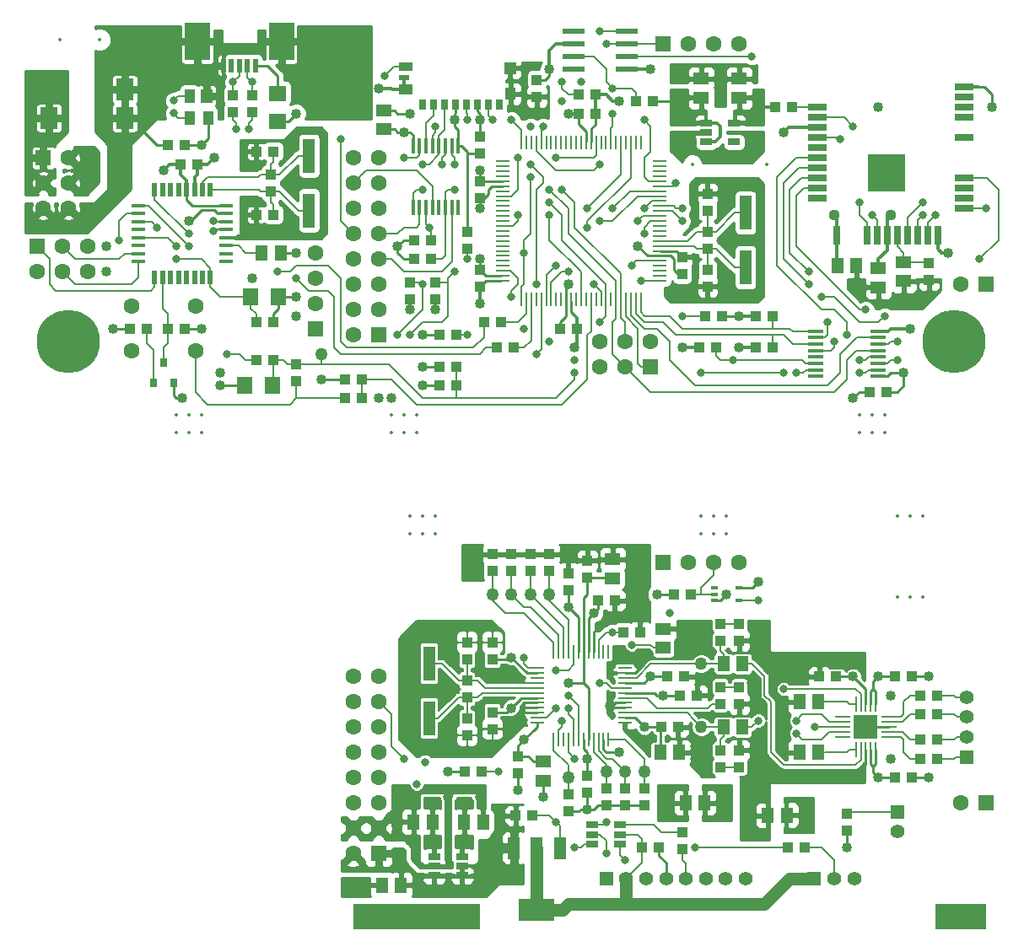
<source format=gtl>
G04 #@! TF.GenerationSoftware,KiCad,Pcbnew,5.0.0-fee4fd1~65~ubuntu17.10.1*
G04 #@! TF.CreationDate,2018-10-29T15:17:38-04:00*
G04 #@! TF.ProjectId,panel,70616E656C2E6B696361645F70636200,B*
G04 #@! TF.SameCoordinates,Original*
G04 #@! TF.FileFunction,Copper,L1,Top,Signal*
G04 #@! TF.FilePolarity,Positive*
%FSLAX46Y46*%
G04 Gerber Fmt 4.6, Leading zero omitted, Abs format (unit mm)*
G04 Created by KiCad (PCBNEW 5.0.0-fee4fd1~65~ubuntu17.10.1) date Mon Oct 29 15:17:38 2018*
%MOMM*%
%LPD*%
G01*
G04 APERTURE LIST*
G04 #@! TA.AperFunction,ComponentPad*
%ADD10R,3.700000X3.700000*%
G04 #@! TD*
G04 #@! TA.AperFunction,SMDPad,CuDef*
%ADD11R,1.905000X0.635000*%
G04 #@! TD*
G04 #@! TA.AperFunction,SMDPad,CuDef*
%ADD12R,0.635000X1.905000*%
G04 #@! TD*
G04 #@! TA.AperFunction,SMDPad,CuDef*
%ADD13R,0.700000X1.000000*%
G04 #@! TD*
G04 #@! TA.AperFunction,SMDPad,CuDef*
%ADD14R,1.400000X1.100000*%
G04 #@! TD*
G04 #@! TA.AperFunction,SMDPad,CuDef*
%ADD15R,1.000000X0.600000*%
G04 #@! TD*
G04 #@! TA.AperFunction,SMDPad,CuDef*
%ADD16R,1.400000X0.900000*%
G04 #@! TD*
G04 #@! TA.AperFunction,SMDPad,CuDef*
%ADD17R,1.000000X1.200000*%
G04 #@! TD*
G04 #@! TA.AperFunction,SMDPad,CuDef*
%ADD18R,1.150000X1.200000*%
G04 #@! TD*
G04 #@! TA.AperFunction,SMDPad,CuDef*
%ADD19R,0.800000X0.900000*%
G04 #@! TD*
G04 #@! TA.AperFunction,SMDPad,CuDef*
%ADD20R,1.300000X1.500000*%
G04 #@! TD*
G04 #@! TA.AperFunction,SMDPad,CuDef*
%ADD21R,1.100000X1.000000*%
G04 #@! TD*
G04 #@! TA.AperFunction,ComponentPad*
%ADD22C,1.600000*%
G04 #@! TD*
G04 #@! TA.AperFunction,SMDPad,CuDef*
%ADD23R,1.000000X1.100000*%
G04 #@! TD*
G04 #@! TA.AperFunction,ComponentPad*
%ADD24R,1.600000X1.600000*%
G04 #@! TD*
G04 #@! TA.AperFunction,ComponentPad*
%ADD25C,6.350000*%
G04 #@! TD*
G04 #@! TA.AperFunction,ViaPad*
%ADD26C,1.016000*%
G04 #@! TD*
G04 #@! TA.AperFunction,SMDPad,CuDef*
%ADD27R,0.400000X1.500000*%
G04 #@! TD*
G04 #@! TA.AperFunction,SMDPad,CuDef*
%ADD28R,1.500000X0.400000*%
G04 #@! TD*
G04 #@! TA.AperFunction,SMDPad,CuDef*
%ADD29R,1.200000X3.500000*%
G04 #@! TD*
G04 #@! TA.AperFunction,SMDPad,CuDef*
%ADD30R,2.500000X3.800000*%
G04 #@! TD*
G04 #@! TA.AperFunction,SMDPad,CuDef*
%ADD31R,0.500000X1.400000*%
G04 #@! TD*
G04 #@! TA.AperFunction,SMDPad,CuDef*
%ADD32R,1.800000X2.200000*%
G04 #@! TD*
G04 #@! TA.AperFunction,SMDPad,CuDef*
%ADD33R,2.200000X0.600000*%
G04 #@! TD*
G04 #@! TA.AperFunction,SMDPad,CuDef*
%ADD34R,1.400000X0.400000*%
G04 #@! TD*
G04 #@! TA.AperFunction,SMDPad,CuDef*
%ADD35R,1.400000X0.250000*%
G04 #@! TD*
G04 #@! TA.AperFunction,SMDPad,CuDef*
%ADD36R,0.250000X1.400000*%
G04 #@! TD*
G04 #@! TA.AperFunction,SMDPad,CuDef*
%ADD37R,1.500000X1.300000*%
G04 #@! TD*
G04 #@! TA.AperFunction,SMDPad,CuDef*
%ADD38R,1.200000X0.650000*%
G04 #@! TD*
G04 #@! TA.AperFunction,SMDPad,CuDef*
%ADD39R,1.600000X1.800000*%
G04 #@! TD*
G04 #@! TA.AperFunction,BGAPad,CuDef*
%ADD40C,1.270000*%
G04 #@! TD*
G04 #@! TA.AperFunction,SMDPad,CuDef*
%ADD41R,1.000000X1.440000*%
G04 #@! TD*
G04 #@! TA.AperFunction,SMDPad,CuDef*
%ADD42R,1.200000X1.440000*%
G04 #@! TD*
G04 #@! TA.AperFunction,SMDPad,CuDef*
%ADD43R,1.800000X1.600000*%
G04 #@! TD*
G04 #@! TA.AperFunction,SMDPad,CuDef*
%ADD44R,0.800000X0.400000*%
G04 #@! TD*
G04 #@! TA.AperFunction,SMDPad,CuDef*
%ADD45R,1.219200X2.235200*%
G04 #@! TD*
G04 #@! TA.AperFunction,SMDPad,CuDef*
%ADD46R,3.600000X2.200000*%
G04 #@! TD*
G04 #@! TA.AperFunction,ComponentPad*
%ADD47C,1.400000*%
G04 #@! TD*
G04 #@! TA.AperFunction,ComponentPad*
%ADD48R,1.400000X1.400000*%
G04 #@! TD*
G04 #@! TA.AperFunction,SMDPad,CuDef*
%ADD49R,5.080000X2.540000*%
G04 #@! TD*
G04 #@! TA.AperFunction,SMDPad,CuDef*
%ADD50R,12.700000X2.540000*%
G04 #@! TD*
G04 #@! TA.AperFunction,SMDPad,CuDef*
%ADD51R,1.500000X0.230000*%
G04 #@! TD*
G04 #@! TA.AperFunction,SMDPad,CuDef*
%ADD52R,0.230000X1.500000*%
G04 #@! TD*
G04 #@! TA.AperFunction,ComponentPad*
%ADD53R,2.400000X2.400000*%
G04 #@! TD*
G04 #@! TA.AperFunction,ViaPad*
%ADD54C,0.812800*%
G04 #@! TD*
G04 #@! TA.AperFunction,ViaPad*
%ADD55C,1.117600*%
G04 #@! TD*
G04 #@! TA.AperFunction,Conductor*
%ADD56C,0.304800*%
G04 #@! TD*
G04 #@! TA.AperFunction,Conductor*
%ADD57C,0.254000*%
G04 #@! TD*
G04 #@! TA.AperFunction,Conductor*
%ADD58C,0.203200*%
G04 #@! TD*
G04 #@! TA.AperFunction,Conductor*
%ADD59C,1.270000*%
G04 #@! TD*
G04 #@! TA.AperFunction,Conductor*
%ADD60C,0.812800*%
G04 #@! TD*
%ADD61C,0.350000*%
G04 APERTURE END LIST*
D10*
G04 #@! TO.P,U4,29*
G04 #@! TO.N,GND*
X162077400Y-59258200D03*
D11*
G04 #@! TO.P,U4,19*
G04 #@! TO.N,Net-(U4-Pad19)*
X155194000Y-61849000D03*
G04 #@! TO.P,U4,18*
G04 #@! TO.N,/Peripherals/WSCK_3V3*
X155194000Y-60833000D03*
G04 #@! TO.P,U4,17*
G04 #@! TO.N,/MISO*
X155194000Y-59817000D03*
G04 #@! TO.P,U4,16*
G04 #@! TO.N,/Peripherals/WCS_3V3*
X155194000Y-58801000D03*
G04 #@! TO.P,U4,15*
G04 #@! TO.N,/Peripherals/WMOSI_3V3*
X155194000Y-57785000D03*
G04 #@! TO.P,U4,14*
G04 #@! TO.N,Net-(U4-Pad14)*
X155194000Y-56769000D03*
G04 #@! TO.P,U4,13*
G04 #@! TO.N,/WIRQ*
X155194000Y-55753000D03*
G04 #@! TO.P,U4,12*
G04 #@! TO.N,GND*
X155194000Y-54737000D03*
G04 #@! TO.P,U4,11*
G04 #@! TO.N,/Peripherals/WWAKE_3V3*
X155194000Y-53721000D03*
G04 #@! TO.P,U4,10*
G04 #@! TO.N,/Peripherals/SPI_CFG*
X155194000Y-52705000D03*
D12*
G04 #@! TO.P,U4,20*
G04 #@! TO.N,+3V3*
X157099000Y-65532000D03*
G04 #@! TO.P,U4,21*
G04 #@! TO.N,/Peripherals/GPIO_1*
X160147000Y-65532000D03*
G04 #@! TO.P,U4,22*
G04 #@! TO.N,/Peripherals/WEN_3V3*
X161163000Y-65532000D03*
G04 #@! TO.P,U4,23*
G04 #@! TO.N,+3V3*
X162179000Y-65532000D03*
G04 #@! TO.P,U4,24*
G04 #@! TO.N,/Peripherals/1P3V*
X163195000Y-65532000D03*
G04 #@! TO.P,U4,25*
G04 #@! TO.N,/Peripherals/GPIO_3*
X164211000Y-65532000D03*
G04 #@! TO.P,U4,26*
G04 #@! TO.N,/Peripherals/LED_WIFI*
X165227000Y-65532000D03*
G04 #@! TO.P,U4,27*
G04 #@! TO.N,/Peripherals/LED_NET*
X166243000Y-65532000D03*
G04 #@! TO.P,U4,28*
G04 #@! TO.N,GND*
X167259000Y-65532000D03*
D11*
G04 #@! TO.P,U4,1*
G04 #@! TO.N,/Peripherals/LED_ERR*
X169926000Y-62865000D03*
G04 #@! TO.P,U4,2*
G04 #@! TO.N,Net-(U4-Pad2)*
X169926000Y-61849000D03*
G04 #@! TO.P,U4,3*
G04 #@! TO.N,Net-(U4-Pad3)*
X169926000Y-60833000D03*
G04 #@! TO.P,U4,4*
G04 #@! TO.N,/Peripherals/WRST_3V3*
X169926000Y-59817000D03*
G04 #@! TO.P,U4,5*
G04 #@! TO.N,Net-(U4-Pad5)*
X169926000Y-55753000D03*
G04 #@! TO.P,U4,6*
G04 #@! TO.N,Net-(U4-Pad6)*
X169926000Y-53721000D03*
G04 #@! TO.P,U4,7*
G04 #@! TO.N,Net-(U4-Pad7)*
X169926000Y-52705000D03*
G04 #@! TO.P,U4,8*
G04 #@! TO.N,Net-(U4-Pad8)*
X169926000Y-51689000D03*
G04 #@! TO.P,U4,9*
G04 #@! TO.N,GND*
X169926000Y-50673000D03*
G04 #@! TD*
D13*
G04 #@! TO.P,J5,1*
G04 #@! TO.N,Net-(J5-Pad1)*
X115530000Y-52410000D03*
G04 #@! TO.P,J5,2*
G04 #@! TO.N,/Peripherals/SDCS_3V3*
X116630000Y-52410000D03*
G04 #@! TO.P,J5,3*
G04 #@! TO.N,/Peripherals/CMOSI_3V3*
X117730000Y-52410000D03*
G04 #@! TO.P,J5,4*
G04 #@! TO.N,DVDD*
X118830000Y-52410000D03*
G04 #@! TO.P,J5,5*
G04 #@! TO.N,/Peripherals/CSCK_3V3*
X119930000Y-52410000D03*
G04 #@! TO.P,J5,6*
G04 #@! TO.N,GND*
X121030000Y-52410000D03*
G04 #@! TO.P,J5,7*
G04 #@! TO.N,/MISO*
X122130000Y-52410000D03*
G04 #@! TO.P,J5,8*
G04 #@! TO.N,Net-(J5-Pad8)*
X123230000Y-52410000D03*
D14*
G04 #@! TO.P,J5,SH*
G04 #@! TO.N,GND*
X113880000Y-50910000D03*
D15*
G04 #@! TO.P,J5,DC*
X113680000Y-49760000D03*
D16*
G04 #@! TO.P,J5,DT*
G04 #@! TO.N,/SD_DET*
X113880000Y-48610000D03*
D17*
G04 #@! TO.P,J5,SH*
G04 #@! TO.N,GND*
X124380000Y-51350000D03*
D18*
X124305000Y-48760000D03*
G04 #@! TD*
D19*
G04 #@! TO.P,Q1,1*
G04 #@! TO.N,Net-(Q1-Pad1)*
X88535000Y-80375000D03*
G04 #@! TO.P,Q1,2*
G04 #@! TO.N,GND*
X90535000Y-80375000D03*
G04 #@! TO.P,Q1,3*
G04 #@! TO.N,/USB Serial/VUSB-DET*
X89535000Y-78375000D03*
G04 #@! TD*
D20*
G04 #@! TO.P,C4,2*
G04 #@! TO.N,Net-(C4-Pad2)*
X99380000Y-67310000D03*
G04 #@! TO.P,C4,1*
G04 #@! TO.N,GND*
X101280000Y-67310000D03*
G04 #@! TD*
D21*
G04 #@! TO.P,R24,1*
G04 #@! TO.N,/USB Serial/URXD*
X122975000Y-76835000D03*
G04 #@! TO.P,R24,2*
G04 #@! TO.N,/PE1*
X124675000Y-76835000D03*
G04 #@! TD*
D22*
G04 #@! TO.P,SW1,2*
G04 #@! TO.N,GND*
X92785000Y-72680000D03*
X86285000Y-72680000D03*
G04 #@! TO.P,SW1,1*
G04 #@! TO.N,Net-(C13-Pad1)*
X86285000Y-77180000D03*
X92785000Y-77180000D03*
G04 #@! TD*
D23*
G04 #@! TO.P,C13,1*
G04 #@! TO.N,Net-(C13-Pad1)*
X102870000Y-80225000D03*
G04 #@! TO.P,C13,2*
G04 #@! TO.N,/RESET*
X102870000Y-78525000D03*
G04 #@! TD*
D22*
G04 #@! TO.P,J12,2*
G04 #@! TO.N,GND*
X169545000Y-70485000D03*
D24*
G04 #@! TO.P,J12,1*
X172085000Y-70485000D03*
G04 #@! TD*
D25*
G04 #@! TO.P,H2,P*
G04 #@! TO.N,GND*
X168910000Y-76200000D03*
D26*
G04 #@! TD*
G04 #@! TO.N,GND*
G04 #@! TO.C,H2*
X168910000Y-73914000D03*
G04 #@! TO.N,GND*
G04 #@! TO.C,H2*
X166930266Y-75057000D03*
X166930266Y-77343000D03*
X168910000Y-78486000D03*
X170889734Y-77343000D03*
X170889734Y-75057000D03*
G04 #@! TD*
D25*
G04 #@! TO.P,H3,P*
G04 #@! TO.N,GND*
X106680000Y-50165000D03*
D26*
G04 #@! TD*
G04 #@! TO.N,GND*
G04 #@! TO.C,H3*
X106680000Y-47879000D03*
G04 #@! TO.N,GND*
G04 #@! TO.C,H3*
X104700266Y-49022000D03*
X104700266Y-51308000D03*
X106680000Y-52451000D03*
X108659734Y-51308000D03*
X108659734Y-49022000D03*
G04 #@! TD*
D25*
G04 #@! TO.P,H1,P*
G04 #@! TO.N,GND*
X80010000Y-76200000D03*
D26*
G04 #@! TD*
G04 #@! TO.N,GND*
G04 #@! TO.C,H1*
X80010000Y-73914000D03*
G04 #@! TO.N,GND*
G04 #@! TO.C,H1*
X78030266Y-75057000D03*
X78030266Y-77343000D03*
X80010000Y-78486000D03*
X81989734Y-77343000D03*
X81989734Y-75057000D03*
G04 #@! TD*
D27*
G04 #@! TO.P,U7,8*
G04 #@! TO.N,GND*
X114565000Y-56590000D03*
G04 #@! TO.P,U7,7*
G04 #@! TO.N,/SDCS*
X115215000Y-56590000D03*
G04 #@! TO.P,U7,6*
G04 #@! TO.N,/Peripherals/SDCS_3V3*
X115865000Y-56590000D03*
G04 #@! TO.P,U7,5*
G04 #@! TO.N,/MOSI*
X116515000Y-56590000D03*
G04 #@! TO.P,U7,4*
G04 #@! TO.N,/Peripherals/CMOSI_3V3*
X117165000Y-56590000D03*
G04 #@! TO.P,U7,3*
G04 #@! TO.N,/SCK*
X117815000Y-56590000D03*
G04 #@! TO.P,U7,2*
G04 #@! TO.N,/Peripherals/CSCK_3V3*
X118465000Y-56590000D03*
G04 #@! TO.P,U7,1*
G04 #@! TO.N,DVDD*
X119115000Y-56590000D03*
G04 #@! TO.P,U7,9*
G04 #@! TO.N,/CRST*
X114565000Y-62790000D03*
G04 #@! TO.P,U7,10*
G04 #@! TO.N,/Peripherals/CRST_3V3*
X115215000Y-62790000D03*
G04 #@! TO.P,U7,11*
G04 #@! TO.N,/XDCS*
X115865000Y-62790000D03*
G04 #@! TO.P,U7,12*
G04 #@! TO.N,/Peripherals/XDCS_3V3*
X116515000Y-62790000D03*
G04 #@! TO.P,U7,13*
G04 #@! TO.N,N/C*
X117165000Y-62790000D03*
G04 #@! TO.P,U7,14*
G04 #@! TO.N,/CCS*
X117815000Y-62790000D03*
G04 #@! TO.P,U7,15*
G04 #@! TO.N,/Peripherals/CCS_3V3*
X118465000Y-62790000D03*
G04 #@! TO.P,U7,16*
G04 #@! TO.N,N/C*
X119115000Y-62790000D03*
G04 #@! TD*
D28*
G04 #@! TO.P,U5,8*
G04 #@! TO.N,GND*
X161215000Y-75195000D03*
G04 #@! TO.P,U5,7*
G04 #@! TO.N,/WWAKE*
X161215000Y-75845000D03*
G04 #@! TO.P,U5,6*
G04 #@! TO.N,/Peripherals/WWAKE_3V3*
X161215000Y-76495000D03*
G04 #@! TO.P,U5,5*
G04 #@! TO.N,/SCK*
X161215000Y-77145000D03*
G04 #@! TO.P,U5,4*
G04 #@! TO.N,/Peripherals/WSCK_3V3*
X161215000Y-77795000D03*
G04 #@! TO.P,U5,3*
G04 #@! TO.N,/MOSI*
X161215000Y-78445000D03*
G04 #@! TO.P,U5,2*
G04 #@! TO.N,/Peripherals/WMOSI_3V3*
X161215000Y-79095000D03*
G04 #@! TO.P,U5,1*
G04 #@! TO.N,+3V3*
X161215000Y-79745000D03*
G04 #@! TO.P,U5,9*
G04 #@! TO.N,/WEN*
X155015000Y-75195000D03*
G04 #@! TO.P,U5,10*
G04 #@! TO.N,/Peripherals/WEN_3V3*
X155015000Y-75845000D03*
G04 #@! TO.P,U5,11*
G04 #@! TO.N,/WRST*
X155015000Y-76495000D03*
G04 #@! TO.P,U5,12*
G04 #@! TO.N,/Peripherals/WRST_3V3*
X155015000Y-77145000D03*
G04 #@! TO.P,U5,13*
G04 #@! TO.N,N/C*
X155015000Y-77795000D03*
G04 #@! TO.P,U5,14*
G04 #@! TO.N,/WCS*
X155015000Y-78445000D03*
G04 #@! TO.P,U5,15*
G04 #@! TO.N,/Peripherals/WCS_3V3*
X155015000Y-79095000D03*
G04 #@! TO.P,U5,16*
G04 #@! TO.N,N/C*
X155015000Y-79745000D03*
G04 #@! TD*
D29*
G04 #@! TO.P,Y2,2*
G04 #@! TO.N,Net-(C7-Pad1)*
X147955000Y-68790000D03*
G04 #@! TO.P,Y2,1*
G04 #@! TO.N,Net-(C8-Pad1)*
X147955000Y-63290000D03*
G04 #@! TD*
G04 #@! TO.P,Y1,2*
G04 #@! TO.N,Net-(C1-Pad1)*
X104140000Y-57575000D03*
G04 #@! TO.P,Y1,1*
G04 #@! TO.N,Net-(C2-Pad1)*
X104140000Y-63075000D03*
G04 #@! TD*
D30*
G04 #@! TO.P,J2,SH*
G04 #@! TO.N,GND*
X101355000Y-46110000D03*
X92955000Y-46110000D03*
D31*
G04 #@! TO.P,J2,5*
X95555000Y-48510000D03*
G04 #@! TO.P,J2,1*
G04 #@! TO.N,/USB Serial/UVCC_IN*
X98755000Y-48510000D03*
G04 #@! TO.P,J2,2*
G04 #@! TO.N,/USB Serial/D_IN-*
X97955000Y-48510000D03*
G04 #@! TO.P,J2,4*
G04 #@! TO.N,Net-(J2-Pad4)*
X96355000Y-48510000D03*
G04 #@! TO.P,J2,3*
G04 #@! TO.N,/USB Serial/D_IN+*
X97155000Y-48510000D03*
G04 #@! TD*
D32*
G04 #@! TO.P,J1,2*
G04 #@! TO.N,GND*
X85645000Y-50910000D03*
G04 #@! TO.P,J1,3*
X85645000Y-53810000D03*
G04 #@! TO.P,J1,1*
G04 #@! TO.N,/VIN*
X78045000Y-53810000D03*
G04 #@! TD*
D33*
G04 #@! TO.P,U2,5*
G04 #@! TO.N,GND*
X136050000Y-48895000D03*
G04 #@! TO.P,U2,6*
G04 #@! TO.N,Net-(B1-PadP)*
X136050000Y-47625000D03*
G04 #@! TO.P,U2,8*
G04 #@! TO.N,/SCL*
X136050000Y-45085000D03*
G04 #@! TO.P,U2,4*
G04 #@! TO.N,Net-(U2-Pad4)*
X130650000Y-48895000D03*
G04 #@! TO.P,U2,3*
G04 #@! TO.N,/RTC_INT*
X130650000Y-47625000D03*
G04 #@! TO.P,U2,1*
G04 #@! TO.N,Net-(U2-Pad1)*
X130650000Y-45085000D03*
G04 #@! TO.P,U2,7*
G04 #@! TO.N,/SDA*
X136050000Y-46355000D03*
G04 #@! TO.P,U2,2*
G04 #@! TO.N,+5V*
X130650000Y-46355000D03*
G04 #@! TD*
D34*
G04 #@! TO.P,U3,32*
G04 #@! TO.N,+5V*
X95840000Y-62605000D03*
G04 #@! TO.P,U3,31*
G04 #@! TO.N,/USB Serial/UVCC*
X95840000Y-63405000D03*
G04 #@! TO.P,U3,30*
G04 #@! TO.N,/USB Serial/D-*
X95840000Y-64205000D03*
G04 #@! TO.P,U3,29*
G04 #@! TO.N,/USB Serial/D+*
X95840000Y-65005000D03*
G04 #@! TO.P,U3,28*
G04 #@! TO.N,GND*
X95840000Y-65805000D03*
G04 #@! TO.P,U3,27*
G04 #@! TO.N,Net-(C4-Pad2)*
X95840000Y-66605000D03*
G04 #@! TO.P,U3,26*
G04 #@! TO.N,Net-(U3-Pad26)*
X95840000Y-67405000D03*
G04 #@! TO.P,U3,25*
G04 #@! TO.N,Net-(U3-Pad25)*
X95840000Y-68205000D03*
D31*
G04 #@! TO.P,U3,24*
G04 #@! TO.N,/USB Serial/RESET-USB*
X94240000Y-69805000D03*
G04 #@! TO.P,U3,23*
G04 #@! TO.N,Net-(U3-Pad23)*
X93440000Y-69805000D03*
G04 #@! TO.P,U3,22*
G04 #@! TO.N,Net-(U3-Pad22)*
X92640000Y-69805000D03*
G04 #@! TO.P,U3,21*
G04 #@! TO.N,Net-(U3-Pad21)*
X91840000Y-69805000D03*
G04 #@! TO.P,U3,20*
G04 #@! TO.N,Net-(U3-Pad20)*
X91040000Y-69805000D03*
G04 #@! TO.P,U3,19*
G04 #@! TO.N,Net-(U3-Pad19)*
X90240000Y-69805000D03*
G04 #@! TO.P,U3,18*
G04 #@! TO.N,/USB Serial/VUSB-DET*
X89440000Y-69805000D03*
G04 #@! TO.P,U3,17*
G04 #@! TO.N,/USB Serial/MISO-USB*
X88640000Y-69805000D03*
D34*
G04 #@! TO.P,U3,16*
G04 #@! TO.N,/USB Serial/MOSI-USB*
X87040000Y-68205000D03*
G04 #@! TO.P,U3,15*
G04 #@! TO.N,/USB Serial/SCK-USB*
X87040000Y-67405000D03*
G04 #@! TO.P,U3,14*
G04 #@! TO.N,Net-(U3-Pad14)*
X87040000Y-66605000D03*
G04 #@! TO.P,U3,13*
G04 #@! TO.N,/USB Serial/RESET*
X87040000Y-65805000D03*
G04 #@! TO.P,U3,12*
G04 #@! TO.N,Net-(U3-Pad12)*
X87040000Y-65005000D03*
G04 #@! TO.P,U3,11*
G04 #@! TO.N,/USB Serial/LED_TX*
X87040000Y-64205000D03*
G04 #@! TO.P,U3,10*
G04 #@! TO.N,/USB Serial/LED_RX*
X87040000Y-63405000D03*
G04 #@! TO.P,U3,9*
G04 #@! TO.N,/USB Serial/UTXD*
X87040000Y-62605000D03*
D31*
G04 #@! TO.P,U3,8*
G04 #@! TO.N,/USB Serial/URXD*
X88640000Y-61005000D03*
G04 #@! TO.P,U3,7*
G04 #@! TO.N,Net-(U3-Pad7)*
X89440000Y-61005000D03*
G04 #@! TO.P,U3,6*
G04 #@! TO.N,Net-(U3-Pad6)*
X90240000Y-61005000D03*
G04 #@! TO.P,U3,5*
G04 #@! TO.N,Net-(U3-Pad5)*
X91040000Y-61005000D03*
G04 #@! TO.P,U3,4*
G04 #@! TO.N,+5V*
X91840000Y-61005000D03*
G04 #@! TO.P,U3,3*
G04 #@! TO.N,GND*
X92640000Y-61005000D03*
G04 #@! TO.P,U3,2*
G04 #@! TO.N,Net-(C1-Pad1)*
X93440000Y-61005000D03*
G04 #@! TO.P,U3,1*
G04 #@! TO.N,Net-(C2-Pad1)*
X94240000Y-61005000D03*
G04 #@! TD*
D35*
G04 #@! TO.P,U1,100*
G04 #@! TO.N,+5V*
X123545000Y-70135000D03*
G04 #@! TO.P,U1,99*
G04 #@! TO.N,GND*
X123545000Y-69635000D03*
G04 #@! TO.P,U1,98*
G04 #@! TO.N,Net-(C24-Pad1)*
X123545000Y-69135000D03*
G04 #@! TO.P,U1,97*
G04 #@! TO.N,Net-(U1-Pad97)*
X123545000Y-68635000D03*
G04 #@! TO.P,U1,96*
G04 #@! TO.N,Net-(U1-Pad96)*
X123545000Y-68135000D03*
G04 #@! TO.P,U1,95*
G04 #@! TO.N,Net-(U1-Pad95)*
X123545000Y-67635000D03*
G04 #@! TO.P,U1,94*
G04 #@! TO.N,Net-(U1-Pad94)*
X123545000Y-67135000D03*
G04 #@! TO.P,U1,93*
G04 #@! TO.N,Net-(U1-Pad93)*
X123545000Y-66635000D03*
G04 #@! TO.P,U1,92*
G04 #@! TO.N,Net-(U1-Pad92)*
X123545000Y-66135000D03*
G04 #@! TO.P,U1,91*
G04 #@! TO.N,Net-(U1-Pad91)*
X123545000Y-65635000D03*
G04 #@! TO.P,U1,90*
G04 #@! TO.N,Net-(U1-Pad90)*
X123545000Y-65135000D03*
G04 #@! TO.P,U1,89*
G04 #@! TO.N,/LOW_BATT*
X123545000Y-64635000D03*
G04 #@! TO.P,U1,88*
G04 #@! TO.N,Net-(U1-Pad88)*
X123545000Y-64135000D03*
G04 #@! TO.P,U1,87*
G04 #@! TO.N,Net-(U1-Pad87)*
X123545000Y-63635000D03*
G04 #@! TO.P,U1,86*
G04 #@! TO.N,Net-(U1-Pad86)*
X123545000Y-63135000D03*
G04 #@! TO.P,U1,85*
G04 #@! TO.N,Net-(U1-Pad85)*
X123545000Y-62635000D03*
G04 #@! TO.P,U1,84*
G04 #@! TO.N,Net-(U1-Pad84)*
X123545000Y-62135000D03*
G04 #@! TO.P,U1,83*
G04 #@! TO.N,/ON_BATT*
X123545000Y-61635000D03*
G04 #@! TO.P,U1,82*
G04 #@! TO.N,Net-(U1-Pad82)*
X123545000Y-61135000D03*
G04 #@! TO.P,U1,81*
G04 #@! TO.N,GND*
X123545000Y-60635000D03*
G04 #@! TO.P,U1,80*
G04 #@! TO.N,+5V*
X123545000Y-60135000D03*
G04 #@! TO.P,U1,79*
G04 #@! TO.N,Net-(U1-Pad79)*
X123545000Y-59635000D03*
G04 #@! TO.P,U1,78*
G04 #@! TO.N,Net-(U1-Pad78)*
X123545000Y-59135000D03*
G04 #@! TO.P,U1,77*
G04 #@! TO.N,Net-(U1-Pad77)*
X123545000Y-58635000D03*
G04 #@! TO.P,U1,76*
G04 #@! TO.N,Net-(U1-Pad76)*
X123545000Y-58135000D03*
D36*
G04 #@! TO.P,U1,75*
G04 #@! TO.N,/ALRM_SW*
X125445000Y-56235000D03*
G04 #@! TO.P,U1,74*
G04 #@! TO.N,Net-(U1-Pad74)*
X125945000Y-56235000D03*
G04 #@! TO.P,U1,73*
G04 #@! TO.N,Net-(U1-Pad73)*
X126445000Y-56235000D03*
G04 #@! TO.P,U1,72*
G04 #@! TO.N,/A_SHDN*
X126945000Y-56235000D03*
G04 #@! TO.P,U1,71*
G04 #@! TO.N,/XDCS*
X127445000Y-56235000D03*
G04 #@! TO.P,U1,70*
G04 #@! TO.N,Net-(U1-Pad70)*
X127945000Y-56235000D03*
G04 #@! TO.P,U1,69*
G04 #@! TO.N,Net-(U1-Pad69)*
X128445000Y-56235000D03*
G04 #@! TO.P,U1,68*
G04 #@! TO.N,Net-(U1-Pad68)*
X128945000Y-56235000D03*
G04 #@! TO.P,U1,67*
G04 #@! TO.N,Net-(U1-Pad67)*
X129445000Y-56235000D03*
G04 #@! TO.P,U1,66*
G04 #@! TO.N,Net-(U1-Pad66)*
X129945000Y-56235000D03*
G04 #@! TO.P,U1,65*
G04 #@! TO.N,Net-(U1-Pad65)*
X130445000Y-56235000D03*
G04 #@! TO.P,U1,64*
G04 #@! TO.N,Net-(U1-Pad64)*
X130945000Y-56235000D03*
G04 #@! TO.P,U1,63*
G04 #@! TO.N,Net-(U1-Pad63)*
X131445000Y-56235000D03*
G04 #@! TO.P,U1,62*
G04 #@! TO.N,GND*
X131945000Y-56235000D03*
G04 #@! TO.P,U1,61*
G04 #@! TO.N,+5V*
X132445000Y-56235000D03*
G04 #@! TO.P,U1,60*
G04 #@! TO.N,/PIX_SHDN*
X132945000Y-56235000D03*
G04 #@! TO.P,U1,59*
G04 #@! TO.N,Net-(U1-Pad59)*
X133445000Y-56235000D03*
G04 #@! TO.P,U1,58*
G04 #@! TO.N,Net-(U1-Pad58)*
X133945000Y-56235000D03*
G04 #@! TO.P,U1,57*
G04 #@! TO.N,/SD_DET*
X134445000Y-56235000D03*
G04 #@! TO.P,U1,56*
G04 #@! TO.N,Net-(U1-Pad56)*
X134945000Y-56235000D03*
G04 #@! TO.P,U1,55*
G04 #@! TO.N,/PIX_LAMP*
X135445000Y-56235000D03*
G04 #@! TO.P,U1,54*
G04 #@! TO.N,Net-(U1-Pad54)*
X135945000Y-56235000D03*
G04 #@! TO.P,U1,53*
G04 #@! TO.N,/PIX_CLK*
X136445000Y-56235000D03*
G04 #@! TO.P,U1,52*
G04 #@! TO.N,Net-(U1-Pad52)*
X136945000Y-56235000D03*
G04 #@! TO.P,U1,51*
G04 #@! TO.N,Net-(U1-Pad51)*
X137445000Y-56235000D03*
D35*
G04 #@! TO.P,U1,50*
G04 #@! TO.N,Net-(U1-Pad50)*
X139345000Y-58135000D03*
G04 #@! TO.P,U1,49*
G04 #@! TO.N,Net-(U1-Pad49)*
X139345000Y-58635000D03*
G04 #@! TO.P,U1,48*
G04 #@! TO.N,Net-(U1-Pad48)*
X139345000Y-59135000D03*
G04 #@! TO.P,U1,47*
G04 #@! TO.N,Net-(U1-Pad47)*
X139345000Y-59635000D03*
G04 #@! TO.P,U1,46*
G04 #@! TO.N,/DREQ*
X139345000Y-60135000D03*
G04 #@! TO.P,U1,45*
G04 #@! TO.N,/WIRQ*
X139345000Y-60635000D03*
G04 #@! TO.P,U1,44*
G04 #@! TO.N,/SDA*
X139345000Y-61135000D03*
G04 #@! TO.P,U1,43*
G04 #@! TO.N,/SCL*
X139345000Y-61635000D03*
G04 #@! TO.P,U1,42*
G04 #@! TO.N,/P42*
X139345000Y-62135000D03*
G04 #@! TO.P,U1,41*
G04 #@! TO.N,/P43*
X139345000Y-62635000D03*
G04 #@! TO.P,U1,40*
G04 #@! TO.N,/P44*
X139345000Y-63135000D03*
G04 #@! TO.P,U1,39*
G04 #@! TO.N,/P45*
X139345000Y-63635000D03*
G04 #@! TO.P,U1,38*
G04 #@! TO.N,/P46*
X139345000Y-64135000D03*
G04 #@! TO.P,U1,37*
G04 #@! TO.N,Net-(U1-Pad37)*
X139345000Y-64635000D03*
G04 #@! TO.P,U1,36*
G04 #@! TO.N,Net-(U1-Pad36)*
X139345000Y-65135000D03*
G04 #@! TO.P,U1,35*
G04 #@! TO.N,Net-(U1-Pad35)*
X139345000Y-65635000D03*
G04 #@! TO.P,U1,34*
G04 #@! TO.N,Net-(C8-Pad1)*
X139345000Y-66135000D03*
G04 #@! TO.P,U1,33*
G04 #@! TO.N,Net-(C7-Pad1)*
X139345000Y-66635000D03*
G04 #@! TO.P,U1,32*
G04 #@! TO.N,GND*
X139345000Y-67135000D03*
G04 #@! TO.P,U1,31*
G04 #@! TO.N,+5V*
X139345000Y-67635000D03*
G04 #@! TO.P,U1,30*
G04 #@! TO.N,/RESET*
X139345000Y-68135000D03*
G04 #@! TO.P,U1,29*
G04 #@! TO.N,Net-(U1-Pad29)*
X139345000Y-68635000D03*
G04 #@! TO.P,U1,28*
G04 #@! TO.N,Net-(U1-Pad28)*
X139345000Y-69135000D03*
G04 #@! TO.P,U1,27*
G04 #@! TO.N,Net-(U1-Pad27)*
X139345000Y-69635000D03*
G04 #@! TO.P,U1,26*
G04 #@! TO.N,/WCS*
X139345000Y-70135000D03*
D36*
G04 #@! TO.P,U1,25*
G04 #@! TO.N,/WEN*
X137445000Y-72035000D03*
G04 #@! TO.P,U1,24*
G04 #@! TO.N,/WRST*
X136945000Y-72035000D03*
G04 #@! TO.P,U1,23*
G04 #@! TO.N,/WWAKE*
X136445000Y-72035000D03*
G04 #@! TO.P,U1,22*
G04 #@! TO.N,/MISO*
X135945000Y-72035000D03*
G04 #@! TO.P,U1,21*
G04 #@! TO.N,/MOSI*
X135445000Y-72035000D03*
G04 #@! TO.P,U1,20*
G04 #@! TO.N,/SCK*
X134945000Y-72035000D03*
G04 #@! TO.P,U1,19*
G04 #@! TO.N,Net-(U1-Pad19)*
X134445000Y-72035000D03*
G04 #@! TO.P,U1,18*
G04 #@! TO.N,/CRST*
X133945000Y-72035000D03*
G04 #@! TO.P,U1,17*
G04 #@! TO.N,/ALS_INT*
X133445000Y-72035000D03*
G04 #@! TO.P,U1,16*
G04 #@! TO.N,Net-(U1-Pad16)*
X132945000Y-72035000D03*
G04 #@! TO.P,U1,15*
G04 #@! TO.N,/CFG\005C~RST*
X132445000Y-72035000D03*
G04 #@! TO.P,U1,14*
G04 #@! TO.N,Net-(U1-Pad14)*
X131945000Y-72035000D03*
G04 #@! TO.P,U1,13*
G04 #@! TO.N,/CCS*
X131445000Y-72035000D03*
G04 #@! TO.P,U1,12*
G04 #@! TO.N,Net-(U1-Pad12)*
X130945000Y-72035000D03*
G04 #@! TO.P,U1,11*
G04 #@! TO.N,GND*
X130445000Y-72035000D03*
G04 #@! TO.P,U1,10*
G04 #@! TO.N,+5V*
X129945000Y-72035000D03*
G04 #@! TO.P,U1,9*
G04 #@! TO.N,Net-(U1-Pad9)*
X129445000Y-72035000D03*
G04 #@! TO.P,U1,8*
G04 #@! TO.N,Net-(U1-Pad8)*
X128945000Y-72035000D03*
G04 #@! TO.P,U1,7*
G04 #@! TO.N,/KCHG*
X128445000Y-72035000D03*
G04 #@! TO.P,U1,6*
G04 #@! TO.N,/RTC_INT*
X127945000Y-72035000D03*
G04 #@! TO.P,U1,5*
G04 #@! TO.N,/OLRST*
X127445000Y-72035000D03*
G04 #@! TO.P,U1,4*
G04 #@! TO.N,Net-(U1-Pad4)*
X126945000Y-72035000D03*
G04 #@! TO.P,U1,3*
G04 #@! TO.N,/PE1*
X126445000Y-72035000D03*
G04 #@! TO.P,U1,2*
G04 #@! TO.N,/PE0*
X125945000Y-72035000D03*
G04 #@! TO.P,U1,1*
G04 #@! TO.N,/SDCS*
X125445000Y-72035000D03*
G04 #@! TD*
D23*
G04 #@! TO.P,C26,1*
G04 #@! TO.N,GND*
X121285000Y-61810000D03*
G04 #@! TO.P,C26,2*
G04 #@! TO.N,+5V*
X121285000Y-60110000D03*
G04 #@! TD*
D21*
G04 #@! TO.P,C25,1*
G04 #@! TO.N,GND*
X131230000Y-53340000D03*
G04 #@! TO.P,C25,2*
G04 #@! TO.N,+5V*
X132930000Y-53340000D03*
G04 #@! TD*
D23*
G04 #@! TO.P,R8,1*
G04 #@! TO.N,Net-(C7-Pad1)*
X144145000Y-66890000D03*
G04 #@! TO.P,R8,2*
G04 #@! TO.N,Net-(C8-Pad1)*
X144145000Y-65190000D03*
G04 #@! TD*
G04 #@! TO.P,R7,2*
G04 #@! TO.N,Net-(C2-Pad1)*
X100330000Y-61175000D03*
G04 #@! TO.P,R7,1*
G04 #@! TO.N,Net-(C1-Pad1)*
X100330000Y-59475000D03*
G04 #@! TD*
D21*
G04 #@! TO.P,R5,1*
G04 #@! TO.N,/USB Serial/RESET-USB*
X98845000Y-74295000D03*
G04 #@! TO.P,R5,2*
G04 #@! TO.N,+5V*
X100545000Y-74295000D03*
G04 #@! TD*
D23*
G04 #@! TO.P,R4,2*
G04 #@! TO.N,/USB Serial/D+*
X96520000Y-53237500D03*
G04 #@! TO.P,R4,1*
G04 #@! TO.N,/USB Serial/D_IN+*
X96520000Y-51537500D03*
G04 #@! TD*
G04 #@! TO.P,R3,1*
G04 #@! TO.N,/USB Serial/D_IN-*
X98425000Y-51537500D03*
G04 #@! TO.P,R3,2*
G04 #@! TO.N,/USB Serial/D-*
X98425000Y-53237500D03*
G04 #@! TD*
D24*
G04 #@! TO.P,J10,1*
G04 #@! TO.N,/VIN*
X77470000Y-57785000D03*
D22*
G04 #@! TO.P,J10,2*
G04 #@! TO.N,+5V*
X80010000Y-57785000D03*
G04 #@! TO.P,J10,3*
G04 #@! TO.N,/VIN*
X77470000Y-60325000D03*
G04 #@! TO.P,J10,4*
G04 #@! TO.N,+5V*
X80010000Y-60325000D03*
G04 #@! TO.P,J10,5*
G04 #@! TO.N,GND*
X77470000Y-62865000D03*
G04 #@! TO.P,J10,6*
X80010000Y-62865000D03*
G04 #@! TD*
D37*
G04 #@! TO.P,C20,2*
G04 #@! TO.N,+3V3*
X147320000Y-51750000D03*
G04 #@! TO.P,C20,1*
G04 #@! TO.N,GND*
X147320000Y-49850000D03*
G04 #@! TD*
G04 #@! TO.P,C19,1*
G04 #@! TO.N,GND*
X143510000Y-49850000D03*
G04 #@! TO.P,C19,2*
G04 #@! TO.N,+5V*
X143510000Y-51750000D03*
G04 #@! TD*
D38*
G04 #@! TO.P,U6,1*
G04 #@! TO.N,+5V*
X144015000Y-54295000D03*
G04 #@! TO.P,U6,2*
G04 #@! TO.N,GND*
X144015000Y-55245000D03*
G04 #@! TO.P,U6,3*
G04 #@! TO.N,+5V*
X144015000Y-56195000D03*
G04 #@! TO.P,U6,4*
G04 #@! TO.N,Net-(U6-Pad4)*
X146815000Y-56195000D03*
G04 #@! TO.P,U6,5*
G04 #@! TO.N,+3V3*
X146815000Y-54295000D03*
G04 #@! TD*
D22*
G04 #@! TO.P,J7,6*
G04 #@! TO.N,GND*
X133350000Y-76200000D03*
G04 #@! TO.P,J7,5*
G04 #@! TO.N,/RESET*
X133350000Y-78740000D03*
G04 #@! TO.P,J7,4*
G04 #@! TO.N,/MOSI*
X135890000Y-76200000D03*
G04 #@! TO.P,J7,3*
G04 #@! TO.N,/SCK*
X135890000Y-78740000D03*
G04 #@! TO.P,J7,2*
G04 #@! TO.N,+5V*
X138430000Y-76200000D03*
D24*
G04 #@! TO.P,J7,1*
G04 #@! TO.N,/MISO*
X138430000Y-78740000D03*
G04 #@! TD*
D21*
G04 #@! TO.P,C12,2*
G04 #@! TO.N,/RESET*
X118960000Y-80645000D03*
G04 #@! TO.P,C12,1*
G04 #@! TO.N,GND*
X117260000Y-80645000D03*
G04 #@! TD*
D22*
G04 #@! TO.P,J3,4*
G04 #@! TO.N,/KCHG*
X147320000Y-46355000D03*
G04 #@! TO.P,J3,3*
G04 #@! TO.N,/A_SHDN*
X144780000Y-46355000D03*
G04 #@! TO.P,J3,2*
G04 #@! TO.N,/SCL*
X142240000Y-46355000D03*
D24*
G04 #@! TO.P,J3,1*
G04 #@! TO.N,/SDA*
X139700000Y-46355000D03*
G04 #@! TD*
D21*
G04 #@! TO.P,C1,2*
G04 #@! TO.N,GND*
X98845000Y-57150000D03*
G04 #@! TO.P,C1,1*
G04 #@! TO.N,Net-(C1-Pad1)*
X100545000Y-57150000D03*
G04 #@! TD*
G04 #@! TO.P,C2,2*
G04 #@! TO.N,GND*
X98845000Y-63500000D03*
G04 #@! TO.P,C2,1*
G04 #@! TO.N,Net-(C2-Pad1)*
X100545000Y-63500000D03*
G04 #@! TD*
G04 #@! TO.P,C5,2*
G04 #@! TO.N,/USB Serial/UVCC*
X91655000Y-56515000D03*
G04 #@! TO.P,C5,1*
G04 #@! TO.N,GND*
X89955000Y-56515000D03*
G04 #@! TD*
G04 #@! TO.P,C6,2*
G04 #@! TO.N,/USB Serial/RESET*
X98845000Y-78105000D03*
G04 #@! TO.P,C6,1*
G04 #@! TO.N,/RESET*
X100545000Y-78105000D03*
G04 #@! TD*
D23*
G04 #@! TO.P,C7,2*
G04 #@! TO.N,GND*
X144145000Y-70700000D03*
G04 #@! TO.P,C7,1*
G04 #@! TO.N,Net-(C7-Pad1)*
X144145000Y-69000000D03*
G04 #@! TD*
G04 #@! TO.P,C8,2*
G04 #@! TO.N,GND*
X144145000Y-61380000D03*
G04 #@! TO.P,C8,1*
G04 #@! TO.N,Net-(C8-Pad1)*
X144145000Y-63080000D03*
G04 #@! TD*
D21*
G04 #@! TO.P,C9,1*
G04 #@! TO.N,+3V3*
X162140000Y-81280000D03*
G04 #@! TO.P,C9,2*
G04 #@! TO.N,GND*
X160440000Y-81280000D03*
G04 #@! TD*
D23*
G04 #@! TO.P,C10,2*
G04 #@! TO.N,+5V*
X141605000Y-69430000D03*
G04 #@! TO.P,C10,1*
G04 #@! TO.N,GND*
X141605000Y-67730000D03*
G04 #@! TD*
D22*
G04 #@! TO.P,J4,6*
G04 #@! TO.N,GND*
X81915000Y-69215000D03*
G04 #@! TO.P,J4,5*
G04 #@! TO.N,/USB Serial/RESET-USB*
X81915000Y-66675000D03*
G04 #@! TO.P,J4,4*
G04 #@! TO.N,/USB Serial/MOSI-USB*
X79375000Y-69215000D03*
G04 #@! TO.P,J4,3*
G04 #@! TO.N,/USB Serial/SCK-USB*
X79375000Y-66675000D03*
G04 #@! TO.P,J4,2*
G04 #@! TO.N,+5V*
X76835000Y-69215000D03*
D24*
G04 #@! TO.P,J4,1*
G04 #@! TO.N,/USB Serial/MISO-USB*
X76835000Y-66675000D03*
G04 #@! TD*
D22*
G04 #@! TO.P,J9,16*
G04 #@! TO.N,/ALRM_SW*
X108585000Y-57785000D03*
G04 #@! TO.P,J9,15*
G04 #@! TO.N,DVDD*
X111125000Y-57785000D03*
G04 #@! TO.P,J9,14*
G04 #@! TO.N,/Peripherals/XDCS_3V3*
X108585000Y-60325000D03*
G04 #@! TO.P,J9,13*
G04 #@! TO.N,/MISO*
X111125000Y-60325000D03*
G04 #@! TO.P,J9,12*
G04 #@! TO.N,/Peripherals/CSCK_3V3*
X108585000Y-62865000D03*
G04 #@! TO.P,J9,11*
G04 #@! TO.N,/Peripherals/CMOSI_3V3*
X111125000Y-62865000D03*
G04 #@! TO.P,J9,10*
G04 #@! TO.N,/DREQ*
X108585000Y-65405000D03*
G04 #@! TO.P,J9,9*
G04 #@! TO.N,/Peripherals/CRST_3V3*
X111125000Y-65405000D03*
G04 #@! TO.P,J9,8*
G04 #@! TO.N,/PIX_SHDN*
X108585000Y-67945000D03*
G04 #@! TO.P,J9,7*
G04 #@! TO.N,/Peripherals/CCS_3V3*
X111125000Y-67945000D03*
G04 #@! TO.P,J9,6*
G04 #@! TO.N,/PIX_LAMP*
X108585000Y-70485000D03*
G04 #@! TO.P,J9,5*
G04 #@! TO.N,/PIX_CLK*
X111125000Y-70485000D03*
G04 #@! TO.P,J9,4*
G04 #@! TO.N,GND*
X108585000Y-73025000D03*
G04 #@! TO.P,J9,3*
X111125000Y-73025000D03*
G04 #@! TO.P,J9,2*
G04 #@! TO.N,+5V*
X108585000Y-75565000D03*
D24*
G04 #@! TO.P,J9,1*
X111125000Y-75565000D03*
G04 #@! TD*
D21*
G04 #@! TO.P,R10,2*
G04 #@! TO.N,+3V3*
X150915000Y-52705000D03*
G04 #@! TO.P,R10,1*
G04 #@! TO.N,/Peripherals/SPI_CFG*
X152615000Y-52705000D03*
G04 #@! TD*
G04 #@! TO.P,C11,2*
G04 #@! TO.N,GND*
X92925000Y-58420000D03*
G04 #@! TO.P,C11,1*
G04 #@! TO.N,+5V*
X91225000Y-58420000D03*
G04 #@! TD*
G04 #@! TO.P,R6,2*
G04 #@! TO.N,+5V*
X107735000Y-80010000D03*
G04 #@! TO.P,R6,1*
G04 #@! TO.N,/CFG\005C~RST*
X109435000Y-80010000D03*
G04 #@! TD*
G04 #@! TO.P,R9,2*
G04 #@! TO.N,+5V*
X117260000Y-78740000D03*
G04 #@! TO.P,R9,1*
G04 #@! TO.N,/RESET*
X118960000Y-78740000D03*
G04 #@! TD*
G04 #@! TO.P,R11,1*
G04 #@! TO.N,/RTC_INT*
X136945000Y-52070000D03*
G04 #@! TO.P,R11,2*
G04 #@! TO.N,+5V*
X138645000Y-52070000D03*
G04 #@! TD*
D23*
G04 #@! TO.P,C15,2*
G04 #@! TO.N,/Peripherals/1P3V*
X166370000Y-68365000D03*
G04 #@! TO.P,C15,1*
G04 #@! TO.N,GND*
X166370000Y-70065000D03*
G04 #@! TD*
D37*
G04 #@! TO.P,C16,1*
G04 #@! TO.N,+3V3*
X161290000Y-68900000D03*
G04 #@! TO.P,C16,2*
G04 #@! TO.N,GND*
X161290000Y-70800000D03*
G04 #@! TD*
G04 #@! TO.P,C18,2*
G04 #@! TO.N,/Peripherals/1P3V*
X163830000Y-68265000D03*
G04 #@! TO.P,C18,1*
G04 #@! TO.N,GND*
X163830000Y-70165000D03*
G04 #@! TD*
D21*
G04 #@! TO.P,R12,1*
G04 #@! TO.N,+5V*
X143295000Y-76835000D03*
G04 #@! TO.P,R12,2*
G04 #@! TO.N,/WCS*
X144995000Y-76835000D03*
G04 #@! TD*
G04 #@! TO.P,R13,1*
G04 #@! TO.N,GND*
X149010000Y-73660000D03*
G04 #@! TO.P,R13,2*
G04 #@! TO.N,/WEN*
X150710000Y-73660000D03*
G04 #@! TD*
G04 #@! TO.P,R14,2*
G04 #@! TO.N,/WRST*
X150710000Y-76835000D03*
G04 #@! TO.P,R14,1*
G04 #@! TO.N,GND*
X149010000Y-76835000D03*
G04 #@! TD*
D20*
G04 #@! TO.P,C17,1*
G04 #@! TO.N,+3V3*
X157165000Y-68580000D03*
G04 #@! TO.P,C17,2*
G04 #@! TO.N,GND*
X159065000Y-68580000D03*
G04 #@! TD*
D37*
G04 #@! TO.P,C21,1*
G04 #@! TO.N,GND*
X111633000Y-54925000D03*
G04 #@! TO.P,C21,2*
G04 #@! TO.N,DVDD*
X111633000Y-53025000D03*
G04 #@! TD*
D21*
G04 #@! TO.P,R15,1*
G04 #@! TO.N,DVDD*
X114720000Y-67945000D03*
G04 #@! TO.P,R15,2*
G04 #@! TO.N,/CCS*
X116420000Y-67945000D03*
G04 #@! TD*
D23*
G04 #@! TO.P,R16,2*
G04 #@! TO.N,/SDCS*
X120015000Y-66890000D03*
G04 #@! TO.P,R16,1*
G04 #@! TO.N,DVDD*
X120015000Y-65190000D03*
G04 #@! TD*
D21*
G04 #@! TO.P,R17,1*
G04 #@! TO.N,DVDD*
X114720000Y-66040000D03*
G04 #@! TO.P,R17,2*
G04 #@! TO.N,/XDCS*
X116420000Y-66040000D03*
G04 #@! TD*
G04 #@! TO.P,R18,2*
G04 #@! TO.N,/CRST*
X143930000Y-73660000D03*
G04 #@! TO.P,R18,1*
G04 #@! TO.N,GND*
X145630000Y-73660000D03*
G04 #@! TD*
G04 #@! TO.P,C22,1*
G04 #@! TO.N,GND*
X131025000Y-74930000D03*
G04 #@! TO.P,C22,2*
G04 #@! TO.N,+5V*
X129325000Y-74930000D03*
G04 #@! TD*
D23*
G04 #@! TO.P,C23,1*
G04 #@! TO.N,GND*
X121285000Y-69000000D03*
G04 #@! TO.P,C23,2*
G04 #@! TO.N,+5V*
X121285000Y-70700000D03*
G04 #@! TD*
D21*
G04 #@! TO.P,C24,2*
G04 #@! TO.N,GND*
X117260000Y-75565000D03*
G04 #@! TO.P,C24,1*
G04 #@! TO.N,Net-(C24-Pad1)*
X118960000Y-75565000D03*
G04 #@! TD*
D23*
G04 #@! TO.P,C3,1*
G04 #@! TO.N,DVDD*
X121285000Y-57365000D03*
G04 #@! TO.P,C3,2*
G04 #@! TO.N,GND*
X121285000Y-55665000D03*
G04 #@! TD*
D21*
G04 #@! TO.P,R23,1*
G04 #@! TO.N,/CFG\005C~RST*
X109435000Y-81915000D03*
G04 #@! TO.P,R23,2*
G04 #@! TO.N,Net-(C13-Pad1)*
X107735000Y-81915000D03*
G04 #@! TD*
D39*
G04 #@! TO.P,D1,A*
G04 #@! TO.N,/RESET*
X100460000Y-80645000D03*
G04 #@! TO.P,D1,K*
G04 #@! TO.N,+5V*
X97660000Y-80645000D03*
G04 #@! TD*
G04 #@! TO.P,D2,K*
G04 #@! TO.N,+5V*
X101095000Y-71755000D03*
G04 #@! TO.P,D2,A*
G04 #@! TO.N,/USB Serial/RESET-USB*
X98295000Y-71755000D03*
G04 #@! TD*
D24*
G04 #@! TO.P,J6,1*
G04 #@! TO.N,/LOW_BATT*
X104775000Y-74930000D03*
D22*
G04 #@! TO.P,J6,2*
G04 #@! TO.N,/ON_BATT*
X104775000Y-72390000D03*
G04 #@! TO.P,J6,3*
G04 #@! TO.N,/SDA*
X104775000Y-69850000D03*
G04 #@! TO.P,J6,4*
G04 #@! TO.N,/SCL*
X104775000Y-67310000D03*
G04 #@! TD*
D21*
G04 #@! TO.P,R19,1*
G04 #@! TO.N,/USB Serial/UTXD*
X121705000Y-74295000D03*
G04 #@! TO.P,R19,2*
G04 #@! TO.N,/PE0*
X123405000Y-74295000D03*
G04 #@! TD*
D40*
G04 #@! TO.P,TP2,1*
G04 #@! TO.N,/RESET*
X105410000Y-77470000D03*
G04 #@! TD*
D23*
G04 #@! TO.P,C14,1*
G04 #@! TO.N,GND*
X127000000Y-51650000D03*
G04 #@! TO.P,C14,2*
G04 #@! TO.N,+5V*
X127000000Y-49950000D03*
G04 #@! TD*
G04 #@! TO.P,R20,1*
G04 #@! TO.N,/SDA*
X114300000Y-70270000D03*
G04 #@! TO.P,R20,2*
G04 #@! TO.N,+5V*
X114300000Y-71970000D03*
G04 #@! TD*
G04 #@! TO.P,R21,2*
G04 #@! TO.N,+5V*
X116840000Y-71970000D03*
G04 #@! TO.P,R21,1*
G04 #@! TO.N,/SCL*
X116840000Y-70270000D03*
G04 #@! TD*
D21*
G04 #@! TO.P,R22,1*
G04 #@! TO.N,/SD_DET*
X131230000Y-51435000D03*
G04 #@! TO.P,R22,2*
G04 #@! TO.N,+5V*
X132930000Y-51435000D03*
G04 #@! TD*
D41*
G04 #@! TO.P,DA1,4*
G04 #@! TO.N,/USB Serial/UVCC*
X94034156Y-53791202D03*
G04 #@! TO.P,DA1,3*
G04 #@! TO.N,/USB Serial/D_IN-*
X92134156Y-53791202D03*
G04 #@! TO.P,DA1,2*
G04 #@! TO.N,/USB Serial/D_IN+*
X92134156Y-51591202D03*
D42*
G04 #@! TO.P,DA1,1*
G04 #@! TO.N,GND*
X93834156Y-51591202D03*
G04 #@! TD*
D43*
G04 #@! TO.P,F1,1*
G04 #@! TO.N,/USB Serial/UVCC_IN*
X100965000Y-51305000D03*
G04 #@! TO.P,F1,2*
G04 #@! TO.N,/USB Serial/UVCC*
X100965000Y-54105000D03*
G04 #@! TD*
D21*
G04 #@! TO.P,R1,1*
G04 #@! TO.N,/USB Serial/UVCC*
X86145000Y-74930000D03*
G04 #@! TO.P,R1,2*
G04 #@! TO.N,Net-(Q1-Pad1)*
X87845000Y-74930000D03*
G04 #@! TD*
G04 #@! TO.P,R2,2*
G04 #@! TO.N,/USB Serial/VUSB-DET*
X89955000Y-74930000D03*
G04 #@! TO.P,R2,1*
G04 #@! TO.N,+5V*
X91655000Y-74930000D03*
G04 #@! TD*
D44*
G04 #@! TO.P,U2,5*
G04 #@! TO.N,+5V*
X147250000Y-100950000D03*
G04 #@! TO.P,U2,4*
G04 #@! TO.N,Net-(U2-Pad4)*
X147250000Y-102250000D03*
G04 #@! TO.P,U2,3*
G04 #@! TO.N,GND*
X144850000Y-102250000D03*
G04 #@! TO.P,U2,2*
G04 #@! TO.N,/A_SHDN*
X144850000Y-101600000D03*
G04 #@! TO.P,U2,1*
G04 #@! TO.N,N/C*
X144850000Y-100950000D03*
G04 #@! TD*
D45*
G04 #@! TO.P,Q1,1*
G04 #@! TO.N,/PIX_SHDN*
X129311400Y-127076200D03*
G04 #@! TO.P,Q1,2*
G04 #@! TO.N,/PIX_VCC*
X127000000Y-127076200D03*
G04 #@! TO.P,Q1,3*
G04 #@! TO.N,+5V*
X124688600Y-127076200D03*
D46*
G04 #@! TO.P,Q1,4*
G04 #@! TO.N,/PIX_VCC*
X127000000Y-133274000D03*
G04 #@! TD*
D47*
G04 #@! TO.P,J7,2*
G04 #@! TO.N,GND*
X163195000Y-125460000D03*
D48*
G04 #@! TO.P,J7,1*
G04 #@! TO.N,/ALRM_SW*
X163195000Y-123460000D03*
G04 #@! TD*
D40*
G04 #@! TO.P,TP1,1*
G04 #@! TO.N,/GPIO0*
X133985000Y-119380000D03*
G04 #@! TD*
G04 #@! TO.P,TP2,1*
G04 #@! TO.N,/GPIO1*
X135890000Y-119380000D03*
G04 #@! TD*
G04 #@! TO.P,TP3,1*
G04 #@! TO.N,/GPIO2*
X128270000Y-101600000D03*
G04 #@! TD*
G04 #@! TO.P,TP4,1*
G04 #@! TO.N,/GPIO3*
X126365000Y-101600000D03*
G04 #@! TD*
G04 #@! TO.P,TP5,1*
G04 #@! TO.N,/GPIO4*
X137795000Y-119380000D03*
G04 #@! TD*
G04 #@! TO.P,TP6,1*
G04 #@! TO.N,/GPIO5*
X130175000Y-120015000D03*
G04 #@! TD*
G04 #@! TO.P,TP7,1*
G04 #@! TO.N,/GPIO6*
X124460000Y-101600000D03*
G04 #@! TD*
G04 #@! TO.P,TP8,1*
G04 #@! TO.N,/GPIO7*
X122555000Y-101600000D03*
G04 #@! TD*
G04 #@! TO.P,TP9,1*
G04 #@! TO.N,/LEFT*
X143510000Y-108585000D03*
G04 #@! TD*
G04 #@! TO.P,TP10,1*
G04 #@! TO.N,/RIGHT*
X143510000Y-114935000D03*
G04 #@! TD*
D29*
G04 #@! TO.P,Y1,1*
G04 #@! TO.N,Net-(C12-Pad1)*
X116205000Y-114085000D03*
G04 #@! TO.P,Y1,2*
G04 #@! TO.N,Net-(C13-Pad1)*
X116205000Y-108585000D03*
G04 #@! TD*
D49*
G04 #@! TO.P,H2,1*
G04 #@! TO.N,Net-(H2-Pad1)*
X169545000Y-133985000D03*
G04 #@! TD*
D50*
G04 #@! TO.P,H1,1*
G04 #@! TO.N,Net-(H1-Pad1)*
X114935000Y-133985000D03*
G04 #@! TD*
D48*
G04 #@! TO.P,J1,1*
G04 #@! TO.N,/PIX_VCC*
X154845000Y-130175000D03*
D47*
G04 #@! TO.P,J1,2*
G04 #@! TO.N,Net-(J1-Pad2)*
X156845000Y-130175000D03*
G04 #@! TO.P,J1,3*
G04 #@! TO.N,GND*
X158845000Y-130175000D03*
G04 #@! TD*
D48*
G04 #@! TO.P,J2,1*
G04 #@! TO.N,+5V*
X133970000Y-130175000D03*
D47*
G04 #@! TO.P,J2,2*
G04 #@! TO.N,/PIX_VCC*
X135970000Y-130175000D03*
G04 #@! TO.P,J2,3*
G04 #@! TO.N,GND*
X137970000Y-130175000D03*
G04 #@! TO.P,J2,4*
X139970000Y-130175000D03*
G04 #@! TO.P,J2,5*
G04 #@! TO.N,Net-(J2-Pad5)*
X141970000Y-130175000D03*
G04 #@! TO.P,J2,6*
G04 #@! TO.N,/KCHG*
X143970000Y-130175000D03*
G04 #@! TO.P,J2,7*
G04 #@! TO.N,/SCL*
X145970000Y-130175000D03*
G04 #@! TO.P,J2,8*
G04 #@! TO.N,/SDA*
X147970000Y-130175000D03*
G04 #@! TD*
D48*
G04 #@! TO.P,J3,1*
G04 #@! TO.N,/OUT_L-*
X170180000Y-117935000D03*
D47*
G04 #@! TO.P,J3,2*
G04 #@! TO.N,/OUT_L+*
X170180000Y-115935000D03*
G04 #@! TO.P,J3,3*
G04 #@! TO.N,/OUT_R+*
X170180000Y-113935000D03*
G04 #@! TO.P,J3,4*
G04 #@! TO.N,/OUT_R-*
X170180000Y-111935000D03*
G04 #@! TD*
D24*
G04 #@! TO.P,J5,1*
G04 #@! TO.N,/SDA*
X139700000Y-98425000D03*
D22*
G04 #@! TO.P,J5,2*
G04 #@! TO.N,/SCL*
X142240000Y-98425000D03*
G04 #@! TO.P,J5,3*
G04 #@! TO.N,/A_SHDN*
X144780000Y-98425000D03*
G04 #@! TO.P,J5,4*
G04 #@! TO.N,/KCHG*
X147320000Y-98425000D03*
G04 #@! TD*
D24*
G04 #@! TO.P,J4,1*
G04 #@! TO.N,+5V*
X111125000Y-127635000D03*
D22*
G04 #@! TO.P,J4,2*
X108585000Y-127635000D03*
G04 #@! TO.P,J4,3*
G04 #@! TO.N,GND*
X111125000Y-125095000D03*
G04 #@! TO.P,J4,4*
X108585000Y-125095000D03*
G04 #@! TO.P,J4,5*
G04 #@! TO.N,/PIX_CLK*
X111125000Y-122555000D03*
G04 #@! TO.P,J4,6*
G04 #@! TO.N,/PIX_LAMP*
X108585000Y-122555000D03*
G04 #@! TO.P,J4,7*
G04 #@! TO.N,/CCS_3V3*
X111125000Y-120015000D03*
G04 #@! TO.P,J4,8*
G04 #@! TO.N,/PIX_SHDN*
X108585000Y-120015000D03*
G04 #@! TO.P,J4,9*
G04 #@! TO.N,/CRST_3V3*
X111125000Y-117475000D03*
G04 #@! TO.P,J4,10*
G04 #@! TO.N,/DREQ*
X108585000Y-117475000D03*
G04 #@! TO.P,J4,11*
G04 #@! TO.N,/CMOSI_3V3*
X111125000Y-114935000D03*
G04 #@! TO.P,J4,12*
G04 #@! TO.N,/SCLK_3V3*
X108585000Y-114935000D03*
G04 #@! TO.P,J4,13*
G04 #@! TO.N,/MISO*
X111125000Y-112395000D03*
G04 #@! TO.P,J4,14*
G04 #@! TO.N,/XDCS_3V3*
X108585000Y-112395000D03*
G04 #@! TO.P,J4,15*
G04 #@! TO.N,+3V3*
X111125000Y-109855000D03*
G04 #@! TO.P,J4,16*
G04 #@! TO.N,/ALRM_SW*
X108585000Y-109855000D03*
G04 #@! TD*
D23*
G04 #@! TO.P,R1,1*
G04 #@! TO.N,Net-(R1-Pad1)*
X141605000Y-125515000D03*
G04 #@! TO.P,R1,2*
G04 #@! TO.N,Net-(J2-Pad5)*
X141605000Y-127215000D03*
G04 #@! TD*
G04 #@! TO.P,C1,1*
G04 #@! TO.N,GND*
X132080000Y-98210000D03*
G04 #@! TO.P,C1,2*
G04 #@! TO.N,+3V3*
X132080000Y-99910000D03*
G04 #@! TD*
G04 #@! TO.P,C2,2*
G04 #@! TO.N,+1V8*
X130175000Y-101180000D03*
G04 #@! TO.P,C2,1*
G04 #@! TO.N,GND*
X130175000Y-99480000D03*
G04 #@! TD*
G04 #@! TO.P,C3,1*
G04 #@! TO.N,GND*
X125095000Y-119595000D03*
G04 #@! TO.P,C3,2*
G04 #@! TO.N,+1V8*
X125095000Y-117895000D03*
G04 #@! TD*
G04 #@! TO.P,C4,1*
G04 #@! TO.N,GND*
X132080000Y-121500000D03*
G04 #@! TO.P,C4,2*
G04 #@! TO.N,+1V8*
X132080000Y-119800000D03*
G04 #@! TD*
G04 #@! TO.P,C5,2*
G04 #@! TO.N,+3V3*
X122555000Y-113450000D03*
G04 #@! TO.P,C5,1*
G04 #@! TO.N,GND*
X122555000Y-115150000D03*
G04 #@! TD*
D21*
G04 #@! TO.P,C6,2*
G04 #@! TO.N,+1V8*
X133135000Y-102235000D03*
G04 #@! TO.P,C6,1*
G04 #@! TO.N,GND*
X134835000Y-102235000D03*
G04 #@! TD*
D23*
G04 #@! TO.P,C7,2*
G04 #@! TO.N,+3V3*
X122555000Y-108165000D03*
G04 #@! TO.P,C7,1*
G04 #@! TO.N,GND*
X122555000Y-106465000D03*
G04 #@! TD*
D21*
G04 #@! TO.P,C8,1*
G04 #@! TO.N,AGND*
X141185000Y-114935000D03*
G04 #@! TO.P,C8,2*
G04 #@! TO.N,AVDD*
X139485000Y-114935000D03*
G04 #@! TD*
G04 #@! TO.P,C9,1*
G04 #@! TO.N,AGND*
X143090000Y-111760000D03*
G04 #@! TO.P,C9,2*
G04 #@! TO.N,AVDD*
X141390000Y-111760000D03*
G04 #@! TD*
G04 #@! TO.P,C10,2*
G04 #@! TO.N,AVDD*
X140120000Y-109855000D03*
G04 #@! TO.P,C10,1*
G04 #@! TO.N,AGND*
X141820000Y-109855000D03*
G04 #@! TD*
D37*
G04 #@! TO.P,C11,A*
G04 #@! TO.N,+1V8*
X127635000Y-118430000D03*
G04 #@! TO.P,C11,K*
G04 #@! TO.N,GND*
X127635000Y-120330000D03*
G04 #@! TD*
D23*
G04 #@! TO.P,C12,1*
G04 #@! TO.N,Net-(C12-Pad1)*
X120015000Y-114085000D03*
G04 #@! TO.P,C12,2*
G04 #@! TO.N,GND*
X120015000Y-115785000D03*
G04 #@! TD*
G04 #@! TO.P,C13,1*
G04 #@! TO.N,Net-(C13-Pad1)*
X120015000Y-108165000D03*
G04 #@! TO.P,C13,2*
G04 #@! TO.N,GND*
X120015000Y-106465000D03*
G04 #@! TD*
D37*
G04 #@! TO.P,C14,K*
G04 #@! TO.N,GND*
X134620000Y-98110000D03*
G04 #@! TO.P,C14,A*
G04 #@! TO.N,+3V3*
X134620000Y-100010000D03*
G04 #@! TD*
G04 #@! TO.P,C15,1*
G04 #@! TO.N,AGND*
X139700000Y-105095000D03*
G04 #@! TO.P,C15,2*
G04 #@! TO.N,Net-(C15-Pad2)*
X139700000Y-106995000D03*
G04 #@! TD*
D20*
G04 #@! TO.P,C16,A*
G04 #@! TO.N,AVDD*
X139385000Y-117475000D03*
G04 #@! TO.P,C16,K*
G04 #@! TO.N,AGND*
X141285000Y-117475000D03*
G04 #@! TD*
D23*
G04 #@! TO.P,C17,2*
G04 #@! TO.N,Net-(C17-Pad2)*
X147320000Y-110910000D03*
G04 #@! TO.P,C17,1*
G04 #@! TO.N,AGND*
X147320000Y-112610000D03*
G04 #@! TD*
G04 #@! TO.P,C18,1*
G04 #@! TO.N,AGND*
X147320000Y-106260000D03*
G04 #@! TO.P,C18,2*
G04 #@! TO.N,Net-(C18-Pad2)*
X147320000Y-104560000D03*
G04 #@! TD*
G04 #@! TO.P,C19,1*
G04 #@! TO.N,AGND*
X147320000Y-117260000D03*
G04 #@! TO.P,C19,2*
G04 #@! TO.N,Net-(C19-Pad2)*
X147320000Y-118960000D03*
G04 #@! TD*
D20*
G04 #@! TO.P,C20,1*
G04 #@! TO.N,Net-(C20-Pad1)*
X147635000Y-108585000D03*
G04 #@! TO.P,C20,2*
G04 #@! TO.N,/LEFT*
X145735000Y-108585000D03*
G04 #@! TD*
G04 #@! TO.P,C21,2*
G04 #@! TO.N,AGND*
X153355000Y-117475000D03*
G04 #@! TO.P,C21,1*
G04 #@! TO.N,Net-(C21-Pad1)*
X155255000Y-117475000D03*
G04 #@! TD*
G04 #@! TO.P,C22,1*
G04 #@! TO.N,Net-(C22-Pad1)*
X155255000Y-112395000D03*
G04 #@! TO.P,C22,2*
G04 #@! TO.N,AGND*
X153355000Y-112395000D03*
G04 #@! TD*
G04 #@! TO.P,C23,2*
G04 #@! TO.N,/RIGHT*
X145735000Y-114935000D03*
G04 #@! TO.P,C23,1*
G04 #@! TO.N,Net-(C23-Pad1)*
X147635000Y-114935000D03*
G04 #@! TD*
G04 #@! TO.P,C24,2*
G04 #@! TO.N,+1V8*
X119700000Y-124460000D03*
G04 #@! TO.P,C24,1*
G04 #@! TO.N,GND*
X121600000Y-124460000D03*
G04 #@! TD*
G04 #@! TO.P,C25,1*
G04 #@! TO.N,GND*
X114620000Y-124460000D03*
G04 #@! TO.P,C25,2*
G04 #@! TO.N,+3V3*
X116520000Y-124460000D03*
G04 #@! TD*
D21*
G04 #@! TO.P,C26,2*
G04 #@! TO.N,AVDD*
X157060000Y-109855000D03*
G04 #@! TO.P,C26,1*
G04 #@! TO.N,AGND*
X155360000Y-109855000D03*
G04 #@! TD*
G04 #@! TO.P,C27,2*
G04 #@! TO.N,/PIX_VCC*
X137580000Y-127000000D03*
G04 #@! TO.P,C27,1*
G04 #@! TO.N,GND*
X139280000Y-127000000D03*
G04 #@! TD*
G04 #@! TO.P,R2,2*
G04 #@! TO.N,+5V*
X124880000Y-123825000D03*
G04 #@! TO.P,R2,1*
G04 #@! TO.N,/PIX_SHDN*
X126580000Y-123825000D03*
G04 #@! TD*
G04 #@! TO.P,R3,1*
G04 #@! TO.N,Net-(R3-Pad1)*
X152185000Y-127000000D03*
G04 #@! TO.P,R3,2*
G04 #@! TO.N,Net-(J1-Pad2)*
X153885000Y-127000000D03*
G04 #@! TD*
G04 #@! TO.P,R4,2*
G04 #@! TO.N,GND*
X137375000Y-105410000D03*
G04 #@! TO.P,R4,1*
G04 #@! TO.N,/CRST_3V3*
X135675000Y-105410000D03*
G04 #@! TD*
D23*
G04 #@! TO.P,R5,2*
G04 #@! TO.N,Net-(C12-Pad1)*
X120015000Y-111975000D03*
G04 #@! TO.P,R5,1*
G04 #@! TO.N,Net-(C13-Pad1)*
X120015000Y-110275000D03*
G04 #@! TD*
D21*
G04 #@! TO.P,R6,1*
G04 #@! TO.N,+3V3*
X119800000Y-119380000D03*
G04 #@! TO.P,R6,2*
G04 #@! TO.N,Net-(R6-Pad2)*
X121500000Y-119380000D03*
G04 #@! TD*
D23*
G04 #@! TO.P,R7,1*
G04 #@! TO.N,/ALRM_SW*
X158115000Y-123610000D03*
G04 #@! TO.P,R7,2*
G04 #@! TO.N,+5V*
X158115000Y-125310000D03*
G04 #@! TD*
G04 #@! TO.P,R8,2*
G04 #@! TO.N,/GBUF*
X145415000Y-112610000D03*
G04 #@! TO.P,R8,1*
G04 #@! TO.N,Net-(C17-Pad2)*
X145415000Y-110910000D03*
G04 #@! TD*
G04 #@! TO.P,R9,1*
G04 #@! TO.N,Net-(C18-Pad2)*
X145415000Y-104560000D03*
G04 #@! TO.P,R9,2*
G04 #@! TO.N,/LEFT*
X145415000Y-106260000D03*
G04 #@! TD*
G04 #@! TO.P,R10,2*
G04 #@! TO.N,/RIGHT*
X145415000Y-117260000D03*
G04 #@! TO.P,R10,1*
G04 #@! TO.N,Net-(C19-Pad2)*
X145415000Y-118960000D03*
G04 #@! TD*
D21*
G04 #@! TO.P,R11,2*
G04 #@! TO.N,+5V*
X140755000Y-101600000D03*
G04 #@! TO.P,R11,1*
G04 #@! TO.N,/A_SHDN*
X142455000Y-101600000D03*
G04 #@! TD*
D23*
G04 #@! TO.P,R12,2*
G04 #@! TO.N,/GPIO1*
X135890000Y-121070000D03*
G04 #@! TO.P,R12,1*
G04 #@! TO.N,GND*
X135890000Y-122770000D03*
G04 #@! TD*
G04 #@! TO.P,R13,1*
G04 #@! TO.N,GND*
X126365000Y-97575000D03*
G04 #@! TO.P,R13,2*
G04 #@! TO.N,/GPIO3*
X126365000Y-99275000D03*
G04 #@! TD*
G04 #@! TO.P,R14,2*
G04 #@! TO.N,/GPIO5*
X130175000Y-121705000D03*
G04 #@! TO.P,R14,1*
G04 #@! TO.N,GND*
X130175000Y-123405000D03*
G04 #@! TD*
G04 #@! TO.P,R15,1*
G04 #@! TO.N,GND*
X122555000Y-97575000D03*
G04 #@! TO.P,R15,2*
G04 #@! TO.N,/GPIO7*
X122555000Y-99275000D03*
G04 #@! TD*
G04 #@! TO.P,R16,1*
G04 #@! TO.N,GND*
X133985000Y-122770000D03*
G04 #@! TO.P,R16,2*
G04 #@! TO.N,/GPIO0*
X133985000Y-121070000D03*
G04 #@! TD*
G04 #@! TO.P,R17,1*
G04 #@! TO.N,GND*
X128270000Y-97575000D03*
G04 #@! TO.P,R17,2*
G04 #@! TO.N,/GPIO2*
X128270000Y-99275000D03*
G04 #@! TD*
G04 #@! TO.P,R18,1*
G04 #@! TO.N,GND*
X137795000Y-122770000D03*
G04 #@! TO.P,R18,2*
G04 #@! TO.N,/GPIO4*
X137795000Y-121070000D03*
G04 #@! TD*
G04 #@! TO.P,R19,2*
G04 #@! TO.N,/GPIO6*
X124460000Y-99275000D03*
G04 #@! TO.P,R19,1*
G04 #@! TO.N,GND*
X124460000Y-97575000D03*
G04 #@! TD*
D38*
G04 #@! TO.P,U3,6*
G04 #@! TO.N,+1V8*
X119510000Y-127955000D03*
G04 #@! TO.P,U3,5*
G04 #@! TO.N,+5V*
X119510000Y-128905000D03*
G04 #@! TO.P,U3,4*
X119510000Y-129855000D03*
G04 #@! TO.P,U3,3*
X116710000Y-129855000D03*
G04 #@! TO.P,U3,2*
G04 #@! TO.N,GND*
X116710000Y-128905000D03*
G04 #@! TO.P,U3,1*
G04 #@! TO.N,+3V3*
X116710000Y-127955000D03*
G04 #@! TD*
D51*
G04 #@! TO.P,U4,18*
G04 #@! TO.N,Net-(U2-Pad4)*
X157720000Y-114935000D03*
G04 #@! TO.P,U4,19*
G04 #@! TO.N,/SDA*
X157720000Y-115435000D03*
G04 #@! TO.P,U4,20*
G04 #@! TO.N,N/C*
X157720000Y-115935000D03*
G04 #@! TO.P,U4,17*
G04 #@! TO.N,/SCL*
X157720000Y-114435000D03*
G04 #@! TO.P,U4,16*
G04 #@! TO.N,N/C*
X157720000Y-113935000D03*
D52*
G04 #@! TO.P,U4,13*
G04 #@! TO.N,AVDD*
X160020000Y-112635000D03*
G04 #@! TO.P,U4,14*
G04 #@! TO.N,Net-(C23-Pad1)*
X159520000Y-112635000D03*
G04 #@! TO.P,U4,15*
G04 #@! TO.N,Net-(C22-Pad1)*
X159020000Y-112635000D03*
G04 #@! TO.P,U4,12*
G04 #@! TO.N,+5V*
X160520000Y-112635000D03*
G04 #@! TO.P,U4,11*
X161020000Y-112635000D03*
D51*
G04 #@! TO.P,U4,8*
G04 #@! TO.N,GND*
X162320000Y-114935000D03*
G04 #@! TO.P,U4,7*
G04 #@! TO.N,Net-(L3-Pad1)*
X162320000Y-115435000D03*
G04 #@! TO.P,U4,6*
G04 #@! TO.N,Net-(L4-Pad1)*
X162320000Y-115935000D03*
G04 #@! TO.P,U4,9*
G04 #@! TO.N,Net-(L6-Pad1)*
X162320000Y-114435000D03*
G04 #@! TO.P,U4,10*
G04 #@! TO.N,Net-(L5-Pad1)*
X162320000Y-113935000D03*
D52*
G04 #@! TO.P,U4,3*
G04 #@! TO.N,AGND*
X160020000Y-117235000D03*
G04 #@! TO.P,U4,4*
G04 #@! TO.N,+5V*
X160520000Y-117235000D03*
G04 #@! TO.P,U4,5*
X161020000Y-117235000D03*
G04 #@! TO.P,U4,2*
G04 #@! TO.N,Net-(C20-Pad1)*
X159520000Y-117235000D03*
G04 #@! TO.P,U4,1*
G04 #@! TO.N,Net-(C21-Pad1)*
X159020000Y-117235000D03*
D53*
G04 #@! TO.P,U4,EP*
G04 #@! TO.N,GND*
X160020000Y-114935000D03*
G04 #@! TD*
D38*
G04 #@! TO.P,U5,1*
G04 #@! TO.N,/PIX_CLK*
X132585000Y-124780000D03*
G04 #@! TO.P,U5,2*
G04 #@! TO.N,GND*
X132585000Y-125730000D03*
G04 #@! TO.P,U5,3*
G04 #@! TO.N,/PIX_LAMP*
X132585000Y-126680000D03*
G04 #@! TO.P,U5,4*
G04 #@! TO.N,Net-(R3-Pad1)*
X135385000Y-126680000D03*
G04 #@! TO.P,U5,5*
G04 #@! TO.N,/PIX_VCC*
X135385000Y-125730000D03*
G04 #@! TO.P,U5,6*
G04 #@! TO.N,Net-(R1-Pad1)*
X135385000Y-124780000D03*
G04 #@! TD*
D36*
G04 #@! TO.P,U1,1*
G04 #@! TO.N,Net-(U1-Pad1)*
X134195000Y-107360000D03*
G04 #@! TO.P,U1,2*
G04 #@! TO.N,Net-(U1-Pad2)*
X133695000Y-107360000D03*
G04 #@! TO.P,U1,3*
G04 #@! TO.N,/CRST_3V3*
X133195000Y-107360000D03*
G04 #@! TO.P,U1,4*
G04 #@! TO.N,GND*
X132695000Y-107360000D03*
G04 #@! TO.P,U1,5*
G04 #@! TO.N,+1V8*
X132195000Y-107360000D03*
G04 #@! TO.P,U1,6*
G04 #@! TO.N,+3V3*
X131695000Y-107360000D03*
G04 #@! TO.P,U1,7*
G04 #@! TO.N,+1V8*
X131195000Y-107360000D03*
G04 #@! TO.P,U1,8*
G04 #@! TO.N,/DREQ*
X130695000Y-107360000D03*
G04 #@! TO.P,U1,9*
G04 #@! TO.N,/GPIO2*
X130195000Y-107360000D03*
G04 #@! TO.P,U1,10*
G04 #@! TO.N,/GPIO3*
X129695000Y-107360000D03*
G04 #@! TO.P,U1,11*
G04 #@! TO.N,/GPIO6*
X129195000Y-107360000D03*
G04 #@! TO.P,U1,12*
G04 #@! TO.N,/GPIO7*
X128695000Y-107360000D03*
D35*
G04 #@! TO.P,U1,13*
G04 #@! TO.N,/XDCS_3V3*
X127045000Y-109010000D03*
G04 #@! TO.P,U1,14*
G04 #@! TO.N,+3V3*
X127045000Y-109510000D03*
G04 #@! TO.P,U1,15*
G04 #@! TO.N,Net-(U1-Pad15)*
X127045000Y-110010000D03*
G04 #@! TO.P,U1,16*
G04 #@! TO.N,GND*
X127045000Y-110510000D03*
G04 #@! TO.P,U1,17*
G04 #@! TO.N,Net-(C13-Pad1)*
X127045000Y-111010000D03*
G04 #@! TO.P,U1,18*
G04 #@! TO.N,Net-(C12-Pad1)*
X127045000Y-111510000D03*
G04 #@! TO.P,U1,19*
G04 #@! TO.N,+3V3*
X127045000Y-112010000D03*
G04 #@! TO.P,U1,20*
G04 #@! TO.N,GND*
X127045000Y-112510000D03*
G04 #@! TO.P,U1,21*
X127045000Y-113010000D03*
G04 #@! TO.P,U1,22*
X127045000Y-113510000D03*
G04 #@! TO.P,U1,23*
G04 #@! TO.N,/CCS_3V3*
X127045000Y-114010000D03*
G04 #@! TO.P,U1,24*
G04 #@! TO.N,+1V8*
X127045000Y-114510000D03*
D36*
G04 #@! TO.P,U1,25*
G04 #@! TO.N,/GPIO5*
X128695000Y-116160000D03*
G04 #@! TO.P,U1,26*
G04 #@! TO.N,Net-(R6-Pad2)*
X129195000Y-116160000D03*
G04 #@! TO.P,U1,27*
G04 #@! TO.N,Net-(U1-Pad27)*
X129695000Y-116160000D03*
G04 #@! TO.P,U1,28*
G04 #@! TO.N,/SCLK_3V3*
X130195000Y-116160000D03*
G04 #@! TO.P,U1,29*
G04 #@! TO.N,/CMOSI_3V3*
X130695000Y-116160000D03*
D35*
G04 #@! TO.P,U1,41*
G04 #@! TO.N,AGND*
X135845000Y-112510000D03*
D36*
G04 #@! TO.P,U1,31*
G04 #@! TO.N,+1V8*
X131695000Y-116160000D03*
G04 #@! TO.P,U1,32*
G04 #@! TO.N,+3V3*
X132195000Y-116160000D03*
G04 #@! TO.P,U1,30*
G04 #@! TO.N,/MISO*
X131195000Y-116160000D03*
G04 #@! TO.P,U1,33*
G04 #@! TO.N,/GPIO0*
X132695000Y-116160000D03*
G04 #@! TO.P,U1,34*
G04 #@! TO.N,/GPIO1*
X133195000Y-116160000D03*
G04 #@! TO.P,U1,35*
G04 #@! TO.N,GND*
X133695000Y-116160000D03*
G04 #@! TO.P,U1,36*
G04 #@! TO.N,/GPIO4*
X134195000Y-116160000D03*
D35*
G04 #@! TO.P,U1,37*
G04 #@! TO.N,AGND*
X135845000Y-114510000D03*
G04 #@! TO.P,U1,38*
G04 #@! TO.N,AVDD*
X135845000Y-114010000D03*
G04 #@! TO.P,U1,39*
G04 #@! TO.N,/RIGHT*
X135845000Y-113510000D03*
G04 #@! TO.P,U1,40*
G04 #@! TO.N,AGND*
X135845000Y-113010000D03*
G04 #@! TO.P,U1,42*
G04 #@! TO.N,/GBUF*
X135845000Y-112010000D03*
G04 #@! TO.P,U1,43*
G04 #@! TO.N,AVDD*
X135845000Y-111510000D03*
G04 #@! TO.P,U1,44*
G04 #@! TO.N,Net-(C15-Pad2)*
X135845000Y-111010000D03*
G04 #@! TO.P,U1,45*
G04 #@! TO.N,AVDD*
X135845000Y-110510000D03*
G04 #@! TO.P,U1,46*
G04 #@! TO.N,/LEFT*
X135845000Y-110010000D03*
G04 #@! TO.P,U1,47*
G04 #@! TO.N,AGND*
X135845000Y-109510000D03*
G04 #@! TO.P,U1,48*
G04 #@! TO.N,Net-(U1-Pad48)*
X135845000Y-109010000D03*
G04 #@! TD*
D20*
G04 #@! TO.P,C28,1*
G04 #@! TO.N,GND*
X111445000Y-130810000D03*
G04 #@! TO.P,C28,2*
G04 #@! TO.N,+5V*
X113345000Y-130810000D03*
G04 #@! TD*
D21*
G04 #@! TO.P,C29,2*
G04 #@! TO.N,+5V*
X162980000Y-120015000D03*
G04 #@! TO.P,C29,1*
G04 #@! TO.N,GND*
X164680000Y-120015000D03*
G04 #@! TD*
G04 #@! TO.P,C30,1*
G04 #@! TO.N,GND*
X164680000Y-109855000D03*
G04 #@! TO.P,C30,2*
G04 #@! TO.N,+5V*
X162980000Y-109855000D03*
G04 #@! TD*
D20*
G04 #@! TO.P,L1,1*
G04 #@! TO.N,AVDD*
X143825000Y-122555000D03*
G04 #@! TO.P,L1,2*
G04 #@! TO.N,+3V3*
X141925000Y-122555000D03*
G04 #@! TD*
G04 #@! TO.P,L2,2*
G04 #@! TO.N,GND*
X152080000Y-123825000D03*
G04 #@! TO.P,L2,1*
G04 #@! TO.N,AGND*
X150180000Y-123825000D03*
G04 #@! TD*
D24*
G04 #@! TO.P,J6,1*
G04 #@! TO.N,GND*
X172085000Y-122555000D03*
D22*
G04 #@! TO.P,J6,2*
X169545000Y-122555000D03*
G04 #@! TD*
D21*
G04 #@! TO.P,L3,1*
G04 #@! TO.N,Net-(L3-Pad1)*
X165520000Y-116205000D03*
G04 #@! TO.P,L3,2*
G04 #@! TO.N,/OUT_L+*
X167220000Y-116205000D03*
G04 #@! TD*
G04 #@! TO.P,L4,2*
G04 #@! TO.N,/OUT_L-*
X167220000Y-118110000D03*
G04 #@! TO.P,L4,1*
G04 #@! TO.N,Net-(L4-Pad1)*
X165520000Y-118110000D03*
G04 #@! TD*
G04 #@! TO.P,L5,1*
G04 #@! TO.N,Net-(L5-Pad1)*
X165520000Y-111760000D03*
G04 #@! TO.P,L5,2*
G04 #@! TO.N,/OUT_R-*
X167220000Y-111760000D03*
G04 #@! TD*
G04 #@! TO.P,L6,2*
G04 #@! TO.N,/OUT_R+*
X167220000Y-113665000D03*
G04 #@! TO.P,L6,1*
G04 #@! TO.N,Net-(L6-Pad1)*
X165520000Y-113665000D03*
G04 #@! TD*
D26*
G04 #@! TO.N,GND*
X172720000Y-52705000D03*
X147320000Y-73660000D03*
X147320000Y-76835000D03*
X151765000Y-55245000D03*
X165100000Y-72390000D03*
X158750000Y-70485000D03*
X83185000Y-51435000D03*
X83185000Y-53340000D03*
X121285000Y-53975000D03*
X113665000Y-55245000D03*
X168275000Y-67310000D03*
X130810000Y-76835000D03*
X111125000Y-81915000D03*
X112395000Y-81915000D03*
X121285000Y-67945000D03*
X121285000Y-62865000D03*
X158750000Y-81915000D03*
X164465000Y-74930000D03*
X111125000Y-50800000D03*
X115570000Y-75565000D03*
X141605000Y-57150000D03*
X148590000Y-57150000D03*
X163195000Y-72390000D03*
X145415000Y-49530000D03*
X138430000Y-48895000D03*
X145415000Y-50800000D03*
X145415000Y-52070000D03*
X141605000Y-55880000D03*
X148590000Y-55880000D03*
X130175000Y-53340000D03*
X127000000Y-53340000D03*
X115570000Y-80645000D03*
X102870000Y-67310000D03*
X141605000Y-71120000D03*
X97790000Y-58420000D03*
X97790000Y-62230000D03*
X97790000Y-65405000D03*
X146050000Y-71120000D03*
X146050000Y-60960000D03*
X91440000Y-81915000D03*
X88265000Y-49530000D03*
X88265000Y-51435000D03*
X88265000Y-53340000D03*
X83185000Y-49530000D03*
X98425000Y-69850000D03*
X94615000Y-57785000D03*
X109220000Y-130810000D03*
X107950000Y-130810000D03*
X133350000Y-104775000D03*
X121285000Y-104775000D03*
X127635000Y-121920000D03*
X137160000Y-101600000D03*
X137160000Y-103505000D03*
X137160000Y-99060000D03*
X137160000Y-97155000D03*
X130175000Y-97155000D03*
X120650000Y-97155000D03*
X120650000Y-99060000D03*
X125095000Y-114300000D03*
X114300000Y-126365000D03*
X121285000Y-121920000D03*
X114300000Y-121920000D03*
X118110000Y-121920000D03*
X132080000Y-123190000D03*
X121285000Y-107950000D03*
X125095000Y-121285000D03*
D54*
X133985000Y-127635000D03*
D26*
X154305000Y-122555000D03*
X154305000Y-123825000D03*
X154305000Y-125095000D03*
X146050000Y-101600000D03*
X166370000Y-120015000D03*
X135255000Y-117475000D03*
X121920000Y-116840000D03*
X166370000Y-109855000D03*
D54*
G04 #@! TO.N,/MISO*
X154305000Y-69215000D03*
X122555000Y-53975000D03*
X130810000Y-78105000D03*
X128270000Y-76200000D03*
X127000000Y-70485000D03*
X126365000Y-58420000D03*
X113665000Y-118110000D03*
X130175000Y-111760000D03*
D26*
G04 #@! TO.N,+5V*
X140970000Y-52705000D03*
X140970000Y-53975000D03*
X141605000Y-76835000D03*
X130175000Y-70485000D03*
X114300000Y-73025000D03*
X137160000Y-66675000D03*
X140970000Y-51435000D03*
X116840000Y-73025000D03*
X121285000Y-59055000D03*
X105410000Y-80010000D03*
X121285000Y-72390000D03*
X128270000Y-48895000D03*
X135255000Y-52070000D03*
X115570000Y-78740000D03*
X93345000Y-74930000D03*
X95250000Y-79375000D03*
X95250000Y-80645000D03*
X102870000Y-71755000D03*
X102870000Y-73660000D03*
X81915000Y-59055000D03*
X81915000Y-57785000D03*
X81915000Y-60325000D03*
X89535000Y-59055000D03*
X161290000Y-109855000D03*
X113030000Y-127635000D03*
X116205000Y-131445000D03*
X123825000Y-130175000D03*
X122555000Y-130175000D03*
X120015000Y-131445000D03*
X125095000Y-130175000D03*
X149225000Y-100330000D03*
X139065000Y-101600000D03*
X161290000Y-120015000D03*
X158115000Y-127000000D03*
X123190000Y-128905000D03*
D54*
G04 #@! TO.N,/SCK*
X117475000Y-58420000D03*
X128270000Y-60960000D03*
G04 #@! TO.N,/MOSI*
X151765000Y-79375000D03*
X163195000Y-78105000D03*
X143510000Y-79375000D03*
X116840000Y-54610000D03*
X129540000Y-60960000D03*
G04 #@! TO.N,/RESET*
X136525000Y-68580000D03*
X130810000Y-79375000D03*
D26*
G04 #@! TO.N,/VIN*
X79375000Y-49530000D03*
X79375000Y-51435000D03*
X76835000Y-49530000D03*
X76835000Y-51435000D03*
D54*
G04 #@! TO.N,/USB Serial/RESET-USB*
X90805000Y-67945000D03*
G04 #@! TO.N,/USB Serial/D-*
X94564200Y-64096900D03*
X98107500Y-54927500D03*
G04 #@! TO.N,/USB Serial/D+*
X94564200Y-65112900D03*
X96837500Y-54927500D03*
G04 #@! TO.N,/USB Serial/D_IN+*
X90544156Y-52056202D03*
X96520000Y-50165000D03*
G04 #@! TO.N,/USB Serial/D_IN-*
X90544156Y-53326202D03*
X98425000Y-50165000D03*
G04 #@! TO.N,/DREQ*
X107315000Y-55880000D03*
X137795000Y-53975000D03*
X129540000Y-52070000D03*
X128905000Y-109220000D03*
G04 #@! TO.N,/A_SHDN*
X133350000Y-58420000D03*
D55*
G04 #@! TO.N,+3V3*
X162560000Y-63500000D03*
X149225000Y-53975000D03*
X149225000Y-51435000D03*
X149225000Y-52705000D03*
D26*
X163830000Y-79375000D03*
X161290000Y-52705000D03*
D55*
X156845000Y-63500000D03*
D26*
X116840000Y-126365000D03*
X124460000Y-113030000D03*
X116840000Y-122555000D03*
X118110000Y-119380000D03*
X124460000Y-107950000D03*
X139700000Y-121285000D03*
X139700000Y-122555000D03*
X139700000Y-123825000D03*
X130175000Y-110490000D03*
D54*
G04 #@! TO.N,Net-(B1-PadP)*
X148590000Y-47625000D03*
G04 #@! TO.N,/RTC_INT*
X134620000Y-50800000D03*
X128905000Y-68580000D03*
G04 #@! TO.N,Net-(U2-Pad4)*
X149225000Y-102235000D03*
X154940000Y-114935000D03*
G04 #@! TO.N,/Peripherals/WRST_3V3*
X156845000Y-76200000D03*
X171450000Y-67945000D03*
G04 #@! TO.N,/Peripherals/WEN_3V3*
X160655000Y-63500000D03*
X156210000Y-74295000D03*
G04 #@! TO.N,/Peripherals/WWAKE_3V3*
X155575000Y-71755000D03*
X161925000Y-73660000D03*
X163195000Y-76200000D03*
X158750000Y-54610000D03*
G04 #@! TO.N,/Peripherals/WMOSI_3V3*
X158115000Y-75565000D03*
X159385000Y-79375000D03*
G04 #@! TO.N,/Peripherals/WCS_3V3*
X154305000Y-70485000D03*
X153035000Y-79375000D03*
G04 #@! TO.N,/Peripherals/WSCK_3V3*
X160020000Y-73025000D03*
X159385000Y-78105000D03*
G04 #@! TO.N,/WCS*
X137445000Y-70135000D03*
X146685000Y-78105000D03*
G04 #@! TO.N,/WIRQ*
X157480000Y-55880000D03*
X140970000Y-60325000D03*
G04 #@! TO.N,/Peripherals/CMOSI_3V3*
X115570000Y-58420000D03*
G04 #@! TO.N,/Peripherals/CSCK_3V3*
X118745000Y-58420000D03*
X120015000Y-53975000D03*
G04 #@! TO.N,/SDCS*
X113665000Y-57785000D03*
X120015000Y-67945000D03*
X126365000Y-59690000D03*
X125730000Y-67310000D03*
D26*
G04 #@! TO.N,DVDD*
X113030000Y-66675000D03*
X118745000Y-53975000D03*
X114300000Y-53340000D03*
D54*
G04 #@! TO.N,/PIX_SHDN*
X128905000Y-57785000D03*
X128905000Y-124460000D03*
G04 #@! TO.N,/PIX_LAMP*
X132080000Y-62865000D03*
X130810000Y-127000000D03*
G04 #@! TO.N,/PIX_CLK*
X132080000Y-64770000D03*
X133985000Y-124460000D03*
G04 #@! TO.N,/KCHG*
X130175000Y-69215000D03*
X140335000Y-103505000D03*
G04 #@! TO.N,/SCL*
X133350000Y-45085000D03*
X118745000Y-69215000D03*
X114300000Y-75565000D03*
X133350000Y-64135000D03*
X153035000Y-114300000D03*
G04 #@! TO.N,/SDA*
X133985000Y-46355000D03*
X115570000Y-70485000D03*
X113030000Y-75565000D03*
X131445000Y-50165000D03*
X134620000Y-62865000D03*
X153035000Y-115570000D03*
G04 #@! TO.N,/CCS*
X118745000Y-60960000D03*
X128270000Y-63500000D03*
G04 #@! TO.N,/XDCS*
X116205000Y-64770000D03*
X127635000Y-54610000D03*
G04 #@! TO.N,/CRST*
X133350000Y-74295000D03*
X115570000Y-60960000D03*
X141605000Y-73660000D03*
X128270000Y-62230000D03*
G04 #@! TO.N,/ALS_INT*
X132715000Y-70485000D03*
G04 #@! TO.N,/OLRST*
X127000000Y-77470000D03*
G04 #@! TO.N,/ALRM_SW*
X124460000Y-53975000D03*
G04 #@! TO.N,Net-(C24-Pad1)*
X120015000Y-75565000D03*
X125730000Y-74930000D03*
X124460000Y-71755000D03*
G04 #@! TO.N,/LOW_BATT*
X125095000Y-63500000D03*
G04 #@! TO.N,/ON_BATT*
X126365000Y-54610000D03*
X125095000Y-57785000D03*
G04 #@! TO.N,/SD_DET*
X111760000Y-49530000D03*
X134620000Y-53340000D03*
X129540000Y-50165000D03*
G04 #@! TO.N,/P42*
X137795000Y-62865000D03*
G04 #@! TO.N,/P43*
X141605000Y-62865000D03*
G04 #@! TO.N,/P44*
X141605000Y-64135000D03*
G04 #@! TO.N,/P46*
X137795000Y-65405000D03*
G04 #@! TO.N,/P45*
X137160000Y-64135000D03*
G04 #@! TO.N,/Peripherals/LED_NET*
X167005000Y-63500000D03*
G04 #@! TO.N,/Peripherals/GPIO_1*
X159385000Y-62230000D03*
G04 #@! TO.N,/Peripherals/GPIO_3*
X165735000Y-62230000D03*
G04 #@! TO.N,/Peripherals/LED_WIFI*
X165735000Y-63500000D03*
G04 #@! TO.N,/Peripherals/LED_ERR*
X172085000Y-62865000D03*
G04 #@! TO.N,/USB Serial/LED_TX*
X88900000Y-64770000D03*
G04 #@! TO.N,/USB Serial/LED_RX*
X85090000Y-66040000D03*
G04 #@! TO.N,/USB Serial/RESET*
X90805000Y-66675000D03*
X95885000Y-77470000D03*
D26*
G04 #@! TO.N,/USB Serial/UVCC*
X83820000Y-66675000D03*
X83820000Y-69215000D03*
X84455000Y-74930000D03*
X102870000Y-53340000D03*
X93345000Y-56515000D03*
X92075000Y-64135000D03*
D54*
G04 #@! TO.N,/USB Serial/UTXD*
X92075000Y-66675000D03*
X100965000Y-69215000D03*
G04 #@! TO.N,/USB Serial/URXD*
X102870000Y-69850000D03*
X92075000Y-65405000D03*
G04 #@! TO.N,/CMOSI_3V3*
X115824000Y-118491000D03*
X130175000Y-113030000D03*
G04 #@! TO.N,/SCLK_3V3*
X130810000Y-118110000D03*
X114935000Y-120650000D03*
G04 #@! TO.N,/XDCS_3V3*
X125730000Y-107950000D03*
G04 #@! TO.N,/CCS_3V3*
X128905000Y-113030000D03*
G04 #@! TO.N,/CRST_3V3*
X134620000Y-105410000D03*
D26*
G04 #@! TO.N,+1V8*
X119380000Y-126365000D03*
X132080000Y-118110000D03*
X119380000Y-122555000D03*
X132715000Y-103505000D03*
X130175000Y-102870000D03*
X125730000Y-116205000D03*
G04 #@! TO.N,AVDD*
X138430000Y-109855000D03*
X146050000Y-122555000D03*
X146050000Y-121285000D03*
X146050000Y-123825000D03*
X137795000Y-114935000D03*
X158750000Y-109855000D03*
X139700000Y-111760000D03*
G04 #@! TO.N,AGND*
X147955000Y-123825000D03*
X147955000Y-125095000D03*
X142875000Y-116840000D03*
X151765000Y-112395000D03*
X151765000Y-117475000D03*
X137795000Y-116205000D03*
X137795000Y-107950000D03*
X144145000Y-109855000D03*
X134366000Y-112776000D03*
X151765000Y-113665000D03*
X142240000Y-104775000D03*
X156210000Y-107950000D03*
X149225000Y-113030000D03*
X149225000Y-107950000D03*
X149225000Y-106045000D03*
X142240000Y-106680000D03*
X151765000Y-107950000D03*
X158750000Y-120015000D03*
X156210000Y-120015000D03*
X151765000Y-120015000D03*
X149225000Y-117475000D03*
X162560000Y-111760000D03*
X162560000Y-118110000D03*
X158750000Y-107950000D03*
X149225000Y-120015000D03*
X147955000Y-122555000D03*
X142875000Y-118110000D03*
X148590000Y-110490000D03*
D54*
G04 #@! TO.N,Net-(C15-Pad2)*
X136525000Y-106680000D03*
X133350000Y-110490000D03*
G04 #@! TO.N,Net-(C23-Pad1)*
X151765000Y-111125000D03*
X149225000Y-114300000D03*
G04 #@! TO.N,Net-(R3-Pad1)*
X135890000Y-128270000D03*
X142875000Y-127000000D03*
G04 #@! TO.N,Net-(R6-Pad2)*
X123190000Y-119380000D03*
X129540000Y-114300000D03*
G04 #@! TD*
D56*
G04 #@! TO.N,GND*
X149010000Y-73660000D02*
X147320000Y-73660000D01*
D57*
X121920000Y-69635000D02*
X121285000Y-69000000D01*
X123445000Y-69635000D02*
X121920000Y-69635000D01*
D56*
X149010000Y-76835000D02*
X147320000Y-76835000D01*
X152273000Y-54737000D02*
X155194000Y-54737000D01*
X151765000Y-55245000D02*
X152273000Y-54737000D01*
X169926000Y-50673000D02*
X171322972Y-50673000D01*
X113680000Y-50710000D02*
X113880000Y-50910000D01*
X113680000Y-49760000D02*
X113680000Y-50710000D01*
D57*
X130445000Y-72135000D02*
X130445000Y-73295000D01*
D56*
X131025000Y-73875000D02*
X131025000Y-74930000D01*
D57*
X130445000Y-73295000D02*
X131025000Y-73875000D01*
X141010000Y-67135000D02*
X141605000Y-67730000D01*
X139445000Y-67135000D02*
X141010000Y-67135000D01*
D56*
X121060000Y-55890000D02*
X121070000Y-55880000D01*
D57*
X123545000Y-60635000D02*
X122460000Y-60635000D01*
X122135000Y-60960000D02*
X122135000Y-61380000D01*
X122460000Y-60635000D02*
X122135000Y-60960000D01*
X121705000Y-61810000D02*
X121285000Y-61810000D01*
X122135000Y-61380000D02*
X121705000Y-61810000D01*
D56*
X121285000Y-53975000D02*
X121030000Y-53720000D01*
D57*
X121285000Y-53975000D02*
X121285000Y-55665000D01*
X113665000Y-55245000D02*
X114300000Y-55245000D01*
X114565000Y-56590000D02*
X114565000Y-55510000D01*
X114565000Y-55510000D02*
X114300000Y-55245000D01*
X113030000Y-55245000D02*
X113665000Y-55245000D01*
X112710000Y-54925000D02*
X113030000Y-55245000D01*
X111633000Y-54925000D02*
X112710000Y-54925000D01*
D56*
X167259000Y-66929000D02*
X167259000Y-65532000D01*
X168275000Y-67310000D02*
X167640000Y-67310000D01*
X167640000Y-67310000D02*
X167259000Y-66929000D01*
D57*
X147320000Y-73660000D02*
X145630000Y-73660000D01*
D56*
X131025000Y-76620000D02*
X131025000Y-74930000D01*
X130810000Y-76835000D02*
X131025000Y-76620000D01*
D57*
X121285000Y-61810000D02*
X121285000Y-62865000D01*
X121285000Y-67945000D02*
X121285000Y-69000000D01*
X158750000Y-81915000D02*
X159385000Y-81280000D01*
X159385000Y-81280000D02*
X160440000Y-81280000D01*
D56*
X162295000Y-75195000D02*
X161915000Y-75195000D01*
X164465000Y-74930000D02*
X162560000Y-74930000D01*
X162560000Y-74930000D02*
X162295000Y-75195000D01*
D57*
X121030000Y-52410000D02*
X121030000Y-53085000D01*
X121285000Y-53340000D02*
X121285000Y-53975000D01*
X121030000Y-53085000D02*
X121285000Y-53340000D01*
X131945000Y-55110000D02*
X131945000Y-56135000D01*
X131230000Y-53340000D02*
X131230000Y-54395000D01*
X131230000Y-54395000D02*
X131945000Y-55110000D01*
D56*
X112505000Y-50910000D02*
X113880000Y-50910000D01*
X112395000Y-50800000D02*
X112505000Y-50910000D01*
X111125000Y-50800000D02*
X112395000Y-50800000D01*
D57*
X117260000Y-75565000D02*
X115570000Y-75565000D01*
D56*
X136050000Y-48895000D02*
X138430000Y-48895000D01*
X130175000Y-53340000D02*
X131230000Y-53340000D01*
D57*
X117260000Y-80645000D02*
X115570000Y-80645000D01*
X101280000Y-67310000D02*
X102870000Y-67310000D01*
D56*
X92640000Y-61005000D02*
X92640000Y-59760000D01*
X92640000Y-59760000D02*
X92925000Y-59475000D01*
X92925000Y-59475000D02*
X92925000Y-58420000D01*
D57*
X90805000Y-81915000D02*
X91440000Y-81915000D01*
X90535000Y-80375000D02*
X90535000Y-81645000D01*
X90535000Y-81645000D02*
X90805000Y-81915000D01*
D56*
X94615000Y-57785000D02*
X93980000Y-58420000D01*
X93980000Y-58420000D02*
X92925000Y-58420000D01*
D57*
X89955000Y-56515000D02*
X88900000Y-56515000D01*
X88900000Y-56515000D02*
X88265000Y-55880000D01*
X88265000Y-55880000D02*
X87630000Y-55245000D01*
X171322972Y-50673000D02*
X171958000Y-50673000D01*
X172720000Y-51435000D02*
X172720000Y-52705000D01*
X171958000Y-50673000D02*
X172720000Y-51435000D01*
X127045000Y-112510000D02*
X125730000Y-112510000D01*
X125750000Y-113010000D02*
X125730000Y-113030000D01*
X125730000Y-113510000D02*
X125730000Y-113030000D01*
X125730000Y-113030000D02*
X125730000Y-112510000D01*
X127045000Y-113010000D02*
X125750000Y-113010000D01*
X127045000Y-113510000D02*
X125730000Y-113510000D01*
X132695000Y-105430000D02*
X133350000Y-104775000D01*
X132695000Y-107360000D02*
X132695000Y-105430000D01*
X127635000Y-120330000D02*
X127635000Y-121920000D01*
X132080000Y-121500000D02*
X132080000Y-123190000D01*
X125095000Y-119595000D02*
X125095000Y-121285000D01*
D58*
X133350000Y-125730000D02*
X132585000Y-125730000D01*
X133985000Y-126365000D02*
X133350000Y-125730000D01*
X133985000Y-127635000D02*
X133985000Y-126365000D01*
D57*
X139280000Y-127850000D02*
X139280000Y-127000000D01*
X139970000Y-130175000D02*
X139970000Y-128540000D01*
X139970000Y-128540000D02*
X139280000Y-127850000D01*
X137795000Y-122770000D02*
X135890000Y-122770000D01*
X135890000Y-122770000D02*
X133985000Y-122770000D01*
X133985000Y-122770000D02*
X133135000Y-122770000D01*
X132715000Y-123190000D02*
X132080000Y-123190000D01*
X133135000Y-122770000D02*
X132715000Y-123190000D01*
X130175000Y-123405000D02*
X131230000Y-123405000D01*
X131445000Y-123190000D02*
X132080000Y-123190000D01*
X131230000Y-123405000D02*
X131445000Y-123190000D01*
X144850000Y-102250000D02*
X145400000Y-102250000D01*
X145400000Y-102250000D02*
X146050000Y-101600000D01*
X164680000Y-120015000D02*
X166370000Y-120015000D01*
X133695000Y-117185000D02*
X133695000Y-116160000D01*
X135255000Y-117475000D02*
X133985000Y-117475000D01*
X133985000Y-117475000D02*
X133695000Y-117185000D01*
X160020000Y-114935000D02*
X162320000Y-114935000D01*
X164680000Y-109855000D02*
X166370000Y-109855000D01*
D58*
G04 #@! TO.N,/MISO*
X137426800Y-78740000D02*
X138430000Y-78740000D01*
X137160000Y-78473200D02*
X137426800Y-78740000D01*
X137160000Y-74930000D02*
X137160000Y-78473200D01*
X135945000Y-72135000D02*
X135945000Y-73715000D01*
X135945000Y-73715000D02*
X137160000Y-74930000D01*
X122130000Y-52410000D02*
X122385199Y-52410000D01*
X122130000Y-53550000D02*
X122130000Y-52410000D01*
X122555000Y-53975000D02*
X122130000Y-53550000D01*
X152400000Y-67310000D02*
X152400000Y-60960000D01*
X154305000Y-69215000D02*
X152400000Y-67310000D01*
X152400000Y-60960000D02*
X153543000Y-59817000D01*
X153543000Y-59817000D02*
X155194000Y-59817000D01*
X127000000Y-60960000D02*
X127000000Y-67945000D01*
X127635000Y-60325000D02*
X127000000Y-60960000D01*
X127000000Y-67945000D02*
X127000000Y-70485000D01*
X126365000Y-58420000D02*
X127635000Y-59690000D01*
X127635000Y-59690000D02*
X127635000Y-60325000D01*
X113665000Y-118110000D02*
X112395000Y-116840000D01*
X112395000Y-116840000D02*
X112395000Y-113665000D01*
X112395000Y-113665000D02*
X111125000Y-112395000D01*
X131195000Y-112780000D02*
X131195000Y-116160000D01*
X130175000Y-111760000D02*
X131195000Y-112780000D01*
D56*
G04 #@! TO.N,+5V*
X145100000Y-54295000D02*
X144015000Y-54295000D01*
X144919800Y-56195000D02*
X145415000Y-55699800D01*
X145415000Y-55699800D02*
X145415000Y-54610000D01*
X144015000Y-56195000D02*
X144919800Y-56195000D01*
X145415000Y-54610000D02*
X145100000Y-54295000D01*
X141605000Y-76835000D02*
X143295000Y-76835000D01*
D57*
X141605000Y-69430000D02*
X141185000Y-69430000D01*
X141185000Y-69430000D02*
X140774799Y-69019799D01*
X140774799Y-69019799D02*
X140774799Y-67945000D01*
X140464799Y-67635000D02*
X140774799Y-67945000D01*
X139445000Y-67635000D02*
X140464799Y-67635000D01*
X129945000Y-73675000D02*
X129325000Y-74295000D01*
X129945000Y-72135000D02*
X129945000Y-73675000D01*
X129945000Y-72135000D02*
X129945000Y-70715000D01*
D56*
X129945000Y-70715000D02*
X130175000Y-70485000D01*
D57*
X121850000Y-70135000D02*
X121285000Y-70700000D01*
X123445000Y-70135000D02*
X121850000Y-70135000D01*
D56*
X114300000Y-71970000D02*
X114300000Y-73025000D01*
D57*
X138120000Y-67635000D02*
X139445000Y-67635000D01*
X137160000Y-66675000D02*
X138120000Y-67635000D01*
D56*
X128270000Y-48895000D02*
X128270000Y-48735000D01*
X128905000Y-46355000D02*
X130650000Y-46355000D01*
X128270000Y-48895000D02*
X128270000Y-46990000D01*
X128270000Y-46990000D02*
X128905000Y-46355000D01*
X132930000Y-53340000D02*
X132930000Y-51435000D01*
D57*
X132445000Y-56135000D02*
X132445000Y-54880000D01*
X132930000Y-54395000D02*
X132930000Y-53340000D01*
X132445000Y-54880000D02*
X132930000Y-54395000D01*
X129325000Y-74295000D02*
X129325000Y-74930000D01*
X138645000Y-52070000D02*
X140970000Y-52070000D01*
X121310000Y-60135000D02*
X121285000Y-60110000D01*
X123545000Y-60135000D02*
X121310000Y-60135000D01*
D56*
X116840000Y-71970000D02*
X116840000Y-73025000D01*
D57*
X121285000Y-59055000D02*
X121285000Y-60110000D01*
X105410000Y-80010000D02*
X107735000Y-80010000D01*
D56*
X121285000Y-70700000D02*
X121285000Y-72390000D01*
D57*
X127000000Y-49950000D02*
X127850000Y-49950000D01*
X127850000Y-49950000D02*
X128270000Y-49530000D01*
X128270000Y-49530000D02*
X128270000Y-48895000D01*
D56*
X133985000Y-51435000D02*
X132930000Y-51435000D01*
X135255000Y-52070000D02*
X134620000Y-52070000D01*
X134620000Y-52070000D02*
X133985000Y-51435000D01*
D57*
X117260000Y-78740000D02*
X115570000Y-78740000D01*
X91840000Y-61005000D02*
X91840000Y-61995000D01*
X92450000Y-62605000D02*
X95840000Y-62605000D01*
X91840000Y-61995000D02*
X92450000Y-62605000D01*
D56*
X91225000Y-59475000D02*
X91225000Y-58420000D01*
X91840000Y-61005000D02*
X91840000Y-60090000D01*
X91840000Y-60090000D02*
X91225000Y-59475000D01*
D57*
X91655000Y-74930000D02*
X93345000Y-74930000D01*
X100545000Y-74295000D02*
X100545000Y-73445000D01*
X101095000Y-72895000D02*
X101095000Y-71755000D01*
X100545000Y-73445000D02*
X101095000Y-72895000D01*
X95250000Y-80645000D02*
X96520000Y-80645000D01*
X96520000Y-80645000D02*
X97660000Y-80645000D01*
X102870000Y-71755000D02*
X101095000Y-71755000D01*
D56*
X90170000Y-58420000D02*
X91225000Y-58420000D01*
X89535000Y-59055000D02*
X90170000Y-58420000D01*
D57*
X160782000Y-111125000D02*
X160520000Y-111387000D01*
X160520000Y-111387000D02*
X160520000Y-112635000D01*
X161020000Y-112635000D02*
X161020000Y-111363000D01*
X161020000Y-111363000D02*
X160782000Y-111125000D01*
X160782000Y-111125000D02*
X160782000Y-110363000D01*
X160782000Y-110363000D02*
X161290000Y-109855000D01*
X161290000Y-109855000D02*
X162980000Y-109855000D01*
X147250000Y-100950000D02*
X148605000Y-100950000D01*
X148605000Y-100950000D02*
X149225000Y-100330000D01*
X140755000Y-101600000D02*
X139065000Y-101600000D01*
X161290000Y-120015000D02*
X161290000Y-120015000D01*
X160782000Y-118872000D02*
X160782000Y-119507000D01*
X160782000Y-119507000D02*
X161290000Y-120015000D01*
X160520000Y-118610000D02*
X160520000Y-117235000D01*
X160782000Y-118872000D02*
X160520000Y-118610000D01*
X161020000Y-118634000D02*
X160782000Y-118872000D01*
X161020000Y-117235000D02*
X161020000Y-118634000D01*
X161290000Y-120015000D02*
X162980000Y-120015000D01*
X158115000Y-125310000D02*
X158115000Y-127000000D01*
D58*
G04 #@! TO.N,/SCK*
X117475000Y-58420000D02*
X117475000Y-57785000D01*
X117475000Y-57785000D02*
X117815000Y-57445000D01*
X117815000Y-57445000D02*
X117815000Y-56590000D01*
X138430000Y-81280000D02*
X156845000Y-81280000D01*
X156845000Y-81280000D02*
X158115000Y-80010000D01*
X158115000Y-78105000D02*
X159075000Y-77145000D01*
X159075000Y-77145000D02*
X161915000Y-77145000D01*
X135890000Y-78740000D02*
X138430000Y-81280000D01*
X158115000Y-80010000D02*
X158115000Y-78105000D01*
X134945000Y-73970000D02*
X134620000Y-74295000D01*
X134620000Y-77470000D02*
X135890000Y-78740000D01*
X130175000Y-62865000D02*
X130175000Y-65405000D01*
X128270000Y-60960000D02*
X130175000Y-62865000D01*
X134620000Y-74295000D02*
X134620000Y-77470000D01*
X130175000Y-65405000D02*
X134945000Y-70175000D01*
X134945000Y-70175000D02*
X134945000Y-73970000D01*
G04 #@! TO.N,/MOSI*
X162560000Y-78105000D02*
X162220000Y-78445000D01*
X162220000Y-78445000D02*
X161915000Y-78445000D01*
X163195000Y-78105000D02*
X162560000Y-78105000D01*
X143510000Y-79375000D02*
X151765000Y-79375000D01*
X116515000Y-55570000D02*
X116515000Y-56590000D01*
X116840000Y-54610000D02*
X116840000Y-55245000D01*
X116840000Y-55245000D02*
X116515000Y-55570000D01*
X135890000Y-74295000D02*
X135890000Y-76200000D01*
X135445000Y-73850000D02*
X135890000Y-74295000D01*
X135445000Y-69405000D02*
X135445000Y-73850000D01*
X130810000Y-64770000D02*
X135445000Y-69405000D01*
X130810000Y-62230000D02*
X130810000Y-64770000D01*
X129540000Y-60960000D02*
X130810000Y-62230000D01*
G04 #@! TO.N,/RESET*
X136970000Y-68135000D02*
X139445000Y-68135000D01*
X136525000Y-68580000D02*
X136970000Y-68135000D01*
X102870000Y-78525000D02*
X102020000Y-78525000D01*
X101600000Y-78105000D02*
X100545000Y-78105000D01*
X102020000Y-78525000D02*
X101600000Y-78105000D01*
X100545000Y-80560000D02*
X100460000Y-80645000D01*
X100545000Y-78105000D02*
X100545000Y-80560000D01*
X105410000Y-77470000D02*
X105410000Y-78525000D01*
X105410000Y-78525000D02*
X102870000Y-78525000D01*
X118960000Y-80645000D02*
X118960000Y-81915000D01*
X118960000Y-78740000D02*
X118960000Y-80645000D01*
X130810000Y-80010000D02*
X130810000Y-79375000D01*
X128905000Y-81915000D02*
X130810000Y-80010000D01*
X105410000Y-78525000D02*
X112180000Y-78525000D01*
X112180000Y-78525000D02*
X115570000Y-81915000D01*
X115570000Y-81915000D02*
X128905000Y-81915000D01*
G04 #@! TO.N,Net-(C2-Pad1)*
X100545000Y-63500000D02*
X100545000Y-62445000D01*
X100330000Y-62230000D02*
X100330000Y-61175000D01*
X100545000Y-62445000D02*
X100330000Y-62230000D01*
X100330000Y-61175000D02*
X101180000Y-61175000D01*
X103080000Y-63075000D02*
X104140000Y-63075000D01*
X101180000Y-61175000D02*
X103080000Y-63075000D01*
X100330000Y-61175000D02*
X99275000Y-61175000D01*
X99105000Y-61005000D02*
X94240000Y-61005000D01*
X99275000Y-61175000D02*
X99105000Y-61005000D01*
G04 #@! TO.N,Net-(C1-Pad1)*
X100330000Y-59475000D02*
X100330000Y-58420000D01*
X100545000Y-57150000D02*
X100545000Y-58205000D01*
X100545000Y-58205000D02*
X100330000Y-58420000D01*
X100330000Y-59475000D02*
X101180000Y-59475000D01*
X103080000Y-57575000D02*
X104140000Y-57575000D01*
X101180000Y-59475000D02*
X103080000Y-57575000D01*
X93440000Y-61005000D02*
X93440000Y-60230000D01*
X93440000Y-60230000D02*
X93980000Y-59690000D01*
X99275000Y-59475000D02*
X99060000Y-59690000D01*
X100330000Y-59475000D02*
X99275000Y-59475000D01*
X93980000Y-59690000D02*
X99060000Y-59690000D01*
G04 #@! TO.N,/USB Serial/RESET-USB*
X98845000Y-74295000D02*
X98845000Y-73445000D01*
X98295000Y-72895000D02*
X98295000Y-71755000D01*
X98845000Y-73445000D02*
X98295000Y-72895000D01*
X94240000Y-69805000D02*
X94240000Y-70745000D01*
X95250000Y-71755000D02*
X98295000Y-71755000D01*
X94240000Y-70745000D02*
X95250000Y-71755000D01*
X94240000Y-68840000D02*
X94240000Y-69805000D01*
X93345000Y-67945000D02*
X94240000Y-68840000D01*
X90805000Y-67945000D02*
X93345000Y-67945000D01*
G04 #@! TO.N,Net-(C4-Pad2)*
X95840000Y-66605000D02*
X97085000Y-66605000D01*
X97790000Y-67310000D02*
X99380000Y-67310000D01*
X97085000Y-66605000D02*
X97790000Y-67310000D01*
G04 #@! TO.N,/USB Serial/MISO-USB*
X88640000Y-69805000D02*
X88640000Y-70745000D01*
X88265000Y-71120000D02*
X87630000Y-71120000D01*
X88640000Y-70745000D02*
X88265000Y-71120000D01*
X76835000Y-66675000D02*
X78105000Y-67945000D01*
X78105000Y-67945000D02*
X78105000Y-70485000D01*
X78105000Y-70485000D02*
X78740000Y-71120000D01*
X78740000Y-71120000D02*
X87630000Y-71120000D01*
G04 #@! TO.N,/USB Serial/SCK-USB*
X80645000Y-67945000D02*
X79375000Y-66675000D01*
X85090000Y-67945000D02*
X80645000Y-67945000D01*
X87040000Y-67405000D02*
X85630000Y-67405000D01*
X85630000Y-67405000D02*
X85090000Y-67945000D01*
G04 #@! TO.N,/USB Serial/MOSI-USB*
X86360000Y-70485000D02*
X80645000Y-70485000D01*
X87040000Y-68205000D02*
X87040000Y-69805000D01*
X80645000Y-70485000D02*
X79375000Y-69215000D01*
X87040000Y-69805000D02*
X86360000Y-70485000D01*
G04 #@! TO.N,/USB Serial/D-*
X95840000Y-64205000D02*
X94672300Y-64205000D01*
X94672300Y-64205000D02*
X94564200Y-64096900D01*
X98425000Y-53975000D02*
X98425000Y-53237500D01*
X98107500Y-54927500D02*
X98107500Y-54292500D01*
X98107500Y-54292500D02*
X98425000Y-53975000D01*
G04 #@! TO.N,/USB Serial/D+*
X95840000Y-65005000D02*
X94672100Y-65005000D01*
X94672100Y-65005000D02*
X94564200Y-65112900D01*
X96837500Y-54927500D02*
X96837500Y-54292500D01*
X96520000Y-53975000D02*
X96520000Y-53237500D01*
X96837500Y-54292500D02*
X96520000Y-53975000D01*
D57*
G04 #@! TO.N,/USB Serial/UVCC_IN*
X100200000Y-50670000D02*
X100965000Y-50670000D01*
X98755000Y-48510000D02*
X99945000Y-48510000D01*
X100965000Y-49530000D02*
X100965000Y-51305000D01*
X99945000Y-48510000D02*
X100965000Y-49530000D01*
D58*
G04 #@! TO.N,/USB Serial/D_IN+*
X92134156Y-51591202D02*
X91009156Y-51591202D01*
X91009156Y-51591202D02*
X90544156Y-52056202D01*
X96520000Y-51537500D02*
X96520000Y-50165000D01*
X97155000Y-49530000D02*
X96520000Y-50165000D01*
X97155000Y-48510000D02*
X97155000Y-49530000D01*
G04 #@! TO.N,/USB Serial/D_IN-*
X92134156Y-53791202D02*
X91009156Y-53791202D01*
X91009156Y-53791202D02*
X90544156Y-53326202D01*
X98425000Y-51537500D02*
X98425000Y-50165000D01*
X97955000Y-48510000D02*
X97955000Y-49695000D01*
X97955000Y-49695000D02*
X98425000Y-50165000D01*
G04 #@! TO.N,Net-(C7-Pad1)*
X144145000Y-66890000D02*
X144995000Y-66890000D01*
X146895000Y-68790000D02*
X147955000Y-68790000D01*
X144995000Y-66890000D02*
X146895000Y-68790000D01*
X144145000Y-66890000D02*
X144145000Y-69000000D01*
X143090000Y-66890000D02*
X144145000Y-66890000D01*
X139445000Y-66635000D02*
X142835000Y-66635000D01*
X142835000Y-66635000D02*
X143090000Y-66890000D01*
G04 #@! TO.N,Net-(C8-Pad1)*
X139445000Y-66135000D02*
X142145000Y-66135000D01*
X143090000Y-65190000D02*
X144145000Y-65190000D01*
X142145000Y-66135000D02*
X143090000Y-65190000D01*
X144145000Y-65190000D02*
X144145000Y-63080000D01*
X144145000Y-65190000D02*
X144995000Y-65190000D01*
X144995000Y-65190000D02*
X146895000Y-63290000D01*
X146895000Y-63290000D02*
X147955000Y-63290000D01*
G04 #@! TO.N,Net-(C13-Pad1)*
X102870000Y-80225000D02*
X102870000Y-81915000D01*
X107735000Y-81915000D02*
X102870000Y-81915000D01*
X102235000Y-82550000D02*
X102870000Y-81915000D01*
X93980000Y-82550000D02*
X102235000Y-82550000D01*
X92785000Y-77180000D02*
X92785000Y-81355000D01*
X92785000Y-81355000D02*
X93980000Y-82550000D01*
X127045000Y-111010000D02*
X121805000Y-111010000D01*
X121070000Y-110275000D02*
X120015000Y-110275000D01*
X121805000Y-111010000D02*
X121070000Y-110275000D01*
X120015000Y-108165000D02*
X120015000Y-110275000D01*
X116205000Y-108585000D02*
X117475000Y-108585000D01*
X119165000Y-110275000D02*
X120015000Y-110275000D01*
X117475000Y-108585000D02*
X119165000Y-110275000D01*
G04 #@! TO.N,/DREQ*
X107315000Y-64135000D02*
X108585000Y-65405000D01*
X107315000Y-55880000D02*
X107315000Y-64135000D01*
X138240000Y-60135000D02*
X139345000Y-60135000D01*
X137795000Y-59690000D02*
X138240000Y-60135000D01*
X138430000Y-54610000D02*
X138430000Y-57150000D01*
X138430000Y-57150000D02*
X137795000Y-57785000D01*
X137795000Y-53975000D02*
X138430000Y-54610000D01*
X137795000Y-57785000D02*
X137795000Y-59690000D01*
X130695000Y-108700000D02*
X130695000Y-107360000D01*
X128905000Y-109220000D02*
X130175000Y-109220000D01*
X130175000Y-109220000D02*
X130695000Y-108700000D01*
G04 #@! TO.N,/A_SHDN*
X126945000Y-57095000D02*
X126945000Y-56135000D01*
X128905000Y-59055000D02*
X126945000Y-57095000D01*
X132715000Y-59055000D02*
X128905000Y-59055000D01*
X133350000Y-58420000D02*
X132715000Y-59055000D01*
X144780000Y-98425000D02*
X144780000Y-99695000D01*
X143510000Y-100965000D02*
X143510000Y-101600000D01*
X142455000Y-101600000D02*
X143510000Y-101600000D01*
X144780000Y-99695000D02*
X143510000Y-100965000D01*
X143510000Y-101600000D02*
X144850000Y-101600000D01*
D56*
G04 #@! TO.N,+3V3*
X162179000Y-63881000D02*
X162560000Y-63500000D01*
X162179000Y-65532000D02*
X162179000Y-63881000D01*
X157099000Y-68514000D02*
X157165000Y-68580000D01*
X157099000Y-65532000D02*
X157099000Y-68514000D01*
X150915000Y-52705000D02*
X149225000Y-52705000D01*
X161290000Y-67945000D02*
X161290000Y-68265000D01*
X162179000Y-65532000D02*
X162179000Y-67056000D01*
X162179000Y-67056000D02*
X161290000Y-67945000D01*
D57*
X163830000Y-79375000D02*
X162560000Y-79375000D01*
X162190000Y-79745000D02*
X161815000Y-79745000D01*
X162560000Y-79375000D02*
X162190000Y-79745000D01*
X162190000Y-81230000D02*
X162140000Y-81280000D01*
X162140000Y-81280000D02*
X163195000Y-81280000D01*
X163830000Y-80645000D02*
X163830000Y-79375000D01*
X163195000Y-81280000D02*
X163830000Y-80645000D01*
D56*
X157099000Y-63754000D02*
X157099000Y-65532000D01*
X156845000Y-63500000D02*
X157099000Y-63754000D01*
D57*
X134520000Y-99910000D02*
X134620000Y-100010000D01*
X132080000Y-99910000D02*
X134520000Y-99910000D01*
X124040000Y-113450000D02*
X122555000Y-113450000D01*
X125480000Y-112010000D02*
X127045000Y-112010000D01*
X124460000Y-113030000D02*
X124040000Y-113450000D01*
X124460000Y-113030000D02*
X125480000Y-112010000D01*
X132080000Y-101600000D02*
X132080000Y-99910000D01*
X131695000Y-107360000D02*
X131695000Y-101985000D01*
X131695000Y-101985000D02*
X132080000Y-101600000D01*
X119800000Y-119380000D02*
X118110000Y-119380000D01*
X124245000Y-108165000D02*
X122555000Y-108165000D01*
X124460000Y-107950000D02*
X124245000Y-108165000D01*
X126020000Y-109510000D02*
X127045000Y-109510000D01*
X124460000Y-107950000D02*
X126020000Y-109510000D01*
X130175000Y-110490000D02*
X131695000Y-110490000D01*
X131695000Y-107360000D02*
X131695000Y-110490000D01*
X132195000Y-110990000D02*
X131695000Y-110490000D01*
X132195000Y-116160000D02*
X132195000Y-110990000D01*
D58*
G04 #@! TO.N,Net-(B1-PadP)*
X148590000Y-47625000D02*
X139065000Y-47625000D01*
X139065000Y-47625000D02*
X136050000Y-47625000D01*
G04 #@! TO.N,/RTC_INT*
X134620000Y-50800000D02*
X135890000Y-50800000D01*
X136945000Y-52070000D02*
X136945000Y-51220000D01*
X136525000Y-50800000D02*
X135890000Y-50800000D01*
X136945000Y-51220000D02*
X136525000Y-50800000D01*
X127945000Y-69540000D02*
X127945000Y-72035000D01*
X128905000Y-68580000D02*
X127945000Y-69540000D01*
X132715000Y-47625000D02*
X130650000Y-47625000D01*
X133985000Y-48895000D02*
X132715000Y-47625000D01*
X134620000Y-50800000D02*
X133985000Y-50165000D01*
X133985000Y-50165000D02*
X133985000Y-48895000D01*
G04 #@! TO.N,Net-(U2-Pad4)*
X147265000Y-102235000D02*
X147250000Y-102250000D01*
X149225000Y-102235000D02*
X147265000Y-102235000D01*
X157720000Y-114935000D02*
X154940000Y-114935000D01*
G04 #@! TO.N,/Peripherals/WRST_3V3*
X156845000Y-76835000D02*
X156845000Y-76200000D01*
X155015000Y-77145000D02*
X156535000Y-77145000D01*
X156535000Y-77145000D02*
X156845000Y-76835000D01*
X172212000Y-59817000D02*
X169926000Y-59817000D01*
X171450000Y-67945000D02*
X173355000Y-66040000D01*
X173355000Y-60960000D02*
X172212000Y-59817000D01*
X173355000Y-66040000D02*
X173355000Y-60960000D01*
G04 #@! TO.N,/Peripherals/WEN_3V3*
X161163000Y-64008000D02*
X160655000Y-63500000D01*
X161163000Y-65532000D02*
X161163000Y-64008000D01*
X155930000Y-75845000D02*
X154315000Y-75845000D01*
X156210000Y-75565000D02*
X155930000Y-75845000D01*
X156210000Y-74295000D02*
X156210000Y-75565000D01*
G04 #@! TO.N,/Peripherals/WWAKE_3V3*
X159385000Y-74295000D02*
X156845000Y-71755000D01*
X161925000Y-73660000D02*
X161290000Y-74295000D01*
X156845000Y-71755000D02*
X155575000Y-71755000D01*
X161290000Y-74295000D02*
X159385000Y-74295000D01*
X162265000Y-76495000D02*
X161915000Y-76495000D01*
X163195000Y-76200000D02*
X162560000Y-76200000D01*
X162560000Y-76200000D02*
X162265000Y-76495000D01*
X158750000Y-54610000D02*
X157861000Y-53721000D01*
X157861000Y-53721000D02*
X155194000Y-53721000D01*
G04 #@! TO.N,/Peripherals/WMOSI_3V3*
X160300000Y-79095000D02*
X161915000Y-79095000D01*
X159385000Y-79375000D02*
X160020000Y-79375000D01*
X160020000Y-79375000D02*
X160300000Y-79095000D01*
X151130000Y-59690000D02*
X153035000Y-57785000D01*
X156845000Y-73025000D02*
X155575000Y-73025000D01*
X151130000Y-68580000D02*
X151130000Y-59690000D01*
X155575000Y-73025000D02*
X151130000Y-68580000D01*
X158115000Y-75565000D02*
X158115000Y-74295000D01*
X158115000Y-74295000D02*
X156845000Y-73025000D01*
X153035000Y-57785000D02*
X155194000Y-57785000D01*
G04 #@! TO.N,/Peripherals/WCS_3V3*
X153035000Y-79375000D02*
X153745000Y-79375000D01*
X153745000Y-79375000D02*
X154025000Y-79095000D01*
X154025000Y-79095000D02*
X154315000Y-79095000D01*
X151765000Y-67945000D02*
X151765000Y-60325000D01*
X151765000Y-67945000D02*
X154305000Y-70485000D01*
X151765000Y-60325000D02*
X153289000Y-58801000D01*
X153289000Y-58801000D02*
X155194000Y-58801000D01*
G04 #@! TO.N,/Peripherals/WSCK_3V3*
X160330000Y-77795000D02*
X161915000Y-77795000D01*
X159385000Y-78105000D02*
X160020000Y-78105000D01*
X160020000Y-78105000D02*
X160330000Y-77795000D01*
X159385000Y-73025000D02*
X153035000Y-66675000D01*
X160020000Y-73025000D02*
X159385000Y-73025000D01*
X153035000Y-66675000D02*
X153035000Y-61595000D01*
X153797000Y-60833000D02*
X155194000Y-60833000D01*
X153035000Y-61595000D02*
X153797000Y-60833000D01*
G04 #@! TO.N,/WEN*
X150710000Y-73660000D02*
X150710000Y-74930000D01*
X137445000Y-72135000D02*
X137445000Y-73310000D01*
X137445000Y-73310000D02*
X137795000Y-73660000D01*
X137795000Y-73660000D02*
X140335000Y-73660000D01*
X152665000Y-75195000D02*
X154315000Y-75195000D01*
X140335000Y-73660000D02*
X141605000Y-74930000D01*
X141605000Y-74930000D02*
X152400000Y-74930000D01*
X152400000Y-74930000D02*
X152665000Y-75195000D01*
G04 #@! TO.N,/WRST*
X150710000Y-76835000D02*
X150710000Y-75565000D01*
X152695000Y-76495000D02*
X154315000Y-76495000D01*
X136945000Y-73445000D02*
X137795000Y-74295000D01*
X136945000Y-72135000D02*
X136945000Y-73445000D01*
X137795000Y-74295000D02*
X139700000Y-74295000D01*
X139700000Y-74295000D02*
X140970000Y-75565000D01*
X140970000Y-75565000D02*
X151765000Y-75565000D01*
X151765000Y-75565000D02*
X152695000Y-76495000D01*
G04 #@! TO.N,/WCS*
X139445000Y-70135000D02*
X137445000Y-70135000D01*
X154010000Y-78445000D02*
X154315000Y-78445000D01*
X146685000Y-78105000D02*
X153670000Y-78105000D01*
X153670000Y-78105000D02*
X154010000Y-78445000D01*
X144995000Y-76835000D02*
X144995000Y-77685000D01*
X145415000Y-78105000D02*
X146685000Y-78105000D01*
X144995000Y-77685000D02*
X145415000Y-78105000D01*
G04 #@! TO.N,/WWAKE*
X137795000Y-74930000D02*
X136445000Y-73580000D01*
X140335000Y-76200000D02*
X139065000Y-74930000D01*
X159105000Y-75845000D02*
X157480000Y-77470000D01*
X161915000Y-75845000D02*
X159105000Y-75845000D01*
X139065000Y-74930000D02*
X137795000Y-74930000D01*
X157480000Y-77470000D02*
X157480000Y-79375000D01*
X157480000Y-79375000D02*
X156210000Y-80645000D01*
X140335000Y-78105000D02*
X140335000Y-76200000D01*
X142875000Y-80645000D02*
X140335000Y-78105000D01*
X136445000Y-73580000D02*
X136445000Y-72135000D01*
X156210000Y-80645000D02*
X142875000Y-80645000D01*
G04 #@! TO.N,/WIRQ*
X157480000Y-55880000D02*
X157353000Y-55753000D01*
X157353000Y-55753000D02*
X155194000Y-55753000D01*
X140660000Y-60635000D02*
X139345000Y-60635000D01*
X140970000Y-60325000D02*
X140660000Y-60635000D01*
G04 #@! TO.N,/Peripherals/CCS_3V3*
X118465000Y-68225000D02*
X118465000Y-62855000D01*
X117475000Y-69215000D02*
X118465000Y-68225000D01*
X111125000Y-67945000D02*
X112395000Y-67945000D01*
X112395000Y-67945000D02*
X113665000Y-69215000D01*
X113665000Y-69215000D02*
X117475000Y-69215000D01*
G04 #@! TO.N,/Peripherals/CMOSI_3V3*
X117730000Y-54990000D02*
X117730000Y-52410000D01*
X117165000Y-55555000D02*
X117730000Y-54990000D01*
X115570000Y-58420000D02*
X116205000Y-58420000D01*
X117165000Y-57460000D02*
X117165000Y-55555000D01*
X116205000Y-58420000D02*
X117165000Y-57460000D01*
G04 #@! TO.N,/Peripherals/CSCK_3V3*
X118745000Y-58420000D02*
X118745000Y-57785000D01*
X118745000Y-57785000D02*
X118465000Y-57505000D01*
X118465000Y-57505000D02*
X118465000Y-56590000D01*
X120015000Y-53975000D02*
X120015000Y-53340000D01*
X119930000Y-52410000D02*
X119930000Y-53255000D01*
X119930000Y-53255000D02*
X120015000Y-53340000D01*
G04 #@! TO.N,/Peripherals/SDCS_3V3*
X116630000Y-53550000D02*
X116630000Y-52410000D01*
X115865000Y-56590000D02*
X115865000Y-54315000D01*
X115865000Y-54315000D02*
X116630000Y-53550000D01*
G04 #@! TO.N,/SDCS*
X113665000Y-57785000D02*
X114935000Y-57785000D01*
X114935000Y-57785000D02*
X115215000Y-57505000D01*
X115215000Y-56590000D02*
X115215000Y-57505000D01*
X120015000Y-66890000D02*
X120015000Y-67945000D01*
X125445000Y-70770000D02*
X125445000Y-72135000D01*
X126365000Y-65405000D02*
X126365000Y-64770000D01*
X126365000Y-59690000D02*
X126365000Y-65405000D01*
X126365000Y-65405000D02*
X125730000Y-66040000D01*
X125730000Y-66040000D02*
X125730000Y-67310000D01*
X125730000Y-67310000D02*
X125730000Y-70485000D01*
X125730000Y-70485000D02*
X125445000Y-70770000D01*
G04 #@! TO.N,/Peripherals/XDCS_3V3*
X114935000Y-59055000D02*
X116515000Y-60635000D01*
X116515000Y-60635000D02*
X116515000Y-62855000D01*
X109855000Y-59055000D02*
X108585000Y-60325000D01*
X114935000Y-59055000D02*
X109855000Y-59055000D01*
G04 #@! TO.N,/Peripherals/CRST_3V3*
X115215000Y-62855000D02*
X115215000Y-63855000D01*
X114935000Y-64770000D02*
X113665000Y-64770000D01*
X115215000Y-63490000D02*
X115215000Y-64490000D01*
X115215000Y-64490000D02*
X114935000Y-64770000D01*
X111125000Y-65405000D02*
X113030000Y-65405000D01*
X113030000Y-65405000D02*
X113665000Y-64770000D01*
D57*
G04 #@! TO.N,DVDD*
X113665000Y-66040000D02*
X113030000Y-66675000D01*
X113030000Y-66675000D02*
X113030000Y-67310000D01*
X113665000Y-67945000D02*
X114085000Y-67945000D01*
X113030000Y-67310000D02*
X113665000Y-67945000D01*
X114085000Y-67945000D02*
X114720000Y-67945000D01*
X113665000Y-66040000D02*
X114720000Y-66040000D01*
X119115000Y-55990000D02*
X119115000Y-56885000D01*
X120015000Y-65190000D02*
X120015000Y-57365000D01*
X120015000Y-57365000D02*
X121285000Y-57365000D01*
X120015000Y-57150000D02*
X120015000Y-57365000D01*
X119115000Y-56590000D02*
X119455000Y-56590000D01*
X119455000Y-56590000D02*
X120015000Y-57150000D01*
D56*
X118745000Y-52495000D02*
X118830000Y-52410000D01*
D57*
X111125000Y-53025000D02*
X111760000Y-53025000D01*
X111633000Y-53025000D02*
X112710000Y-53025000D01*
X118830000Y-52410000D02*
X118830000Y-53255000D01*
X118745000Y-53340000D02*
X118745000Y-53975000D01*
X118830000Y-53255000D02*
X118745000Y-53340000D01*
X119115000Y-54980000D02*
X119115000Y-55890000D01*
X118745000Y-53975000D02*
X118745000Y-54610000D01*
X118745000Y-54610000D02*
X119115000Y-54980000D01*
X113025000Y-53340000D02*
X112710000Y-53025000D01*
X114300000Y-53340000D02*
X113025000Y-53340000D01*
D58*
G04 #@! TO.N,/CFG\005C~RST*
X109435000Y-80010000D02*
X109435000Y-81915000D01*
X132445000Y-75200000D02*
X132445000Y-72135000D01*
X112395000Y-80010000D02*
X114935000Y-82550000D01*
X109435000Y-80010000D02*
X112395000Y-80010000D01*
X114935000Y-82550000D02*
X129540000Y-82550000D01*
X129540000Y-82550000D02*
X132080000Y-80010000D01*
X132080000Y-80010000D02*
X132080000Y-75565000D01*
X132080000Y-75565000D02*
X132445000Y-75200000D01*
G04 #@! TO.N,/PIX_SHDN*
X128905000Y-57785000D02*
X132715000Y-57785000D01*
X132715000Y-57785000D02*
X132945000Y-57555000D01*
X132945000Y-57555000D02*
X132945000Y-56135000D01*
X129311400Y-124866400D02*
X129311400Y-127076200D01*
X128905000Y-124460000D02*
X129311400Y-124866400D01*
X128270000Y-123825000D02*
X128905000Y-124460000D01*
X126580000Y-123825000D02*
X128270000Y-123825000D01*
G04 #@! TO.N,/PIX_LAMP*
X135445000Y-59500000D02*
X135445000Y-56135000D01*
X132080000Y-62865000D02*
X135445000Y-59500000D01*
X130810000Y-127000000D02*
X131440000Y-127000000D01*
X131440000Y-127000000D02*
X131760000Y-126680000D01*
X131760000Y-126680000D02*
X132585000Y-126680000D01*
G04 #@! TO.N,/PIX_CLK*
X136445000Y-59770000D02*
X136445000Y-56235000D01*
X132080000Y-64770000D02*
X132080000Y-64135000D01*
X132080000Y-64135000D02*
X136445000Y-59770000D01*
X133985000Y-124460000D02*
X133665000Y-124780000D01*
X133665000Y-124780000D02*
X132585000Y-124780000D01*
G04 #@! TO.N,/KCHG*
X128445000Y-70310000D02*
X128445000Y-72035000D01*
X130175000Y-69215000D02*
X129540000Y-69215000D01*
X129540000Y-69215000D02*
X128445000Y-70310000D01*
G04 #@! TO.N,/SCL*
X133350000Y-45085000D02*
X136050000Y-45085000D01*
X116840000Y-70270000D02*
X118110000Y-70270000D01*
X118110000Y-73660000D02*
X118110000Y-69850000D01*
X118110000Y-69850000D02*
X118745000Y-69215000D01*
X117475000Y-74295000D02*
X118110000Y-73660000D01*
X115570000Y-74295000D02*
X117475000Y-74295000D01*
X114300000Y-75565000D02*
X115570000Y-74295000D01*
X134620000Y-64135000D02*
X137120000Y-61635000D01*
X133350000Y-64135000D02*
X134620000Y-64135000D01*
X137120000Y-61635000D02*
X139445000Y-61635000D01*
X153670000Y-113665000D02*
X153035000Y-114300000D01*
X155575000Y-113665000D02*
X153670000Y-113665000D01*
X157720000Y-114435000D02*
X156345000Y-114435000D01*
X156345000Y-114435000D02*
X155575000Y-113665000D01*
G04 #@! TO.N,/SDA*
X136050000Y-46355000D02*
X133985000Y-46355000D01*
X115570000Y-70485000D02*
X115355000Y-70270000D01*
X115355000Y-70270000D02*
X114300000Y-70270000D01*
X136050000Y-46355000D02*
X139700000Y-46355000D01*
X115570000Y-73025000D02*
X115570000Y-70485000D01*
X113030000Y-75565000D02*
X115570000Y-73025000D01*
X134620000Y-62865000D02*
X136350000Y-61135000D01*
X136350000Y-61135000D02*
X139445000Y-61135000D01*
X153670000Y-116205000D02*
X153035000Y-115570000D01*
X155575000Y-116205000D02*
X153670000Y-116205000D01*
X157720000Y-115435000D02*
X156345000Y-115435000D01*
X156345000Y-115435000D02*
X155575000Y-116205000D01*
G04 #@! TO.N,/CCS*
X117475000Y-67945000D02*
X116420000Y-67945000D01*
X117815000Y-67605000D02*
X117475000Y-67945000D01*
X117815000Y-61255000D02*
X117815000Y-67605000D01*
X118745000Y-60960000D02*
X118110000Y-60960000D01*
X118110000Y-60960000D02*
X117815000Y-61255000D01*
X128270000Y-63500000D02*
X128270000Y-66040000D01*
X128270000Y-66040000D02*
X131445000Y-69215000D01*
X131445000Y-69215000D02*
X131445000Y-72135000D01*
G04 #@! TO.N,/XDCS*
X116420000Y-64985000D02*
X116420000Y-66040000D01*
X116205000Y-64770000D02*
X116420000Y-64985000D01*
X115865000Y-64430000D02*
X115865000Y-62790000D01*
X116205000Y-64770000D02*
X115865000Y-64430000D01*
X127635000Y-54610000D02*
X127445000Y-54800000D01*
X127445000Y-54800000D02*
X127445000Y-56135000D01*
G04 #@! TO.N,/CRST*
X115570000Y-60960000D02*
X114935000Y-60960000D01*
X114935000Y-60960000D02*
X114565000Y-61330000D01*
X114565000Y-61330000D02*
X114565000Y-62855000D01*
X143930000Y-73660000D02*
X141605000Y-73660000D01*
X128270000Y-62230000D02*
X129540000Y-63500000D01*
X129540000Y-63500000D02*
X129540000Y-66040000D01*
X129540000Y-66040000D02*
X133945000Y-70445000D01*
X133945000Y-70445000D02*
X133945000Y-73700000D01*
X133945000Y-73700000D02*
X133350000Y-74295000D01*
G04 #@! TO.N,/ALS_INT*
X133445000Y-71215000D02*
X133445000Y-72135000D01*
X133445000Y-71215000D02*
X132715000Y-70485000D01*
G04 #@! TO.N,/OLRST*
X127000000Y-77470000D02*
X127445000Y-77025000D01*
X127445000Y-72035000D02*
X127445000Y-77025000D01*
G04 #@! TO.N,/ALRM_SW*
X125445000Y-54960000D02*
X125445000Y-56135000D01*
X124460000Y-53975000D02*
X125445000Y-54960000D01*
X158115000Y-123460000D02*
X163195000Y-123460000D01*
X158115000Y-123610000D02*
X158115000Y-123460000D01*
G04 #@! TO.N,Net-(C24-Pad1)*
X118960000Y-75565000D02*
X120015000Y-75565000D01*
X124380000Y-69135000D02*
X123545000Y-69135000D01*
X125095000Y-69850000D02*
X124380000Y-69135000D01*
X124460000Y-71755000D02*
X124460000Y-71120000D01*
X124460000Y-71120000D02*
X125095000Y-70485000D01*
X125095000Y-70485000D02*
X125095000Y-69850000D01*
G04 #@! TO.N,/LOW_BATT*
X125095000Y-63500000D02*
X125095000Y-64135000D01*
X125095000Y-64135000D02*
X124595000Y-64635000D01*
X124595000Y-64635000D02*
X123545000Y-64635000D01*
G04 #@! TO.N,/ON_BATT*
X124420000Y-61635000D02*
X123545000Y-61635000D01*
X125095000Y-60960000D02*
X124420000Y-61635000D01*
X125095000Y-57785000D02*
X125095000Y-60960000D01*
G04 #@! TO.N,/SD_DET*
X111760000Y-49530000D02*
X111760000Y-49460000D01*
X112680000Y-48610000D02*
X113880000Y-48610000D01*
X111760000Y-49530000D02*
X112680000Y-48610000D01*
X134445000Y-56235000D02*
X134445000Y-54785000D01*
X134620000Y-54610000D02*
X134620000Y-53340000D01*
X134445000Y-54785000D02*
X134620000Y-54610000D01*
X130175000Y-51435000D02*
X131230000Y-51435000D01*
X129540000Y-50165000D02*
X129540000Y-50800000D01*
X129540000Y-50800000D02*
X130175000Y-51435000D01*
G04 #@! TO.N,/P42*
X137795000Y-62865000D02*
X138525000Y-62135000D01*
X138525000Y-62135000D02*
X139445000Y-62135000D01*
G04 #@! TO.N,/P43*
X139345000Y-62635000D02*
X140740000Y-62635000D01*
X140740000Y-62635000D02*
X140970000Y-62865000D01*
X140970000Y-62865000D02*
X141605000Y-62865000D01*
G04 #@! TO.N,/P44*
X140605000Y-63135000D02*
X139445000Y-63135000D01*
X141605000Y-64135000D02*
X140605000Y-63135000D01*
G04 #@! TO.N,/P46*
X138430000Y-64135000D02*
X139445000Y-64135000D01*
X137795000Y-65405000D02*
X137795000Y-64770000D01*
X137795000Y-64770000D02*
X138430000Y-64135000D01*
G04 #@! TO.N,/P45*
X137160000Y-64135000D02*
X137660000Y-63635000D01*
X137660000Y-63635000D02*
X139445000Y-63635000D01*
G04 #@! TO.N,/Peripherals/LED_NET*
X166243000Y-65532000D02*
X166243000Y-64262000D01*
X166243000Y-64262000D02*
X167005000Y-63500000D01*
G04 #@! TO.N,/Peripherals/GPIO_1*
X159385000Y-62230000D02*
X159385000Y-63500000D01*
X159385000Y-63500000D02*
X160147000Y-64262000D01*
X160147000Y-64262000D02*
X160147000Y-65532000D01*
G04 #@! TO.N,/Peripherals/GPIO_3*
X165735000Y-62230000D02*
X164211000Y-63754000D01*
X164211000Y-63754000D02*
X164211000Y-65532000D01*
G04 #@! TO.N,/Peripherals/LED_WIFI*
X165735000Y-63500000D02*
X165227000Y-64008000D01*
X165227000Y-64008000D02*
X165227000Y-65532000D01*
G04 #@! TO.N,/Peripherals/LED_ERR*
X172085000Y-62865000D02*
X169926000Y-62865000D01*
G04 #@! TO.N,/Peripherals/1P3V*
X163195000Y-65532000D02*
X163195000Y-66687700D01*
X163830000Y-67322700D02*
X163830000Y-68265000D01*
X163195000Y-66687700D02*
X163830000Y-67322700D01*
X166270000Y-68265000D02*
X166370000Y-68365000D01*
X163830000Y-68265000D02*
X166270000Y-68265000D01*
G04 #@! TO.N,/Peripherals/SPI_CFG*
X155194000Y-52705000D02*
X152615000Y-52705000D01*
G04 #@! TO.N,/USB Serial/LED_TX*
X88335000Y-64205000D02*
X87040000Y-64205000D01*
X88900000Y-64770000D02*
X88335000Y-64205000D01*
G04 #@! TO.N,/USB Serial/LED_RX*
X87040000Y-63405000D02*
X86265000Y-63405000D01*
X85090000Y-66040000D02*
X85090000Y-64135000D01*
X85090000Y-64135000D02*
X85820000Y-63405000D01*
X85820000Y-63405000D02*
X87040000Y-63405000D01*
G04 #@! TO.N,/USB Serial/RESET*
X89935000Y-65805000D02*
X87040000Y-65805000D01*
X90805000Y-66675000D02*
X89935000Y-65805000D01*
X95885000Y-77470000D02*
X97155000Y-77470000D01*
X97790000Y-78105000D02*
X98845000Y-78105000D01*
X97155000Y-77470000D02*
X97790000Y-78105000D01*
G04 #@! TO.N,/PE0*
X125945000Y-72035000D02*
X125945000Y-73445000D01*
X125945000Y-73445000D02*
X125095000Y-74295000D01*
X123405000Y-74295000D02*
X125095000Y-74295000D01*
G04 #@! TO.N,/PE1*
X126445000Y-72035000D02*
X126445000Y-76120000D01*
X126445000Y-76120000D02*
X125730000Y-76835000D01*
X124675000Y-76835000D02*
X125730000Y-76835000D01*
D57*
G04 #@! TO.N,/USB Serial/UVCC*
X84455000Y-74930000D02*
X86145000Y-74930000D01*
X102105000Y-54105000D02*
X100965000Y-54105000D01*
X102870000Y-53340000D02*
X102105000Y-54105000D01*
X94034156Y-55825844D02*
X93345000Y-56515000D01*
X94034156Y-53791202D02*
X94034156Y-55825844D01*
X91655000Y-56515000D02*
X93345000Y-56515000D01*
X94957790Y-63405000D02*
X95840000Y-63405000D01*
X94615000Y-63062210D02*
X94957790Y-63405000D01*
X92272210Y-64135000D02*
X93345000Y-63062210D01*
X93345000Y-63062210D02*
X94615000Y-63062210D01*
X92075000Y-64135000D02*
X92272210Y-64135000D01*
D58*
G04 #@! TO.N,Net-(Q1-Pad1)*
X87845000Y-76415000D02*
X87845000Y-74930000D01*
X88535000Y-80375000D02*
X88535000Y-77105000D01*
X88535000Y-77105000D02*
X87845000Y-76415000D01*
G04 #@! TO.N,/USB Serial/VUSB-DET*
X89535000Y-78375000D02*
X89535000Y-76835000D01*
X89955000Y-76415000D02*
X89955000Y-74930000D01*
X89535000Y-76835000D02*
X89955000Y-76415000D01*
X89440000Y-72930000D02*
X89440000Y-69805000D01*
X89955000Y-74930000D02*
X89955000Y-73445000D01*
X89955000Y-73445000D02*
X89440000Y-72930000D01*
G04 #@! TO.N,/USB Serial/UTXD*
X92075000Y-66675000D02*
X88005000Y-62605000D01*
X88005000Y-62605000D02*
X87040000Y-62605000D01*
X106045000Y-68580000D02*
X107315000Y-69850000D01*
X107315000Y-69850000D02*
X107315000Y-76200000D01*
X100965000Y-69215000D02*
X102235000Y-69215000D01*
X102870000Y-68580000D02*
X106045000Y-68580000D01*
X120650000Y-76835000D02*
X121705000Y-75780000D01*
X102235000Y-69215000D02*
X102870000Y-68580000D01*
X107315000Y-76200000D02*
X107950000Y-76835000D01*
X107950000Y-76835000D02*
X120650000Y-76835000D01*
X121705000Y-75780000D02*
X121705000Y-74295000D01*
G04 #@! TO.N,/USB Serial/URXD*
X106680000Y-76835000D02*
X107315000Y-77470000D01*
X106680000Y-71755000D02*
X106680000Y-76835000D01*
X104140000Y-71120000D02*
X106045000Y-71120000D01*
X102870000Y-69850000D02*
X104140000Y-71120000D01*
X106045000Y-71120000D02*
X106680000Y-71755000D01*
X107315000Y-77470000D02*
X121285000Y-77470000D01*
X121285000Y-77470000D02*
X121920000Y-76835000D01*
X121920000Y-76835000D02*
X122975000Y-76835000D01*
X92075000Y-65405000D02*
X88640000Y-61970000D01*
X88640000Y-61970000D02*
X88640000Y-61005000D01*
G04 #@! TO.N,Net-(J2-Pad5)*
X141970000Y-130175000D02*
X141970000Y-128635000D01*
X141605000Y-128270000D02*
X141605000Y-127215000D01*
X141970000Y-128635000D02*
X141605000Y-128270000D01*
G04 #@! TO.N,/CMOSI_3V3*
X130695000Y-114185000D02*
X130695000Y-116160000D01*
X130175000Y-113030000D02*
X130175000Y-113665000D01*
X130175000Y-113665000D02*
X130695000Y-114185000D01*
G04 #@! TO.N,/SCLK_3V3*
X130195000Y-116160000D02*
X130195000Y-117495000D01*
X130195000Y-117495000D02*
X130810000Y-118110000D01*
G04 #@! TO.N,/XDCS_3V3*
X126155000Y-109010000D02*
X127045000Y-109010000D01*
X125730000Y-107950000D02*
X125730000Y-108585000D01*
X125730000Y-108585000D02*
X126155000Y-109010000D01*
G04 #@! TO.N,/CCS_3V3*
X128905000Y-113030000D02*
X128905000Y-113085000D01*
X128905000Y-113085000D02*
X127980000Y-114010000D01*
X127980000Y-114010000D02*
X127045000Y-114010000D01*
G04 #@! TO.N,/CRST_3V3*
X133195000Y-107360000D02*
X133195000Y-106200000D01*
X133195000Y-106200000D02*
X133985000Y-105410000D01*
X133985000Y-105410000D02*
X134620000Y-105410000D01*
X134620000Y-105410000D02*
X135675000Y-105410000D01*
D59*
G04 #@! TO.N,/PIX_VCC*
X149860000Y-132715000D02*
X152400000Y-130175000D01*
X152400000Y-130175000D02*
X154845000Y-130175000D01*
X137160000Y-132715000D02*
X149860000Y-132715000D01*
X127000000Y-133274000D02*
X129616000Y-133274000D01*
X130175000Y-132715000D02*
X137160000Y-132715000D01*
X129616000Y-133274000D02*
X130175000Y-132715000D01*
D60*
X135970000Y-132715000D02*
X137160000Y-132715000D01*
D59*
X135970000Y-130175000D02*
X135970000Y-132715000D01*
X127000000Y-133274000D02*
X127000000Y-127076200D01*
D58*
X135385000Y-125730000D02*
X137160000Y-125730000D01*
X137580000Y-127000000D02*
X137580000Y-126150000D01*
X137580000Y-126150000D02*
X137160000Y-125730000D01*
X137580000Y-128565000D02*
X135970000Y-130175000D01*
X137580000Y-127000000D02*
X137580000Y-128565000D01*
D57*
G04 #@! TO.N,+1V8*
X131695000Y-116160000D02*
X131695000Y-117090000D01*
X132080000Y-117475000D02*
X132080000Y-118110000D01*
X131695000Y-117090000D02*
X132080000Y-117475000D01*
X132080000Y-118110000D02*
X132080000Y-119165000D01*
X125095000Y-117895000D02*
X126150000Y-117895000D01*
X126685000Y-118430000D02*
X127635000Y-118430000D01*
X126150000Y-117895000D02*
X126685000Y-118430000D01*
X132195000Y-104025000D02*
X132195000Y-107360000D01*
X132715000Y-103505000D02*
X132195000Y-104025000D01*
X133135000Y-103085000D02*
X132715000Y-103505000D01*
X133135000Y-102235000D02*
X133135000Y-103085000D01*
X130175000Y-102870000D02*
X131195000Y-103890000D01*
X131195000Y-103890000D02*
X131195000Y-107360000D01*
X130175000Y-102870000D02*
X130175000Y-101180000D01*
X125095000Y-116840000D02*
X125095000Y-117895000D01*
X125730000Y-116205000D02*
X125095000Y-116840000D01*
X125730000Y-116205000D02*
X125310000Y-116625000D01*
X125730000Y-116205000D02*
X126790000Y-115145000D01*
X127045000Y-114890000D02*
X126790000Y-115145000D01*
X127045000Y-114510000D02*
X127045000Y-114890000D01*
X132080000Y-119800000D02*
X132080000Y-119165000D01*
G04 #@! TO.N,AVDD*
X137775000Y-110510000D02*
X135845000Y-110510000D01*
X138430000Y-109855000D02*
X139485000Y-109855000D01*
X138430000Y-109855000D02*
X137775000Y-110510000D01*
X140120000Y-109855000D02*
X139485000Y-109855000D01*
X136870000Y-114010000D02*
X135845000Y-114010000D01*
X137795000Y-114935000D02*
X136870000Y-114010000D01*
X137795000Y-114935000D02*
X139485000Y-114935000D01*
X160020000Y-111125000D02*
X160020000Y-112635000D01*
X158750000Y-109855000D02*
X160020000Y-111125000D01*
X139700000Y-111760000D02*
X140120000Y-111760000D01*
X138815000Y-111510000D02*
X135845000Y-111510000D01*
X139700000Y-111760000D02*
X139065000Y-111760000D01*
X139065000Y-111760000D02*
X138815000Y-111510000D01*
X141390000Y-111760000D02*
X140120000Y-111760000D01*
X139385000Y-115035000D02*
X139485000Y-114935000D01*
X139385000Y-117475000D02*
X139385000Y-115035000D01*
X157060000Y-109855000D02*
X158750000Y-109855000D01*
G04 #@! TO.N,AGND*
X153355000Y-112395000D02*
X151765000Y-112395000D01*
X151765000Y-117475000D02*
X153355000Y-117475000D01*
X137795000Y-108585000D02*
X137795000Y-107950000D01*
X135845000Y-109510000D02*
X136870000Y-109510000D01*
X136870000Y-109510000D02*
X137795000Y-108585000D01*
X143090000Y-111760000D02*
X143090000Y-109855000D01*
X144145000Y-109855000D02*
X143090000Y-109855000D01*
X143090000Y-109855000D02*
X141820000Y-109855000D01*
X134854000Y-113010000D02*
X135845000Y-113010000D01*
X134620000Y-112776000D02*
X134854000Y-113010000D01*
X134886000Y-112510000D02*
X134620000Y-112776000D01*
X135845000Y-112510000D02*
X134886000Y-112510000D01*
X141285000Y-115035000D02*
X141185000Y-114935000D01*
X141285000Y-117475000D02*
X141285000Y-115035000D01*
X134366000Y-112776000D02*
X134620000Y-112776000D01*
X149225000Y-112395000D02*
X149010000Y-112610000D01*
X160020000Y-118745000D02*
X160020000Y-117235000D01*
X158750000Y-120015000D02*
X160020000Y-118745000D01*
D58*
G04 #@! TO.N,Net-(C12-Pad1)*
X121070000Y-111975000D02*
X120015000Y-111975000D01*
X127045000Y-111510000D02*
X121535000Y-111510000D01*
X121535000Y-111510000D02*
X121070000Y-111975000D01*
X120015000Y-111975000D02*
X120015000Y-114085000D01*
X116205000Y-114085000D02*
X117055000Y-114085000D01*
X119165000Y-111975000D02*
X120015000Y-111975000D01*
X117055000Y-114085000D02*
X119165000Y-111975000D01*
G04 #@! TO.N,Net-(C15-Pad2)*
X138750000Y-106995000D02*
X139700000Y-106995000D01*
X138435000Y-106680000D02*
X138750000Y-106995000D01*
X136525000Y-106680000D02*
X138435000Y-106680000D01*
X133985000Y-110490000D02*
X134505000Y-111010000D01*
X134505000Y-111010000D02*
X135845000Y-111010000D01*
X133350000Y-110490000D02*
X133985000Y-110490000D01*
G04 #@! TO.N,Net-(C17-Pad2)*
X145415000Y-110910000D02*
X147320000Y-110910000D01*
G04 #@! TO.N,Net-(C18-Pad2)*
X145415000Y-104560000D02*
X147320000Y-104560000D01*
G04 #@! TO.N,Net-(C19-Pad2)*
X147320000Y-118960000D02*
X145415000Y-118960000D01*
G04 #@! TO.N,Net-(C20-Pad1)*
X159520000Y-118229000D02*
X159520000Y-117235000D01*
X159004000Y-118745000D02*
X159520000Y-118229000D01*
X151765000Y-118745000D02*
X159004000Y-118745000D01*
X148590000Y-108585000D02*
X149860000Y-109855000D01*
X147635000Y-108585000D02*
X148590000Y-108585000D01*
X149860000Y-109855000D02*
X149860000Y-111760000D01*
X149860000Y-111760000D02*
X150495000Y-112395000D01*
X150495000Y-112395000D02*
X150495000Y-117475000D01*
X150495000Y-117475000D02*
X151765000Y-118745000D01*
G04 #@! TO.N,Net-(C21-Pad1)*
X155890000Y-117475000D02*
X157480000Y-117475000D01*
X159020000Y-117235000D02*
X158355000Y-117235000D01*
X158355000Y-117235000D02*
X158115000Y-117475000D01*
X158115000Y-117475000D02*
X157480000Y-117475000D01*
G04 #@! TO.N,Net-(C22-Pad1)*
X155255000Y-112395000D02*
X157480000Y-112395000D01*
X159020000Y-112635000D02*
X158355000Y-112635000D01*
X158115000Y-112395000D02*
X157480000Y-112395000D01*
X158355000Y-112635000D02*
X158115000Y-112395000D01*
G04 #@! TO.N,Net-(C23-Pad1)*
X159004000Y-111125000D02*
X156210000Y-111125000D01*
X159520000Y-112635000D02*
X159520000Y-111641000D01*
X159520000Y-111641000D02*
X159004000Y-111125000D01*
X156210000Y-111125000D02*
X151765000Y-111125000D01*
X149225000Y-114300000D02*
X148590000Y-114935000D01*
X148590000Y-114935000D02*
X147635000Y-114935000D01*
G04 #@! TO.N,Net-(J1-Pad2)*
X153885000Y-127000000D02*
X155575000Y-127000000D01*
X156845000Y-128270000D02*
X156845000Y-130175000D01*
X155575000Y-127000000D02*
X156845000Y-128270000D01*
G04 #@! TO.N,/OUT_L-*
X170180000Y-117935000D02*
X169085000Y-117935000D01*
X168910000Y-118110000D02*
X167220000Y-118110000D01*
X169085000Y-117935000D02*
X168910000Y-118110000D01*
G04 #@! TO.N,/OUT_L+*
X170180000Y-115935000D02*
X169180000Y-115935000D01*
X168910000Y-116205000D02*
X167220000Y-116205000D01*
X169180000Y-115935000D02*
X168910000Y-116205000D01*
G04 #@! TO.N,/OUT_R+*
X170180000Y-113935000D02*
X169180000Y-113935000D01*
X168910000Y-113665000D02*
X167220000Y-113665000D01*
X169180000Y-113935000D02*
X168910000Y-113665000D01*
G04 #@! TO.N,/OUT_R-*
X170180000Y-111935000D02*
X169085000Y-111935000D01*
X168910000Y-111760000D02*
X167220000Y-111760000D01*
X169085000Y-111935000D02*
X168910000Y-111760000D01*
G04 #@! TO.N,Net-(R1-Pad1)*
X138750000Y-124780000D02*
X135385000Y-124780000D01*
X139485000Y-125515000D02*
X138750000Y-124780000D01*
X141605000Y-125515000D02*
X139485000Y-125515000D01*
G04 #@! TO.N,Net-(R3-Pad1)*
X135385000Y-127765000D02*
X135890000Y-128270000D01*
X135385000Y-126680000D02*
X135385000Y-127765000D01*
X142875000Y-127000000D02*
X152185000Y-127000000D01*
G04 #@! TO.N,Net-(R6-Pad2)*
X122135000Y-119380000D02*
X123190000Y-119380000D01*
X121500000Y-119380000D02*
X122135000Y-119380000D01*
X129195000Y-116160000D02*
X129195000Y-115280000D01*
X129540000Y-114935000D02*
X129540000Y-114300000D01*
X129195000Y-115280000D02*
X129540000Y-114935000D01*
G04 #@! TO.N,/GPIO1*
X133195000Y-116160000D02*
X133195000Y-117320000D01*
X133195000Y-117320000D02*
X133985000Y-118110000D01*
X134620000Y-118110000D02*
X135890000Y-119380000D01*
X133985000Y-118110000D02*
X134620000Y-118110000D01*
X135890000Y-119380000D02*
X135890000Y-120650000D01*
X135890000Y-120650000D02*
X135890000Y-121070000D01*
G04 #@! TO.N,/GPIO3*
X126365000Y-101600000D02*
X126365000Y-99275000D01*
X129695000Y-104930000D02*
X129695000Y-107360000D01*
X126365000Y-101600000D02*
X129695000Y-104930000D01*
G04 #@! TO.N,/GPIO5*
X128695000Y-116160000D02*
X128695000Y-117265000D01*
X128695000Y-117265000D02*
X130175000Y-118745000D01*
X130175000Y-118745000D02*
X130175000Y-120015000D01*
X130175000Y-120015000D02*
X130175000Y-121705000D01*
G04 #@! TO.N,/GPIO7*
X122555000Y-101600000D02*
X122555000Y-99275000D01*
X128695000Y-107360000D02*
X128695000Y-106470000D01*
X128695000Y-106470000D02*
X125730000Y-103505000D01*
X125730000Y-103505000D02*
X123825000Y-103505000D01*
X122555000Y-102235000D02*
X122555000Y-101600000D01*
X123825000Y-103505000D02*
X122555000Y-102235000D01*
G04 #@! TO.N,/GPIO0*
X132695000Y-116160000D02*
X132695000Y-117455000D01*
X133985000Y-118745000D02*
X133985000Y-119380000D01*
X132695000Y-117455000D02*
X133985000Y-118745000D01*
X133985000Y-119380000D02*
X133985000Y-121070000D01*
G04 #@! TO.N,/GPIO2*
X128270000Y-101600000D02*
X128270000Y-99275000D01*
X130195000Y-104160000D02*
X130195000Y-107360000D01*
X128270000Y-101600000D02*
X128270000Y-102235000D01*
X128270000Y-102235000D02*
X130195000Y-104160000D01*
G04 #@! TO.N,/GPIO4*
X137795000Y-119380000D02*
X137795000Y-121070000D01*
X137795000Y-118110000D02*
X137795000Y-119380000D01*
X135890000Y-116205000D02*
X137795000Y-118110000D01*
X134195000Y-116160000D02*
X134240000Y-116205000D01*
X134240000Y-116205000D02*
X135890000Y-116205000D01*
G04 #@! TO.N,/GPIO6*
X124460000Y-101600000D02*
X124460000Y-99275000D01*
X125730000Y-102870000D02*
X124460000Y-101600000D01*
X126365000Y-102870000D02*
X125730000Y-102870000D01*
X129195000Y-107360000D02*
X129195000Y-105700000D01*
X129195000Y-105700000D02*
X126365000Y-102870000D01*
G04 #@! TO.N,/RIGHT*
X143510000Y-114935000D02*
X145735000Y-114935000D01*
X142085000Y-113510000D02*
X142875000Y-114300000D01*
X135845000Y-113510000D02*
X142085000Y-113510000D01*
X142875000Y-114300000D02*
X143510000Y-114935000D01*
X145735000Y-114935000D02*
X145735000Y-115885000D01*
X145415000Y-116205000D02*
X145415000Y-117260000D01*
X145735000Y-115885000D02*
X145415000Y-116205000D01*
G04 #@! TO.N,/GBUF*
X144565000Y-112610000D02*
X144145000Y-113030000D01*
X145415000Y-112610000D02*
X144565000Y-112610000D01*
X144145000Y-113030000D02*
X139065000Y-113030000D01*
X139065000Y-113030000D02*
X138045000Y-112010000D01*
X138045000Y-112010000D02*
X135845000Y-112010000D01*
G04 #@! TO.N,/LEFT*
X135845000Y-110010000D02*
X137005000Y-110010000D01*
X137005000Y-110010000D02*
X138430000Y-108585000D01*
X138430000Y-108585000D02*
X141605000Y-108585000D01*
X141605000Y-108585000D02*
X143510000Y-108585000D01*
X143510000Y-108585000D02*
X145735000Y-108585000D01*
X145415000Y-106260000D02*
X145415000Y-106680000D01*
X145735000Y-108585000D02*
X145735000Y-107635000D01*
X145415000Y-107315000D02*
X145415000Y-106260000D01*
X145735000Y-107635000D02*
X145415000Y-107315000D01*
G04 #@! TO.N,Net-(L3-Pad1)*
X162320000Y-115435000D02*
X163695000Y-115435000D01*
X164465000Y-116205000D02*
X165520000Y-116205000D01*
X163695000Y-115435000D02*
X164465000Y-116205000D01*
G04 #@! TO.N,Net-(L4-Pad1)*
X162320000Y-115935000D02*
X163560000Y-115935000D01*
X163560000Y-115935000D02*
X163830000Y-116205000D01*
X163830000Y-116205000D02*
X163830000Y-117475000D01*
X164465000Y-118110000D02*
X165520000Y-118110000D01*
X163830000Y-117475000D02*
X164465000Y-118110000D01*
G04 #@! TO.N,Net-(L5-Pad1)*
X162320000Y-113935000D02*
X163560000Y-113935000D01*
X163560000Y-113935000D02*
X163830000Y-113665000D01*
X163830000Y-113665000D02*
X163830000Y-112395000D01*
X164465000Y-111760000D02*
X165520000Y-111760000D01*
X163830000Y-112395000D02*
X164465000Y-111760000D01*
G04 #@! TO.N,Net-(L6-Pad1)*
X162320000Y-114435000D02*
X163695000Y-114435000D01*
X164465000Y-113665000D02*
X165520000Y-113665000D01*
X163695000Y-114435000D02*
X164465000Y-113665000D01*
G04 #@! TD*
D57*
G04 #@! TO.N,/VIN*
G36*
X79883000Y-55192394D02*
X78650197Y-56425197D01*
X78622667Y-56466399D01*
X78613000Y-56515000D01*
X78613000Y-56717342D01*
X78514595Y-56618938D01*
X78355891Y-56553200D01*
X77831950Y-56553200D01*
X77724000Y-56661150D01*
X77724000Y-57531000D01*
X77744000Y-57531000D01*
X77744000Y-58039000D01*
X77724000Y-58039000D01*
X77724000Y-58908850D01*
X77831950Y-59016800D01*
X78355891Y-59016800D01*
X78514595Y-58951062D01*
X78613000Y-58852658D01*
X78613000Y-59806778D01*
X78441232Y-59712978D01*
X77829210Y-60325000D01*
X78441232Y-60937022D01*
X78613000Y-60843222D01*
X78613000Y-61468000D01*
X77988222Y-61468000D01*
X78082022Y-61296232D01*
X77470000Y-60684210D01*
X76857978Y-61296232D01*
X76951778Y-61468000D01*
X75692000Y-61468000D01*
X75692000Y-60284849D01*
X76214710Y-60284849D01*
X76294898Y-60768285D01*
X76325628Y-60842473D01*
X76498768Y-60937022D01*
X77110790Y-60325000D01*
X76498768Y-59712978D01*
X76325628Y-59807527D01*
X76214710Y-60284849D01*
X75692000Y-60284849D01*
X75692000Y-59353768D01*
X76857978Y-59353768D01*
X77470000Y-59965790D01*
X78082022Y-59353768D01*
X77987473Y-59180628D01*
X77510151Y-59069710D01*
X77026715Y-59149898D01*
X76952527Y-59180628D01*
X76857978Y-59353768D01*
X75692000Y-59353768D01*
X75692000Y-58146950D01*
X76238200Y-58146950D01*
X76238200Y-58670890D01*
X76303937Y-58829595D01*
X76425405Y-58951062D01*
X76584109Y-59016800D01*
X77108050Y-59016800D01*
X77216000Y-58908850D01*
X77216000Y-58039000D01*
X76346150Y-58039000D01*
X76238200Y-58146950D01*
X75692000Y-58146950D01*
X75692000Y-56899110D01*
X76238200Y-56899110D01*
X76238200Y-57423050D01*
X76346150Y-57531000D01*
X77216000Y-57531000D01*
X77216000Y-56661150D01*
X77108050Y-56553200D01*
X76584109Y-56553200D01*
X76425405Y-56618938D01*
X76303937Y-56740405D01*
X76238200Y-56899110D01*
X75692000Y-56899110D01*
X75692000Y-54171950D01*
X76713200Y-54171950D01*
X76713200Y-54995890D01*
X76778937Y-55154595D01*
X76900405Y-55276062D01*
X77059109Y-55341800D01*
X77683050Y-55341800D01*
X77791000Y-55233850D01*
X77791000Y-54064000D01*
X78299000Y-54064000D01*
X78299000Y-55233850D01*
X78406950Y-55341800D01*
X79030891Y-55341800D01*
X79189595Y-55276062D01*
X79311063Y-55154595D01*
X79376800Y-54995890D01*
X79376800Y-54171950D01*
X79268850Y-54064000D01*
X78299000Y-54064000D01*
X77791000Y-54064000D01*
X76821150Y-54064000D01*
X76713200Y-54171950D01*
X75692000Y-54171950D01*
X75692000Y-52624110D01*
X76713200Y-52624110D01*
X76713200Y-53448050D01*
X76821150Y-53556000D01*
X77791000Y-53556000D01*
X77791000Y-52386150D01*
X78299000Y-52386150D01*
X78299000Y-53556000D01*
X79268850Y-53556000D01*
X79376800Y-53448050D01*
X79376800Y-52624110D01*
X79311063Y-52465405D01*
X79189595Y-52343938D01*
X79030891Y-52278200D01*
X78406950Y-52278200D01*
X78299000Y-52386150D01*
X77791000Y-52386150D01*
X77683050Y-52278200D01*
X77059109Y-52278200D01*
X76900405Y-52343938D01*
X76778937Y-52465405D01*
X76713200Y-52624110D01*
X75692000Y-52624110D01*
X75692000Y-49022000D01*
X79883000Y-49022000D01*
X79883000Y-55192394D01*
X79883000Y-55192394D01*
G37*
X79883000Y-55192394D02*
X78650197Y-56425197D01*
X78622667Y-56466399D01*
X78613000Y-56515000D01*
X78613000Y-56717342D01*
X78514595Y-56618938D01*
X78355891Y-56553200D01*
X77831950Y-56553200D01*
X77724000Y-56661150D01*
X77724000Y-57531000D01*
X77744000Y-57531000D01*
X77744000Y-58039000D01*
X77724000Y-58039000D01*
X77724000Y-58908850D01*
X77831950Y-59016800D01*
X78355891Y-59016800D01*
X78514595Y-58951062D01*
X78613000Y-58852658D01*
X78613000Y-59806778D01*
X78441232Y-59712978D01*
X77829210Y-60325000D01*
X78441232Y-60937022D01*
X78613000Y-60843222D01*
X78613000Y-61468000D01*
X77988222Y-61468000D01*
X78082022Y-61296232D01*
X77470000Y-60684210D01*
X76857978Y-61296232D01*
X76951778Y-61468000D01*
X75692000Y-61468000D01*
X75692000Y-60284849D01*
X76214710Y-60284849D01*
X76294898Y-60768285D01*
X76325628Y-60842473D01*
X76498768Y-60937022D01*
X77110790Y-60325000D01*
X76498768Y-59712978D01*
X76325628Y-59807527D01*
X76214710Y-60284849D01*
X75692000Y-60284849D01*
X75692000Y-59353768D01*
X76857978Y-59353768D01*
X77470000Y-59965790D01*
X78082022Y-59353768D01*
X77987473Y-59180628D01*
X77510151Y-59069710D01*
X77026715Y-59149898D01*
X76952527Y-59180628D01*
X76857978Y-59353768D01*
X75692000Y-59353768D01*
X75692000Y-58146950D01*
X76238200Y-58146950D01*
X76238200Y-58670890D01*
X76303937Y-58829595D01*
X76425405Y-58951062D01*
X76584109Y-59016800D01*
X77108050Y-59016800D01*
X77216000Y-58908850D01*
X77216000Y-58039000D01*
X76346150Y-58039000D01*
X76238200Y-58146950D01*
X75692000Y-58146950D01*
X75692000Y-56899110D01*
X76238200Y-56899110D01*
X76238200Y-57423050D01*
X76346150Y-57531000D01*
X77216000Y-57531000D01*
X77216000Y-56661150D01*
X77108050Y-56553200D01*
X76584109Y-56553200D01*
X76425405Y-56618938D01*
X76303937Y-56740405D01*
X76238200Y-56899110D01*
X75692000Y-56899110D01*
X75692000Y-54171950D01*
X76713200Y-54171950D01*
X76713200Y-54995890D01*
X76778937Y-55154595D01*
X76900405Y-55276062D01*
X77059109Y-55341800D01*
X77683050Y-55341800D01*
X77791000Y-55233850D01*
X77791000Y-54064000D01*
X78299000Y-54064000D01*
X78299000Y-55233850D01*
X78406950Y-55341800D01*
X79030891Y-55341800D01*
X79189595Y-55276062D01*
X79311063Y-55154595D01*
X79376800Y-54995890D01*
X79376800Y-54171950D01*
X79268850Y-54064000D01*
X78299000Y-54064000D01*
X77791000Y-54064000D01*
X76821150Y-54064000D01*
X76713200Y-54171950D01*
X75692000Y-54171950D01*
X75692000Y-52624110D01*
X76713200Y-52624110D01*
X76713200Y-53448050D01*
X76821150Y-53556000D01*
X77791000Y-53556000D01*
X77791000Y-52386150D01*
X78299000Y-52386150D01*
X78299000Y-53556000D01*
X79268850Y-53556000D01*
X79376800Y-53448050D01*
X79376800Y-52624110D01*
X79311063Y-52465405D01*
X79189595Y-52343938D01*
X79030891Y-52278200D01*
X78406950Y-52278200D01*
X78299000Y-52386150D01*
X77791000Y-52386150D01*
X77683050Y-52278200D01*
X77059109Y-52278200D01*
X76900405Y-52343938D01*
X76778937Y-52465405D01*
X76713200Y-52624110D01*
X75692000Y-52624110D01*
X75692000Y-49022000D01*
X79883000Y-49022000D01*
X79883000Y-55192394D01*
G04 #@! TO.N,GND*
G36*
X91273200Y-45748050D02*
X91381150Y-45856000D01*
X92701000Y-45856000D01*
X92701000Y-45836000D01*
X93209000Y-45836000D01*
X93209000Y-45856000D01*
X94528850Y-45856000D01*
X94636800Y-45748050D01*
X94636800Y-44958000D01*
X95377000Y-44958000D01*
X95377000Y-46228000D01*
X95386667Y-46276601D01*
X95414197Y-46317803D01*
X95455399Y-46345333D01*
X95504000Y-46355000D01*
X98933000Y-46355000D01*
X98981601Y-46345333D01*
X99022803Y-46317803D01*
X99050333Y-46276601D01*
X99060000Y-46228000D01*
X99060000Y-44958000D01*
X99673200Y-44958000D01*
X99673200Y-45748050D01*
X99781150Y-45856000D01*
X101101000Y-45856000D01*
X101101000Y-45836000D01*
X101609000Y-45836000D01*
X101609000Y-45856000D01*
X102928850Y-45856000D01*
X103036800Y-45748050D01*
X103036800Y-44577000D01*
X110363000Y-44577000D01*
X110363000Y-52255103D01*
X110339151Y-52375000D01*
X110339151Y-53675000D01*
X110363000Y-53794897D01*
X110363000Y-53848000D01*
X103786783Y-53848000D01*
X103911400Y-53547147D01*
X103911400Y-53132853D01*
X103752856Y-52750094D01*
X103459906Y-52457144D01*
X103077147Y-52298600D01*
X102662853Y-52298600D01*
X102280094Y-52457144D01*
X102253345Y-52483893D01*
X102367451Y-52313122D01*
X102408849Y-52105000D01*
X102408849Y-50505000D01*
X102367451Y-50296878D01*
X102249559Y-50120441D01*
X102073122Y-50002549D01*
X101865000Y-49961151D01*
X101625400Y-49961151D01*
X101625400Y-49595042D01*
X101638338Y-49530000D01*
X101616084Y-49418122D01*
X101587083Y-49272325D01*
X101441121Y-49053878D01*
X101385980Y-49017034D01*
X100810745Y-48441800D01*
X100993050Y-48441800D01*
X101101000Y-48333850D01*
X101101000Y-46364000D01*
X101609000Y-46364000D01*
X101609000Y-48333850D01*
X101716950Y-48441800D01*
X102690890Y-48441800D01*
X102849595Y-48376063D01*
X102971062Y-48254595D01*
X103036800Y-48095891D01*
X103036800Y-46471950D01*
X102928850Y-46364000D01*
X101609000Y-46364000D01*
X101101000Y-46364000D01*
X99781150Y-46364000D01*
X99673200Y-46471950D01*
X99673200Y-47849600D01*
X99548849Y-47849600D01*
X99548849Y-47810000D01*
X99507451Y-47601878D01*
X99389559Y-47425441D01*
X99213122Y-47307549D01*
X99005000Y-47266151D01*
X98505000Y-47266151D01*
X98355000Y-47295988D01*
X98205000Y-47266151D01*
X97705000Y-47266151D01*
X97555000Y-47295988D01*
X97405000Y-47266151D01*
X96905000Y-47266151D01*
X96755000Y-47295988D01*
X96605000Y-47266151D01*
X96105000Y-47266151D01*
X95896878Y-47307549D01*
X95791142Y-47378200D01*
X95787950Y-47378200D01*
X95781523Y-47384627D01*
X95720441Y-47425441D01*
X95602549Y-47601878D01*
X95561151Y-47810000D01*
X95561151Y-49210000D01*
X95602549Y-49418122D01*
X95720441Y-49594559D01*
X95744972Y-49610950D01*
X95723276Y-49632646D01*
X95580200Y-49978062D01*
X95580200Y-50351938D01*
X95673606Y-50577440D01*
X95635441Y-50602941D01*
X95517549Y-50779378D01*
X95476151Y-50987500D01*
X95476151Y-52087500D01*
X95517549Y-52295622D01*
X95578940Y-52387500D01*
X95517549Y-52479378D01*
X95476151Y-52687500D01*
X95476151Y-53787500D01*
X95488185Y-53848000D01*
X95078005Y-53848000D01*
X95078005Y-53071202D01*
X95036607Y-52863080D01*
X94918715Y-52686643D01*
X94769245Y-52586770D01*
X94800218Y-52555797D01*
X94865956Y-52397093D01*
X94865956Y-51953152D01*
X94758006Y-51845202D01*
X94088156Y-51845202D01*
X94088156Y-51865202D01*
X93580156Y-51865202D01*
X93580156Y-51845202D01*
X93560156Y-51845202D01*
X93560156Y-51337202D01*
X93580156Y-51337202D01*
X93580156Y-50547352D01*
X94088156Y-50547352D01*
X94088156Y-51337202D01*
X94758006Y-51337202D01*
X94865956Y-51229252D01*
X94865956Y-50785311D01*
X94800218Y-50626607D01*
X94678751Y-50505139D01*
X94520046Y-50439402D01*
X94196106Y-50439402D01*
X94088156Y-50547352D01*
X93580156Y-50547352D01*
X93472206Y-50439402D01*
X93148266Y-50439402D01*
X93022075Y-50491671D01*
X93018715Y-50486643D01*
X92842278Y-50368751D01*
X92634156Y-50327353D01*
X91634156Y-50327353D01*
X91426034Y-50368751D01*
X91249597Y-50486643D01*
X91131705Y-50663080D01*
X91090307Y-50871202D01*
X91090307Y-50956202D01*
X91071691Y-50956202D01*
X91009155Y-50943763D01*
X90946620Y-50956202D01*
X90946615Y-50956202D01*
X90761391Y-50993045D01*
X90576776Y-51116402D01*
X90357218Y-51116402D01*
X90011802Y-51259478D01*
X89747432Y-51523848D01*
X89604356Y-51869264D01*
X89604356Y-52243140D01*
X89747432Y-52588556D01*
X89850078Y-52691202D01*
X89747432Y-52793848D01*
X89604356Y-53139264D01*
X89604356Y-53513140D01*
X89743060Y-53848000D01*
X88900000Y-53848000D01*
X88851399Y-53857667D01*
X88810197Y-53885197D01*
X86270197Y-56425197D01*
X86242667Y-56466399D01*
X86233000Y-56515000D01*
X86233000Y-60907394D01*
X81862394Y-65278000D01*
X75692000Y-65278000D01*
X75692000Y-63836232D01*
X76857978Y-63836232D01*
X76952527Y-64009372D01*
X77429849Y-64120290D01*
X77913285Y-64040102D01*
X77987473Y-64009372D01*
X78082022Y-63836232D01*
X79397978Y-63836232D01*
X79492527Y-64009372D01*
X79969849Y-64120290D01*
X80453285Y-64040102D01*
X80527473Y-64009372D01*
X80622022Y-63836232D01*
X80010000Y-63224210D01*
X79397978Y-63836232D01*
X78082022Y-63836232D01*
X77470000Y-63224210D01*
X76857978Y-63836232D01*
X75692000Y-63836232D01*
X75692000Y-62357000D01*
X76323427Y-62357000D01*
X76214710Y-62824849D01*
X76294898Y-63308285D01*
X76325628Y-63382473D01*
X76498768Y-63477022D01*
X77110790Y-62865000D01*
X77096648Y-62850858D01*
X77455858Y-62491648D01*
X77470000Y-62505790D01*
X77484143Y-62491648D01*
X77843353Y-62850858D01*
X77829210Y-62865000D01*
X78441232Y-63477022D01*
X78614372Y-63382473D01*
X78725290Y-62905151D01*
X78645102Y-62421715D01*
X78618296Y-62357000D01*
X78863427Y-62357000D01*
X78754710Y-62824849D01*
X78834898Y-63308285D01*
X78865628Y-63382473D01*
X79038768Y-63477022D01*
X79650790Y-62865000D01*
X79636648Y-62850858D01*
X79995858Y-62491648D01*
X80010000Y-62505790D01*
X80024143Y-62491648D01*
X80383353Y-62850858D01*
X80369210Y-62865000D01*
X80981232Y-63477022D01*
X81154372Y-63382473D01*
X81265290Y-62905151D01*
X81185102Y-62421715D01*
X81158296Y-62357000D01*
X82550000Y-62357000D01*
X82598601Y-62347333D01*
X82639803Y-62319803D01*
X83909803Y-61049803D01*
X83937333Y-61008601D01*
X83947000Y-60960000D01*
X83947000Y-56515000D01*
X83937333Y-56466399D01*
X83909803Y-56425197D01*
X82677000Y-55192394D01*
X82677000Y-54171950D01*
X84313200Y-54171950D01*
X84313200Y-54995890D01*
X84378937Y-55154595D01*
X84500405Y-55276062D01*
X84659109Y-55341800D01*
X85283050Y-55341800D01*
X85391000Y-55233850D01*
X85391000Y-54064000D01*
X85899000Y-54064000D01*
X85899000Y-55233850D01*
X86006950Y-55341800D01*
X86630891Y-55341800D01*
X86789595Y-55276062D01*
X86911063Y-55154595D01*
X86976800Y-54995890D01*
X86976800Y-54171950D01*
X86868850Y-54064000D01*
X85899000Y-54064000D01*
X85391000Y-54064000D01*
X84421150Y-54064000D01*
X84313200Y-54171950D01*
X82677000Y-54171950D01*
X82677000Y-51271950D01*
X84313200Y-51271950D01*
X84313200Y-52095890D01*
X84378937Y-52254595D01*
X84484343Y-52360000D01*
X84378937Y-52465405D01*
X84313200Y-52624110D01*
X84313200Y-53448050D01*
X84421150Y-53556000D01*
X85391000Y-53556000D01*
X85391000Y-52386150D01*
X85364850Y-52360000D01*
X85391000Y-52333850D01*
X85391000Y-51164000D01*
X85899000Y-51164000D01*
X85899000Y-52333850D01*
X85925150Y-52360000D01*
X85899000Y-52386150D01*
X85899000Y-53556000D01*
X86868850Y-53556000D01*
X86976800Y-53448050D01*
X86976800Y-52624110D01*
X86911063Y-52465405D01*
X86805657Y-52360000D01*
X86911063Y-52254595D01*
X86976800Y-52095890D01*
X86976800Y-51271950D01*
X86868850Y-51164000D01*
X85899000Y-51164000D01*
X85391000Y-51164000D01*
X84421150Y-51164000D01*
X84313200Y-51271950D01*
X82677000Y-51271950D01*
X82677000Y-49724110D01*
X84313200Y-49724110D01*
X84313200Y-50548050D01*
X84421150Y-50656000D01*
X85391000Y-50656000D01*
X85391000Y-49486150D01*
X85899000Y-49486150D01*
X85899000Y-50656000D01*
X86868850Y-50656000D01*
X86976800Y-50548050D01*
X86976800Y-49724110D01*
X86911063Y-49565405D01*
X86789595Y-49443938D01*
X86630891Y-49378200D01*
X86006950Y-49378200D01*
X85899000Y-49486150D01*
X85391000Y-49486150D01*
X85283050Y-49378200D01*
X84659109Y-49378200D01*
X84500405Y-49443938D01*
X84378937Y-49565405D01*
X84313200Y-49724110D01*
X82677000Y-49724110D01*
X82677000Y-48871950D01*
X94873200Y-48871950D01*
X94873200Y-49295891D01*
X94938938Y-49454595D01*
X95060405Y-49576063D01*
X95219110Y-49641800D01*
X95322050Y-49641800D01*
X95430000Y-49533850D01*
X95430000Y-48764000D01*
X94981150Y-48764000D01*
X94873200Y-48871950D01*
X82677000Y-48871950D01*
X82677000Y-46997051D01*
X82909607Y-47093400D01*
X83380393Y-47093400D01*
X83815342Y-46913238D01*
X84148238Y-46580342D01*
X84193135Y-46471950D01*
X91273200Y-46471950D01*
X91273200Y-48095891D01*
X91338938Y-48254595D01*
X91460405Y-48376063D01*
X91619110Y-48441800D01*
X92593050Y-48441800D01*
X92701000Y-48333850D01*
X92701000Y-46364000D01*
X93209000Y-46364000D01*
X93209000Y-48333850D01*
X93316950Y-48441800D01*
X94290890Y-48441800D01*
X94449595Y-48376063D01*
X94571062Y-48254595D01*
X94636800Y-48095891D01*
X94636800Y-47724109D01*
X94873200Y-47724109D01*
X94873200Y-48148050D01*
X94981150Y-48256000D01*
X95430000Y-48256000D01*
X95430000Y-47486150D01*
X95322050Y-47378200D01*
X95219110Y-47378200D01*
X95060405Y-47443937D01*
X94938938Y-47565405D01*
X94873200Y-47724109D01*
X94636800Y-47724109D01*
X94636800Y-46471950D01*
X94528850Y-46364000D01*
X93209000Y-46364000D01*
X92701000Y-46364000D01*
X91381150Y-46364000D01*
X91273200Y-46471950D01*
X84193135Y-46471950D01*
X84328400Y-46145393D01*
X84328400Y-45674607D01*
X84148238Y-45239658D01*
X83815342Y-44906762D01*
X83380393Y-44726600D01*
X82909607Y-44726600D01*
X82677000Y-44822949D01*
X82677000Y-44577000D01*
X91273200Y-44577000D01*
X91273200Y-45748050D01*
X91273200Y-45748050D01*
G37*
X91273200Y-45748050D02*
X91381150Y-45856000D01*
X92701000Y-45856000D01*
X92701000Y-45836000D01*
X93209000Y-45836000D01*
X93209000Y-45856000D01*
X94528850Y-45856000D01*
X94636800Y-45748050D01*
X94636800Y-44958000D01*
X95377000Y-44958000D01*
X95377000Y-46228000D01*
X95386667Y-46276601D01*
X95414197Y-46317803D01*
X95455399Y-46345333D01*
X95504000Y-46355000D01*
X98933000Y-46355000D01*
X98981601Y-46345333D01*
X99022803Y-46317803D01*
X99050333Y-46276601D01*
X99060000Y-46228000D01*
X99060000Y-44958000D01*
X99673200Y-44958000D01*
X99673200Y-45748050D01*
X99781150Y-45856000D01*
X101101000Y-45856000D01*
X101101000Y-45836000D01*
X101609000Y-45836000D01*
X101609000Y-45856000D01*
X102928850Y-45856000D01*
X103036800Y-45748050D01*
X103036800Y-44577000D01*
X110363000Y-44577000D01*
X110363000Y-52255103D01*
X110339151Y-52375000D01*
X110339151Y-53675000D01*
X110363000Y-53794897D01*
X110363000Y-53848000D01*
X103786783Y-53848000D01*
X103911400Y-53547147D01*
X103911400Y-53132853D01*
X103752856Y-52750094D01*
X103459906Y-52457144D01*
X103077147Y-52298600D01*
X102662853Y-52298600D01*
X102280094Y-52457144D01*
X102253345Y-52483893D01*
X102367451Y-52313122D01*
X102408849Y-52105000D01*
X102408849Y-50505000D01*
X102367451Y-50296878D01*
X102249559Y-50120441D01*
X102073122Y-50002549D01*
X101865000Y-49961151D01*
X101625400Y-49961151D01*
X101625400Y-49595042D01*
X101638338Y-49530000D01*
X101616084Y-49418122D01*
X101587083Y-49272325D01*
X101441121Y-49053878D01*
X101385980Y-49017034D01*
X100810745Y-48441800D01*
X100993050Y-48441800D01*
X101101000Y-48333850D01*
X101101000Y-46364000D01*
X101609000Y-46364000D01*
X101609000Y-48333850D01*
X101716950Y-48441800D01*
X102690890Y-48441800D01*
X102849595Y-48376063D01*
X102971062Y-48254595D01*
X103036800Y-48095891D01*
X103036800Y-46471950D01*
X102928850Y-46364000D01*
X101609000Y-46364000D01*
X101101000Y-46364000D01*
X99781150Y-46364000D01*
X99673200Y-46471950D01*
X99673200Y-47849600D01*
X99548849Y-47849600D01*
X99548849Y-47810000D01*
X99507451Y-47601878D01*
X99389559Y-47425441D01*
X99213122Y-47307549D01*
X99005000Y-47266151D01*
X98505000Y-47266151D01*
X98355000Y-47295988D01*
X98205000Y-47266151D01*
X97705000Y-47266151D01*
X97555000Y-47295988D01*
X97405000Y-47266151D01*
X96905000Y-47266151D01*
X96755000Y-47295988D01*
X96605000Y-47266151D01*
X96105000Y-47266151D01*
X95896878Y-47307549D01*
X95791142Y-47378200D01*
X95787950Y-47378200D01*
X95781523Y-47384627D01*
X95720441Y-47425441D01*
X95602549Y-47601878D01*
X95561151Y-47810000D01*
X95561151Y-49210000D01*
X95602549Y-49418122D01*
X95720441Y-49594559D01*
X95744972Y-49610950D01*
X95723276Y-49632646D01*
X95580200Y-49978062D01*
X95580200Y-50351938D01*
X95673606Y-50577440D01*
X95635441Y-50602941D01*
X95517549Y-50779378D01*
X95476151Y-50987500D01*
X95476151Y-52087500D01*
X95517549Y-52295622D01*
X95578940Y-52387500D01*
X95517549Y-52479378D01*
X95476151Y-52687500D01*
X95476151Y-53787500D01*
X95488185Y-53848000D01*
X95078005Y-53848000D01*
X95078005Y-53071202D01*
X95036607Y-52863080D01*
X94918715Y-52686643D01*
X94769245Y-52586770D01*
X94800218Y-52555797D01*
X94865956Y-52397093D01*
X94865956Y-51953152D01*
X94758006Y-51845202D01*
X94088156Y-51845202D01*
X94088156Y-51865202D01*
X93580156Y-51865202D01*
X93580156Y-51845202D01*
X93560156Y-51845202D01*
X93560156Y-51337202D01*
X93580156Y-51337202D01*
X93580156Y-50547352D01*
X94088156Y-50547352D01*
X94088156Y-51337202D01*
X94758006Y-51337202D01*
X94865956Y-51229252D01*
X94865956Y-50785311D01*
X94800218Y-50626607D01*
X94678751Y-50505139D01*
X94520046Y-50439402D01*
X94196106Y-50439402D01*
X94088156Y-50547352D01*
X93580156Y-50547352D01*
X93472206Y-50439402D01*
X93148266Y-50439402D01*
X93022075Y-50491671D01*
X93018715Y-50486643D01*
X92842278Y-50368751D01*
X92634156Y-50327353D01*
X91634156Y-50327353D01*
X91426034Y-50368751D01*
X91249597Y-50486643D01*
X91131705Y-50663080D01*
X91090307Y-50871202D01*
X91090307Y-50956202D01*
X91071691Y-50956202D01*
X91009155Y-50943763D01*
X90946620Y-50956202D01*
X90946615Y-50956202D01*
X90761391Y-50993045D01*
X90576776Y-51116402D01*
X90357218Y-51116402D01*
X90011802Y-51259478D01*
X89747432Y-51523848D01*
X89604356Y-51869264D01*
X89604356Y-52243140D01*
X89747432Y-52588556D01*
X89850078Y-52691202D01*
X89747432Y-52793848D01*
X89604356Y-53139264D01*
X89604356Y-53513140D01*
X89743060Y-53848000D01*
X88900000Y-53848000D01*
X88851399Y-53857667D01*
X88810197Y-53885197D01*
X86270197Y-56425197D01*
X86242667Y-56466399D01*
X86233000Y-56515000D01*
X86233000Y-60907394D01*
X81862394Y-65278000D01*
X75692000Y-65278000D01*
X75692000Y-63836232D01*
X76857978Y-63836232D01*
X76952527Y-64009372D01*
X77429849Y-64120290D01*
X77913285Y-64040102D01*
X77987473Y-64009372D01*
X78082022Y-63836232D01*
X79397978Y-63836232D01*
X79492527Y-64009372D01*
X79969849Y-64120290D01*
X80453285Y-64040102D01*
X80527473Y-64009372D01*
X80622022Y-63836232D01*
X80010000Y-63224210D01*
X79397978Y-63836232D01*
X78082022Y-63836232D01*
X77470000Y-63224210D01*
X76857978Y-63836232D01*
X75692000Y-63836232D01*
X75692000Y-62357000D01*
X76323427Y-62357000D01*
X76214710Y-62824849D01*
X76294898Y-63308285D01*
X76325628Y-63382473D01*
X76498768Y-63477022D01*
X77110790Y-62865000D01*
X77096648Y-62850858D01*
X77455858Y-62491648D01*
X77470000Y-62505790D01*
X77484143Y-62491648D01*
X77843353Y-62850858D01*
X77829210Y-62865000D01*
X78441232Y-63477022D01*
X78614372Y-63382473D01*
X78725290Y-62905151D01*
X78645102Y-62421715D01*
X78618296Y-62357000D01*
X78863427Y-62357000D01*
X78754710Y-62824849D01*
X78834898Y-63308285D01*
X78865628Y-63382473D01*
X79038768Y-63477022D01*
X79650790Y-62865000D01*
X79636648Y-62850858D01*
X79995858Y-62491648D01*
X80010000Y-62505790D01*
X80024143Y-62491648D01*
X80383353Y-62850858D01*
X80369210Y-62865000D01*
X80981232Y-63477022D01*
X81154372Y-63382473D01*
X81265290Y-62905151D01*
X81185102Y-62421715D01*
X81158296Y-62357000D01*
X82550000Y-62357000D01*
X82598601Y-62347333D01*
X82639803Y-62319803D01*
X83909803Y-61049803D01*
X83937333Y-61008601D01*
X83947000Y-60960000D01*
X83947000Y-56515000D01*
X83937333Y-56466399D01*
X83909803Y-56425197D01*
X82677000Y-55192394D01*
X82677000Y-54171950D01*
X84313200Y-54171950D01*
X84313200Y-54995890D01*
X84378937Y-55154595D01*
X84500405Y-55276062D01*
X84659109Y-55341800D01*
X85283050Y-55341800D01*
X85391000Y-55233850D01*
X85391000Y-54064000D01*
X85899000Y-54064000D01*
X85899000Y-55233850D01*
X86006950Y-55341800D01*
X86630891Y-55341800D01*
X86789595Y-55276062D01*
X86911063Y-55154595D01*
X86976800Y-54995890D01*
X86976800Y-54171950D01*
X86868850Y-54064000D01*
X85899000Y-54064000D01*
X85391000Y-54064000D01*
X84421150Y-54064000D01*
X84313200Y-54171950D01*
X82677000Y-54171950D01*
X82677000Y-51271950D01*
X84313200Y-51271950D01*
X84313200Y-52095890D01*
X84378937Y-52254595D01*
X84484343Y-52360000D01*
X84378937Y-52465405D01*
X84313200Y-52624110D01*
X84313200Y-53448050D01*
X84421150Y-53556000D01*
X85391000Y-53556000D01*
X85391000Y-52386150D01*
X85364850Y-52360000D01*
X85391000Y-52333850D01*
X85391000Y-51164000D01*
X85899000Y-51164000D01*
X85899000Y-52333850D01*
X85925150Y-52360000D01*
X85899000Y-52386150D01*
X85899000Y-53556000D01*
X86868850Y-53556000D01*
X86976800Y-53448050D01*
X86976800Y-52624110D01*
X86911063Y-52465405D01*
X86805657Y-52360000D01*
X86911063Y-52254595D01*
X86976800Y-52095890D01*
X86976800Y-51271950D01*
X86868850Y-51164000D01*
X85899000Y-51164000D01*
X85391000Y-51164000D01*
X84421150Y-51164000D01*
X84313200Y-51271950D01*
X82677000Y-51271950D01*
X82677000Y-49724110D01*
X84313200Y-49724110D01*
X84313200Y-50548050D01*
X84421150Y-50656000D01*
X85391000Y-50656000D01*
X85391000Y-49486150D01*
X85899000Y-49486150D01*
X85899000Y-50656000D01*
X86868850Y-50656000D01*
X86976800Y-50548050D01*
X86976800Y-49724110D01*
X86911063Y-49565405D01*
X86789595Y-49443938D01*
X86630891Y-49378200D01*
X86006950Y-49378200D01*
X85899000Y-49486150D01*
X85391000Y-49486150D01*
X85283050Y-49378200D01*
X84659109Y-49378200D01*
X84500405Y-49443938D01*
X84378937Y-49565405D01*
X84313200Y-49724110D01*
X82677000Y-49724110D01*
X82677000Y-48871950D01*
X94873200Y-48871950D01*
X94873200Y-49295891D01*
X94938938Y-49454595D01*
X95060405Y-49576063D01*
X95219110Y-49641800D01*
X95322050Y-49641800D01*
X95430000Y-49533850D01*
X95430000Y-48764000D01*
X94981150Y-48764000D01*
X94873200Y-48871950D01*
X82677000Y-48871950D01*
X82677000Y-46997051D01*
X82909607Y-47093400D01*
X83380393Y-47093400D01*
X83815342Y-46913238D01*
X84148238Y-46580342D01*
X84193135Y-46471950D01*
X91273200Y-46471950D01*
X91273200Y-48095891D01*
X91338938Y-48254595D01*
X91460405Y-48376063D01*
X91619110Y-48441800D01*
X92593050Y-48441800D01*
X92701000Y-48333850D01*
X92701000Y-46364000D01*
X93209000Y-46364000D01*
X93209000Y-48333850D01*
X93316950Y-48441800D01*
X94290890Y-48441800D01*
X94449595Y-48376063D01*
X94571062Y-48254595D01*
X94636800Y-48095891D01*
X94636800Y-47724109D01*
X94873200Y-47724109D01*
X94873200Y-48148050D01*
X94981150Y-48256000D01*
X95430000Y-48256000D01*
X95430000Y-47486150D01*
X95322050Y-47378200D01*
X95219110Y-47378200D01*
X95060405Y-47443937D01*
X94938938Y-47565405D01*
X94873200Y-47724109D01*
X94636800Y-47724109D01*
X94636800Y-46471950D01*
X94528850Y-46364000D01*
X93209000Y-46364000D01*
X92701000Y-46364000D01*
X91381150Y-46364000D01*
X91273200Y-46471950D01*
X84193135Y-46471950D01*
X84328400Y-46145393D01*
X84328400Y-45674607D01*
X84148238Y-45239658D01*
X83815342Y-44906762D01*
X83380393Y-44726600D01*
X82909607Y-44726600D01*
X82677000Y-44822949D01*
X82677000Y-44577000D01*
X91273200Y-44577000D01*
X91273200Y-45748050D01*
G36*
X159192000Y-68453000D02*
X159212000Y-68453000D01*
X159212000Y-68707000D01*
X159192000Y-68707000D01*
X159192000Y-69806250D01*
X159350750Y-69965000D01*
X159841309Y-69965000D01*
X159924115Y-69930700D01*
X159930197Y-69939803D01*
X159937677Y-69944801D01*
X159905000Y-70023691D01*
X159905000Y-70514250D01*
X160063750Y-70673000D01*
X161163000Y-70673000D01*
X161163000Y-70653000D01*
X161417000Y-70653000D01*
X161417000Y-70673000D01*
X161437000Y-70673000D01*
X161437000Y-70927000D01*
X161417000Y-70927000D01*
X161417000Y-71926250D01*
X161575750Y-72085000D01*
X162166310Y-72085000D01*
X162399699Y-71988327D01*
X162578327Y-71809698D01*
X162675000Y-71576309D01*
X162675000Y-71308026D01*
X162720301Y-71353327D01*
X162953690Y-71450000D01*
X163544250Y-71450000D01*
X163703000Y-71291250D01*
X163703000Y-70292000D01*
X163957000Y-70292000D01*
X163957000Y-71291250D01*
X164115750Y-71450000D01*
X164706310Y-71450000D01*
X164939699Y-71353327D01*
X165118327Y-71174698D01*
X165215000Y-70941309D01*
X165215000Y-70450750D01*
X165115000Y-70350750D01*
X165235000Y-70350750D01*
X165235000Y-70741309D01*
X165331673Y-70974698D01*
X165510301Y-71153327D01*
X165743690Y-71250000D01*
X166084250Y-71250000D01*
X166243000Y-71091250D01*
X166243000Y-70192000D01*
X166497000Y-70192000D01*
X166497000Y-71091250D01*
X166655750Y-71250000D01*
X166996310Y-71250000D01*
X167229699Y-71153327D01*
X167408327Y-70974698D01*
X167505000Y-70741309D01*
X167505000Y-70350750D01*
X167346250Y-70192000D01*
X166497000Y-70192000D01*
X166243000Y-70192000D01*
X165393750Y-70192000D01*
X165235000Y-70350750D01*
X165115000Y-70350750D01*
X165056250Y-70292000D01*
X163957000Y-70292000D01*
X163703000Y-70292000D01*
X163683000Y-70292000D01*
X163683000Y-70038000D01*
X163703000Y-70038000D01*
X163703000Y-70018000D01*
X163957000Y-70018000D01*
X163957000Y-70038000D01*
X165056250Y-70038000D01*
X165117250Y-69977000D01*
X167513000Y-69977000D01*
X167513000Y-71067394D01*
X165682394Y-72898000D01*
X162492078Y-72898000D01*
X162457354Y-72863276D01*
X162111938Y-72720200D01*
X161738062Y-72720200D01*
X161392646Y-72863276D01*
X161357922Y-72898000D01*
X160959800Y-72898000D01*
X160959800Y-72838062D01*
X160816724Y-72492646D01*
X160552354Y-72228276D01*
X160206938Y-72085200D01*
X159833062Y-72085200D01*
X159487646Y-72228276D01*
X159486973Y-72228949D01*
X158343775Y-71085750D01*
X159905000Y-71085750D01*
X159905000Y-71576309D01*
X160001673Y-71809698D01*
X160180301Y-71988327D01*
X160413690Y-72085000D01*
X161004250Y-72085000D01*
X161163000Y-71926250D01*
X161163000Y-70927000D01*
X160063750Y-70927000D01*
X159905000Y-71085750D01*
X158343775Y-71085750D01*
X158242000Y-70983975D01*
X158242000Y-69945660D01*
X158288691Y-69965000D01*
X158779250Y-69965000D01*
X158938000Y-69806250D01*
X158938000Y-68707000D01*
X158918000Y-68707000D01*
X158918000Y-68453000D01*
X158938000Y-68453000D01*
X158938000Y-68433000D01*
X159192000Y-68433000D01*
X159192000Y-68453000D01*
X159192000Y-68453000D01*
G37*
X159192000Y-68453000D02*
X159212000Y-68453000D01*
X159212000Y-68707000D01*
X159192000Y-68707000D01*
X159192000Y-69806250D01*
X159350750Y-69965000D01*
X159841309Y-69965000D01*
X159924115Y-69930700D01*
X159930197Y-69939803D01*
X159937677Y-69944801D01*
X159905000Y-70023691D01*
X159905000Y-70514250D01*
X160063750Y-70673000D01*
X161163000Y-70673000D01*
X161163000Y-70653000D01*
X161417000Y-70653000D01*
X161417000Y-70673000D01*
X161437000Y-70673000D01*
X161437000Y-70927000D01*
X161417000Y-70927000D01*
X161417000Y-71926250D01*
X161575750Y-72085000D01*
X162166310Y-72085000D01*
X162399699Y-71988327D01*
X162578327Y-71809698D01*
X162675000Y-71576309D01*
X162675000Y-71308026D01*
X162720301Y-71353327D01*
X162953690Y-71450000D01*
X163544250Y-71450000D01*
X163703000Y-71291250D01*
X163703000Y-70292000D01*
X163957000Y-70292000D01*
X163957000Y-71291250D01*
X164115750Y-71450000D01*
X164706310Y-71450000D01*
X164939699Y-71353327D01*
X165118327Y-71174698D01*
X165215000Y-70941309D01*
X165215000Y-70450750D01*
X165115000Y-70350750D01*
X165235000Y-70350750D01*
X165235000Y-70741309D01*
X165331673Y-70974698D01*
X165510301Y-71153327D01*
X165743690Y-71250000D01*
X166084250Y-71250000D01*
X166243000Y-71091250D01*
X166243000Y-70192000D01*
X166497000Y-70192000D01*
X166497000Y-71091250D01*
X166655750Y-71250000D01*
X166996310Y-71250000D01*
X167229699Y-71153327D01*
X167408327Y-70974698D01*
X167505000Y-70741309D01*
X167505000Y-70350750D01*
X167346250Y-70192000D01*
X166497000Y-70192000D01*
X166243000Y-70192000D01*
X165393750Y-70192000D01*
X165235000Y-70350750D01*
X165115000Y-70350750D01*
X165056250Y-70292000D01*
X163957000Y-70292000D01*
X163703000Y-70292000D01*
X163683000Y-70292000D01*
X163683000Y-70038000D01*
X163703000Y-70038000D01*
X163703000Y-70018000D01*
X163957000Y-70018000D01*
X163957000Y-70038000D01*
X165056250Y-70038000D01*
X165117250Y-69977000D01*
X167513000Y-69977000D01*
X167513000Y-71067394D01*
X165682394Y-72898000D01*
X162492078Y-72898000D01*
X162457354Y-72863276D01*
X162111938Y-72720200D01*
X161738062Y-72720200D01*
X161392646Y-72863276D01*
X161357922Y-72898000D01*
X160959800Y-72898000D01*
X160959800Y-72838062D01*
X160816724Y-72492646D01*
X160552354Y-72228276D01*
X160206938Y-72085200D01*
X159833062Y-72085200D01*
X159487646Y-72228276D01*
X159486973Y-72228949D01*
X158343775Y-71085750D01*
X159905000Y-71085750D01*
X159905000Y-71576309D01*
X160001673Y-71809698D01*
X160180301Y-71988327D01*
X160413690Y-72085000D01*
X161004250Y-72085000D01*
X161163000Y-71926250D01*
X161163000Y-70927000D01*
X160063750Y-70927000D01*
X159905000Y-71085750D01*
X158343775Y-71085750D01*
X158242000Y-70983975D01*
X158242000Y-69945660D01*
X158288691Y-69965000D01*
X158779250Y-69965000D01*
X158938000Y-69806250D01*
X158938000Y-68707000D01*
X158918000Y-68707000D01*
X158918000Y-68453000D01*
X158938000Y-68453000D01*
X158938000Y-68433000D01*
X159192000Y-68433000D01*
X159192000Y-68453000D01*
G36*
X149733000Y-60377606D02*
X149733000Y-71739854D01*
X149174836Y-72262957D01*
X140387201Y-72255407D01*
X139827000Y-71701944D01*
X139827000Y-70985750D01*
X143010000Y-70985750D01*
X143010000Y-71376309D01*
X143106673Y-71609698D01*
X143285301Y-71788327D01*
X143518690Y-71885000D01*
X143859250Y-71885000D01*
X144018000Y-71726250D01*
X144018000Y-70827000D01*
X144272000Y-70827000D01*
X144272000Y-71726250D01*
X144430750Y-71885000D01*
X144771310Y-71885000D01*
X145004699Y-71788327D01*
X145183327Y-71609698D01*
X145280000Y-71376309D01*
X145280000Y-70985750D01*
X145121250Y-70827000D01*
X144272000Y-70827000D01*
X144018000Y-70827000D01*
X143168750Y-70827000D01*
X143010000Y-70985750D01*
X139827000Y-70985750D01*
X139827000Y-70803849D01*
X140045000Y-70803849D01*
X140253122Y-70762451D01*
X140429559Y-70644559D01*
X140547451Y-70468122D01*
X140588849Y-70260000D01*
X140588849Y-70119247D01*
X140602549Y-70188122D01*
X140720441Y-70364559D01*
X140896878Y-70482451D01*
X141105000Y-70523849D01*
X142105000Y-70523849D01*
X142313122Y-70482451D01*
X142489559Y-70364559D01*
X142607451Y-70188122D01*
X142648849Y-69980000D01*
X142648849Y-68880000D01*
X142608064Y-68674961D01*
X142643327Y-68639698D01*
X142740000Y-68406309D01*
X142740000Y-68015750D01*
X142581250Y-67857000D01*
X141732000Y-67857000D01*
X141732000Y-67877000D01*
X141478000Y-67877000D01*
X141478000Y-67857000D01*
X141458000Y-67857000D01*
X141458000Y-67603000D01*
X141478000Y-67603000D01*
X141478000Y-67583000D01*
X141732000Y-67583000D01*
X141732000Y-67603000D01*
X142581250Y-67603000D01*
X142740000Y-67444250D01*
X142740000Y-67419845D01*
X142842235Y-67488157D01*
X143027459Y-67525000D01*
X143027464Y-67525000D01*
X143089999Y-67537439D01*
X143119371Y-67531597D01*
X143142549Y-67648122D01*
X143260441Y-67824559D01*
X143436878Y-67942451D01*
X143449693Y-67945000D01*
X143436878Y-67947549D01*
X143260441Y-68065441D01*
X143142549Y-68241878D01*
X143101151Y-68450000D01*
X143101151Y-69550000D01*
X143141936Y-69755039D01*
X143106673Y-69790302D01*
X143010000Y-70023691D01*
X143010000Y-70414250D01*
X143168750Y-70573000D01*
X144018000Y-70573000D01*
X144018000Y-70553000D01*
X144272000Y-70553000D01*
X144272000Y-70573000D01*
X145121250Y-70573000D01*
X145280000Y-70414250D01*
X145280000Y-70023691D01*
X145183327Y-69790302D01*
X145148064Y-69755039D01*
X145188849Y-69550000D01*
X145188849Y-68450000D01*
X145147451Y-68241878D01*
X145029559Y-68065441D01*
X144853122Y-67947549D01*
X144840307Y-67945000D01*
X144853122Y-67942451D01*
X145029559Y-67824559D01*
X145030350Y-67823375D01*
X146401766Y-69194791D01*
X146437191Y-69247809D01*
X146490208Y-69283234D01*
X146490210Y-69283236D01*
X146647235Y-69388157D01*
X146811151Y-69420762D01*
X146811151Y-70540000D01*
X146852549Y-70748122D01*
X146970441Y-70924559D01*
X147146878Y-71042451D01*
X147355000Y-71083849D01*
X148555000Y-71083849D01*
X148763122Y-71042451D01*
X148939559Y-70924559D01*
X149057451Y-70748122D01*
X149098849Y-70540000D01*
X149098849Y-67040000D01*
X149057451Y-66831878D01*
X148939559Y-66655441D01*
X148763122Y-66537549D01*
X148555000Y-66496151D01*
X147355000Y-66496151D01*
X147146878Y-66537549D01*
X146970441Y-66655441D01*
X146852549Y-66831878D01*
X146811151Y-67040000D01*
X146811151Y-67808126D01*
X145488238Y-66485214D01*
X145452809Y-66432191D01*
X145242765Y-66291843D01*
X145176654Y-66278693D01*
X145147451Y-66131878D01*
X145086060Y-66040000D01*
X145147451Y-65948122D01*
X145176654Y-65801307D01*
X145242765Y-65788157D01*
X145452809Y-65647809D01*
X145488238Y-65594786D01*
X146811151Y-64271874D01*
X146811151Y-65040000D01*
X146852549Y-65248122D01*
X146970441Y-65424559D01*
X147146878Y-65542451D01*
X147355000Y-65583849D01*
X148555000Y-65583849D01*
X148763122Y-65542451D01*
X148939559Y-65424559D01*
X149057451Y-65248122D01*
X149098849Y-65040000D01*
X149098849Y-61540000D01*
X149057451Y-61331878D01*
X148939559Y-61155441D01*
X148763122Y-61037549D01*
X148555000Y-60996151D01*
X147355000Y-60996151D01*
X147146878Y-61037549D01*
X146970441Y-61155441D01*
X146852549Y-61331878D01*
X146811151Y-61540000D01*
X146811151Y-62659238D01*
X146647235Y-62691843D01*
X146490210Y-62796764D01*
X146490208Y-62796766D01*
X146437191Y-62832191D01*
X146401766Y-62885209D01*
X145030350Y-64256625D01*
X145029559Y-64255441D01*
X144853122Y-64137549D01*
X144840307Y-64135000D01*
X144853122Y-64132451D01*
X145029559Y-64014559D01*
X145147451Y-63838122D01*
X145188849Y-63630000D01*
X145188849Y-62530000D01*
X145148064Y-62324961D01*
X145183327Y-62289698D01*
X145280000Y-62056309D01*
X145280000Y-61665750D01*
X145121250Y-61507000D01*
X144272000Y-61507000D01*
X144272000Y-61527000D01*
X144018000Y-61527000D01*
X144018000Y-61507000D01*
X143168750Y-61507000D01*
X143010000Y-61665750D01*
X143010000Y-62056309D01*
X143106673Y-62289698D01*
X143141936Y-62324961D01*
X143101151Y-62530000D01*
X143101151Y-63630000D01*
X143142549Y-63838122D01*
X143260441Y-64014559D01*
X143436878Y-64132451D01*
X143449693Y-64135000D01*
X143436878Y-64137549D01*
X143260441Y-64255441D01*
X143142549Y-64431878D01*
X143119371Y-64548403D01*
X143090000Y-64542561D01*
X143027463Y-64555000D01*
X143027459Y-64555000D01*
X142842235Y-64591843D01*
X142685210Y-64696764D01*
X142685208Y-64696766D01*
X142632191Y-64732191D01*
X142596765Y-64785209D01*
X141881976Y-65500000D01*
X141687025Y-65500000D01*
X141694803Y-65494803D01*
X142329803Y-64859803D01*
X142357333Y-64818601D01*
X142367000Y-64770000D01*
X142367000Y-64702078D01*
X142401724Y-64667354D01*
X142544800Y-64321938D01*
X142544800Y-63948062D01*
X142401724Y-63602646D01*
X142367000Y-63567922D01*
X142367000Y-63432078D01*
X142401724Y-63397354D01*
X142544800Y-63051938D01*
X142544800Y-62678062D01*
X142401724Y-62332646D01*
X142367000Y-62297922D01*
X142367000Y-60703691D01*
X143010000Y-60703691D01*
X143010000Y-61094250D01*
X143168750Y-61253000D01*
X144018000Y-61253000D01*
X144018000Y-60353750D01*
X144272000Y-60353750D01*
X144272000Y-61253000D01*
X145121250Y-61253000D01*
X145280000Y-61094250D01*
X145280000Y-60703691D01*
X145183327Y-60470302D01*
X145004699Y-60291673D01*
X144771310Y-60195000D01*
X144430750Y-60195000D01*
X144272000Y-60353750D01*
X144018000Y-60353750D01*
X143859250Y-60195000D01*
X143518690Y-60195000D01*
X143285301Y-60291673D01*
X143106673Y-60470302D01*
X143010000Y-60703691D01*
X142367000Y-60703691D01*
X142367000Y-60377606D01*
X142927606Y-59817000D01*
X149172394Y-59817000D01*
X149733000Y-60377606D01*
X149733000Y-60377606D01*
G37*
X149733000Y-60377606D02*
X149733000Y-71739854D01*
X149174836Y-72262957D01*
X140387201Y-72255407D01*
X139827000Y-71701944D01*
X139827000Y-70985750D01*
X143010000Y-70985750D01*
X143010000Y-71376309D01*
X143106673Y-71609698D01*
X143285301Y-71788327D01*
X143518690Y-71885000D01*
X143859250Y-71885000D01*
X144018000Y-71726250D01*
X144018000Y-70827000D01*
X144272000Y-70827000D01*
X144272000Y-71726250D01*
X144430750Y-71885000D01*
X144771310Y-71885000D01*
X145004699Y-71788327D01*
X145183327Y-71609698D01*
X145280000Y-71376309D01*
X145280000Y-70985750D01*
X145121250Y-70827000D01*
X144272000Y-70827000D01*
X144018000Y-70827000D01*
X143168750Y-70827000D01*
X143010000Y-70985750D01*
X139827000Y-70985750D01*
X139827000Y-70803849D01*
X140045000Y-70803849D01*
X140253122Y-70762451D01*
X140429559Y-70644559D01*
X140547451Y-70468122D01*
X140588849Y-70260000D01*
X140588849Y-70119247D01*
X140602549Y-70188122D01*
X140720441Y-70364559D01*
X140896878Y-70482451D01*
X141105000Y-70523849D01*
X142105000Y-70523849D01*
X142313122Y-70482451D01*
X142489559Y-70364559D01*
X142607451Y-70188122D01*
X142648849Y-69980000D01*
X142648849Y-68880000D01*
X142608064Y-68674961D01*
X142643327Y-68639698D01*
X142740000Y-68406309D01*
X142740000Y-68015750D01*
X142581250Y-67857000D01*
X141732000Y-67857000D01*
X141732000Y-67877000D01*
X141478000Y-67877000D01*
X141478000Y-67857000D01*
X141458000Y-67857000D01*
X141458000Y-67603000D01*
X141478000Y-67603000D01*
X141478000Y-67583000D01*
X141732000Y-67583000D01*
X141732000Y-67603000D01*
X142581250Y-67603000D01*
X142740000Y-67444250D01*
X142740000Y-67419845D01*
X142842235Y-67488157D01*
X143027459Y-67525000D01*
X143027464Y-67525000D01*
X143089999Y-67537439D01*
X143119371Y-67531597D01*
X143142549Y-67648122D01*
X143260441Y-67824559D01*
X143436878Y-67942451D01*
X143449693Y-67945000D01*
X143436878Y-67947549D01*
X143260441Y-68065441D01*
X143142549Y-68241878D01*
X143101151Y-68450000D01*
X143101151Y-69550000D01*
X143141936Y-69755039D01*
X143106673Y-69790302D01*
X143010000Y-70023691D01*
X143010000Y-70414250D01*
X143168750Y-70573000D01*
X144018000Y-70573000D01*
X144018000Y-70553000D01*
X144272000Y-70553000D01*
X144272000Y-70573000D01*
X145121250Y-70573000D01*
X145280000Y-70414250D01*
X145280000Y-70023691D01*
X145183327Y-69790302D01*
X145148064Y-69755039D01*
X145188849Y-69550000D01*
X145188849Y-68450000D01*
X145147451Y-68241878D01*
X145029559Y-68065441D01*
X144853122Y-67947549D01*
X144840307Y-67945000D01*
X144853122Y-67942451D01*
X145029559Y-67824559D01*
X145030350Y-67823375D01*
X146401766Y-69194791D01*
X146437191Y-69247809D01*
X146490208Y-69283234D01*
X146490210Y-69283236D01*
X146647235Y-69388157D01*
X146811151Y-69420762D01*
X146811151Y-70540000D01*
X146852549Y-70748122D01*
X146970441Y-70924559D01*
X147146878Y-71042451D01*
X147355000Y-71083849D01*
X148555000Y-71083849D01*
X148763122Y-71042451D01*
X148939559Y-70924559D01*
X149057451Y-70748122D01*
X149098849Y-70540000D01*
X149098849Y-67040000D01*
X149057451Y-66831878D01*
X148939559Y-66655441D01*
X148763122Y-66537549D01*
X148555000Y-66496151D01*
X147355000Y-66496151D01*
X147146878Y-66537549D01*
X146970441Y-66655441D01*
X146852549Y-66831878D01*
X146811151Y-67040000D01*
X146811151Y-67808126D01*
X145488238Y-66485214D01*
X145452809Y-66432191D01*
X145242765Y-66291843D01*
X145176654Y-66278693D01*
X145147451Y-66131878D01*
X145086060Y-66040000D01*
X145147451Y-65948122D01*
X145176654Y-65801307D01*
X145242765Y-65788157D01*
X145452809Y-65647809D01*
X145488238Y-65594786D01*
X146811151Y-64271874D01*
X146811151Y-65040000D01*
X146852549Y-65248122D01*
X146970441Y-65424559D01*
X147146878Y-65542451D01*
X147355000Y-65583849D01*
X148555000Y-65583849D01*
X148763122Y-65542451D01*
X148939559Y-65424559D01*
X149057451Y-65248122D01*
X149098849Y-65040000D01*
X149098849Y-61540000D01*
X149057451Y-61331878D01*
X148939559Y-61155441D01*
X148763122Y-61037549D01*
X148555000Y-60996151D01*
X147355000Y-60996151D01*
X147146878Y-61037549D01*
X146970441Y-61155441D01*
X146852549Y-61331878D01*
X146811151Y-61540000D01*
X146811151Y-62659238D01*
X146647235Y-62691843D01*
X146490210Y-62796764D01*
X146490208Y-62796766D01*
X146437191Y-62832191D01*
X146401766Y-62885209D01*
X145030350Y-64256625D01*
X145029559Y-64255441D01*
X144853122Y-64137549D01*
X144840307Y-64135000D01*
X144853122Y-64132451D01*
X145029559Y-64014559D01*
X145147451Y-63838122D01*
X145188849Y-63630000D01*
X145188849Y-62530000D01*
X145148064Y-62324961D01*
X145183327Y-62289698D01*
X145280000Y-62056309D01*
X145280000Y-61665750D01*
X145121250Y-61507000D01*
X144272000Y-61507000D01*
X144272000Y-61527000D01*
X144018000Y-61527000D01*
X144018000Y-61507000D01*
X143168750Y-61507000D01*
X143010000Y-61665750D01*
X143010000Y-62056309D01*
X143106673Y-62289698D01*
X143141936Y-62324961D01*
X143101151Y-62530000D01*
X143101151Y-63630000D01*
X143142549Y-63838122D01*
X143260441Y-64014559D01*
X143436878Y-64132451D01*
X143449693Y-64135000D01*
X143436878Y-64137549D01*
X143260441Y-64255441D01*
X143142549Y-64431878D01*
X143119371Y-64548403D01*
X143090000Y-64542561D01*
X143027463Y-64555000D01*
X143027459Y-64555000D01*
X142842235Y-64591843D01*
X142685210Y-64696764D01*
X142685208Y-64696766D01*
X142632191Y-64732191D01*
X142596765Y-64785209D01*
X141881976Y-65500000D01*
X141687025Y-65500000D01*
X141694803Y-65494803D01*
X142329803Y-64859803D01*
X142357333Y-64818601D01*
X142367000Y-64770000D01*
X142367000Y-64702078D01*
X142401724Y-64667354D01*
X142544800Y-64321938D01*
X142544800Y-63948062D01*
X142401724Y-63602646D01*
X142367000Y-63567922D01*
X142367000Y-63432078D01*
X142401724Y-63397354D01*
X142544800Y-63051938D01*
X142544800Y-62678062D01*
X142401724Y-62332646D01*
X142367000Y-62297922D01*
X142367000Y-60703691D01*
X143010000Y-60703691D01*
X143010000Y-61094250D01*
X143168750Y-61253000D01*
X144018000Y-61253000D01*
X144018000Y-60353750D01*
X144272000Y-60353750D01*
X144272000Y-61253000D01*
X145121250Y-61253000D01*
X145280000Y-61094250D01*
X145280000Y-60703691D01*
X145183327Y-60470302D01*
X145004699Y-60291673D01*
X144771310Y-60195000D01*
X144430750Y-60195000D01*
X144272000Y-60353750D01*
X144018000Y-60353750D01*
X143859250Y-60195000D01*
X143518690Y-60195000D01*
X143285301Y-60291673D01*
X143106673Y-60470302D01*
X143010000Y-60703691D01*
X142367000Y-60703691D01*
X142367000Y-60377606D01*
X142927606Y-59817000D01*
X149172394Y-59817000D01*
X149733000Y-60377606D01*
G04 #@! TO.N,+5V*
G36*
X142125000Y-50973691D02*
X142125000Y-51464250D01*
X142283750Y-51623000D01*
X143383000Y-51623000D01*
X143383000Y-51603000D01*
X143637000Y-51603000D01*
X143637000Y-51623000D01*
X143657000Y-51623000D01*
X143657000Y-51877000D01*
X143637000Y-51877000D01*
X143637000Y-52876250D01*
X143795750Y-53035000D01*
X144018000Y-53035000D01*
X144018000Y-54376151D01*
X143415000Y-54376151D01*
X143206878Y-54417549D01*
X143200217Y-54422000D01*
X142938750Y-54422000D01*
X142877750Y-54483000D01*
X140462000Y-54483000D01*
X140462000Y-53843691D01*
X142780000Y-53843691D01*
X142780000Y-54009250D01*
X142938750Y-54168000D01*
X143888000Y-54168000D01*
X143888000Y-53493750D01*
X143729250Y-53335000D01*
X143288690Y-53335000D01*
X143055301Y-53431673D01*
X142876673Y-53610302D01*
X142780000Y-53843691D01*
X140462000Y-53843691D01*
X140462000Y-52035750D01*
X142125000Y-52035750D01*
X142125000Y-52526309D01*
X142221673Y-52759698D01*
X142400301Y-52938327D01*
X142633690Y-53035000D01*
X143224250Y-53035000D01*
X143383000Y-52876250D01*
X143383000Y-51877000D01*
X142283750Y-51877000D01*
X142125000Y-52035750D01*
X140462000Y-52035750D01*
X140462000Y-50927000D01*
X142144340Y-50927000D01*
X142125000Y-50973691D01*
X142125000Y-50973691D01*
G37*
X142125000Y-50973691D02*
X142125000Y-51464250D01*
X142283750Y-51623000D01*
X143383000Y-51623000D01*
X143383000Y-51603000D01*
X143637000Y-51603000D01*
X143637000Y-51623000D01*
X143657000Y-51623000D01*
X143657000Y-51877000D01*
X143637000Y-51877000D01*
X143637000Y-52876250D01*
X143795750Y-53035000D01*
X144018000Y-53035000D01*
X144018000Y-54376151D01*
X143415000Y-54376151D01*
X143206878Y-54417549D01*
X143200217Y-54422000D01*
X142938750Y-54422000D01*
X142877750Y-54483000D01*
X140462000Y-54483000D01*
X140462000Y-53843691D01*
X142780000Y-53843691D01*
X142780000Y-54009250D01*
X142938750Y-54168000D01*
X143888000Y-54168000D01*
X143888000Y-53493750D01*
X143729250Y-53335000D01*
X143288690Y-53335000D01*
X143055301Y-53431673D01*
X142876673Y-53610302D01*
X142780000Y-53843691D01*
X140462000Y-53843691D01*
X140462000Y-52035750D01*
X142125000Y-52035750D01*
X142125000Y-52526309D01*
X142221673Y-52759698D01*
X142400301Y-52938327D01*
X142633690Y-53035000D01*
X143224250Y-53035000D01*
X143383000Y-52876250D01*
X143383000Y-51877000D01*
X142283750Y-51877000D01*
X142125000Y-52035750D01*
X140462000Y-52035750D01*
X140462000Y-50927000D01*
X142144340Y-50927000D01*
X142125000Y-50973691D01*
G04 #@! TO.N,+3V3*
G36*
X149733000Y-52071447D02*
X149730000Y-52078690D01*
X149730000Y-52419250D01*
X149733000Y-52422250D01*
X149733000Y-52987750D01*
X149730000Y-52990750D01*
X149730000Y-53331310D01*
X149733000Y-53338553D01*
X149733000Y-54483000D01*
X147952250Y-54483000D01*
X147891250Y-54422000D01*
X146942000Y-54422000D01*
X146942000Y-54442000D01*
X146812000Y-54442000D01*
X146812000Y-53493750D01*
X146942000Y-53493750D01*
X146942000Y-54168000D01*
X147891250Y-54168000D01*
X148050000Y-54009250D01*
X148050000Y-53843691D01*
X147953327Y-53610302D01*
X147774699Y-53431673D01*
X147541310Y-53335000D01*
X147100750Y-53335000D01*
X146942000Y-53493750D01*
X146812000Y-53493750D01*
X146812000Y-53035000D01*
X147034250Y-53035000D01*
X147193000Y-52876250D01*
X147193000Y-51877000D01*
X147447000Y-51877000D01*
X147447000Y-52876250D01*
X147605750Y-53035000D01*
X148196310Y-53035000D01*
X148429699Y-52938327D01*
X148608327Y-52759698D01*
X148705000Y-52526309D01*
X148705000Y-52035750D01*
X148546250Y-51877000D01*
X147447000Y-51877000D01*
X147193000Y-51877000D01*
X147173000Y-51877000D01*
X147173000Y-51623000D01*
X147193000Y-51623000D01*
X147193000Y-51603000D01*
X147447000Y-51603000D01*
X147447000Y-51623000D01*
X148546250Y-51623000D01*
X148705000Y-51464250D01*
X148705000Y-50973691D01*
X148685660Y-50927000D01*
X149733000Y-50927000D01*
X149733000Y-52071447D01*
X149733000Y-52071447D01*
G37*
X149733000Y-52071447D02*
X149730000Y-52078690D01*
X149730000Y-52419250D01*
X149733000Y-52422250D01*
X149733000Y-52987750D01*
X149730000Y-52990750D01*
X149730000Y-53331310D01*
X149733000Y-53338553D01*
X149733000Y-54483000D01*
X147952250Y-54483000D01*
X147891250Y-54422000D01*
X146942000Y-54422000D01*
X146942000Y-54442000D01*
X146812000Y-54442000D01*
X146812000Y-53493750D01*
X146942000Y-53493750D01*
X146942000Y-54168000D01*
X147891250Y-54168000D01*
X148050000Y-54009250D01*
X148050000Y-53843691D01*
X147953327Y-53610302D01*
X147774699Y-53431673D01*
X147541310Y-53335000D01*
X147100750Y-53335000D01*
X146942000Y-53493750D01*
X146812000Y-53493750D01*
X146812000Y-53035000D01*
X147034250Y-53035000D01*
X147193000Y-52876250D01*
X147193000Y-51877000D01*
X147447000Y-51877000D01*
X147447000Y-52876250D01*
X147605750Y-53035000D01*
X148196310Y-53035000D01*
X148429699Y-52938327D01*
X148608327Y-52759698D01*
X148705000Y-52526309D01*
X148705000Y-52035750D01*
X148546250Y-51877000D01*
X147447000Y-51877000D01*
X147193000Y-51877000D01*
X147173000Y-51877000D01*
X147173000Y-51623000D01*
X147193000Y-51623000D01*
X147193000Y-51603000D01*
X147447000Y-51603000D01*
X147447000Y-51623000D01*
X148546250Y-51623000D01*
X148705000Y-51464250D01*
X148705000Y-50973691D01*
X148685660Y-50927000D01*
X149733000Y-50927000D01*
X149733000Y-52071447D01*
G04 #@! TO.N,GND*
G36*
X148057646Y-48421724D02*
X148403062Y-48564800D01*
X148776938Y-48564800D01*
X149098000Y-48431812D01*
X149098000Y-50266600D01*
X148705000Y-50266600D01*
X148705000Y-50135750D01*
X148546250Y-49977000D01*
X147447000Y-49977000D01*
X147447000Y-49997000D01*
X147193000Y-49997000D01*
X147193000Y-49977000D01*
X146093750Y-49977000D01*
X145935000Y-50135750D01*
X145935000Y-50626309D01*
X145967677Y-50705199D01*
X145960197Y-50710197D01*
X145932667Y-50751399D01*
X145923000Y-50800000D01*
X145923000Y-52578000D01*
X144907000Y-52578000D01*
X144907000Y-50800000D01*
X144897333Y-50751399D01*
X144869803Y-50710197D01*
X144862323Y-50705199D01*
X144895000Y-50626309D01*
X144895000Y-50135750D01*
X144736250Y-49977000D01*
X143637000Y-49977000D01*
X143637000Y-49997000D01*
X143383000Y-49997000D01*
X143383000Y-49977000D01*
X142283750Y-49977000D01*
X142125000Y-50135750D01*
X142125000Y-50266600D01*
X140462000Y-50266600D01*
X140462000Y-49073691D01*
X142125000Y-49073691D01*
X142125000Y-49564250D01*
X142283750Y-49723000D01*
X143383000Y-49723000D01*
X143383000Y-48723750D01*
X143637000Y-48723750D01*
X143637000Y-49723000D01*
X144736250Y-49723000D01*
X144895000Y-49564250D01*
X144895000Y-49073691D01*
X145935000Y-49073691D01*
X145935000Y-49564250D01*
X146093750Y-49723000D01*
X147193000Y-49723000D01*
X147193000Y-48723750D01*
X147447000Y-48723750D01*
X147447000Y-49723000D01*
X148546250Y-49723000D01*
X148705000Y-49564250D01*
X148705000Y-49073691D01*
X148608327Y-48840302D01*
X148429699Y-48661673D01*
X148196310Y-48565000D01*
X147605750Y-48565000D01*
X147447000Y-48723750D01*
X147193000Y-48723750D01*
X147034250Y-48565000D01*
X146443690Y-48565000D01*
X146210301Y-48661673D01*
X146031673Y-48840302D01*
X145935000Y-49073691D01*
X144895000Y-49073691D01*
X144798327Y-48840302D01*
X144619699Y-48661673D01*
X144386310Y-48565000D01*
X143795750Y-48565000D01*
X143637000Y-48723750D01*
X143383000Y-48723750D01*
X143224250Y-48565000D01*
X142633690Y-48565000D01*
X142400301Y-48661673D01*
X142221673Y-48840302D01*
X142125000Y-49073691D01*
X140462000Y-49073691D01*
X140462000Y-48387000D01*
X148022922Y-48387000D01*
X148057646Y-48421724D01*
X148057646Y-48421724D01*
G37*
X148057646Y-48421724D02*
X148403062Y-48564800D01*
X148776938Y-48564800D01*
X149098000Y-48431812D01*
X149098000Y-50266600D01*
X148705000Y-50266600D01*
X148705000Y-50135750D01*
X148546250Y-49977000D01*
X147447000Y-49977000D01*
X147447000Y-49997000D01*
X147193000Y-49997000D01*
X147193000Y-49977000D01*
X146093750Y-49977000D01*
X145935000Y-50135750D01*
X145935000Y-50626309D01*
X145967677Y-50705199D01*
X145960197Y-50710197D01*
X145932667Y-50751399D01*
X145923000Y-50800000D01*
X145923000Y-52578000D01*
X144907000Y-52578000D01*
X144907000Y-50800000D01*
X144897333Y-50751399D01*
X144869803Y-50710197D01*
X144862323Y-50705199D01*
X144895000Y-50626309D01*
X144895000Y-50135750D01*
X144736250Y-49977000D01*
X143637000Y-49977000D01*
X143637000Y-49997000D01*
X143383000Y-49997000D01*
X143383000Y-49977000D01*
X142283750Y-49977000D01*
X142125000Y-50135750D01*
X142125000Y-50266600D01*
X140462000Y-50266600D01*
X140462000Y-49073691D01*
X142125000Y-49073691D01*
X142125000Y-49564250D01*
X142283750Y-49723000D01*
X143383000Y-49723000D01*
X143383000Y-48723750D01*
X143637000Y-48723750D01*
X143637000Y-49723000D01*
X144736250Y-49723000D01*
X144895000Y-49564250D01*
X144895000Y-49073691D01*
X145935000Y-49073691D01*
X145935000Y-49564250D01*
X146093750Y-49723000D01*
X147193000Y-49723000D01*
X147193000Y-48723750D01*
X147447000Y-48723750D01*
X147447000Y-49723000D01*
X148546250Y-49723000D01*
X148705000Y-49564250D01*
X148705000Y-49073691D01*
X148608327Y-48840302D01*
X148429699Y-48661673D01*
X148196310Y-48565000D01*
X147605750Y-48565000D01*
X147447000Y-48723750D01*
X147193000Y-48723750D01*
X147034250Y-48565000D01*
X146443690Y-48565000D01*
X146210301Y-48661673D01*
X146031673Y-48840302D01*
X145935000Y-49073691D01*
X144895000Y-49073691D01*
X144798327Y-48840302D01*
X144619699Y-48661673D01*
X144386310Y-48565000D01*
X143795750Y-48565000D01*
X143637000Y-48723750D01*
X143383000Y-48723750D01*
X143224250Y-48565000D01*
X142633690Y-48565000D01*
X142400301Y-48661673D01*
X142221673Y-48840302D01*
X142125000Y-49073691D01*
X140462000Y-49073691D01*
X140462000Y-48387000D01*
X148022922Y-48387000D01*
X148057646Y-48421724D01*
G36*
X146215000Y-55163849D02*
X147415000Y-55163849D01*
X147517804Y-55143400D01*
X149733000Y-55143400D01*
X149733000Y-57097394D01*
X149427049Y-57403345D01*
X149394658Y-57416762D01*
X149061762Y-57749658D01*
X149048345Y-57782049D01*
X148537394Y-58293000D01*
X143648400Y-58293000D01*
X143648400Y-58214444D01*
X143491075Y-57834626D01*
X143200374Y-57543925D01*
X142820556Y-57386600D01*
X142409444Y-57386600D01*
X142029626Y-57543925D01*
X141738925Y-57834626D01*
X141581600Y-58214444D01*
X141581600Y-58216994D01*
X140462000Y-57097394D01*
X140462000Y-55143400D01*
X143312196Y-55143400D01*
X143415000Y-55163849D01*
X144162000Y-55163849D01*
X144162000Y-55326151D01*
X143415000Y-55326151D01*
X143206878Y-55367549D01*
X143200217Y-55372000D01*
X142938750Y-55372000D01*
X142780000Y-55530750D01*
X142780000Y-55696309D01*
X142871151Y-55916367D01*
X142871151Y-56520000D01*
X142912549Y-56728122D01*
X143030441Y-56904559D01*
X143206878Y-57022451D01*
X143415000Y-57063849D01*
X144615000Y-57063849D01*
X144823122Y-57022451D01*
X144999559Y-56904559D01*
X145019740Y-56874356D01*
X145187386Y-56841009D01*
X145414234Y-56689434D01*
X145452497Y-56632169D01*
X145671151Y-56413516D01*
X145671151Y-56520000D01*
X145712549Y-56728122D01*
X145830441Y-56904559D01*
X146006878Y-57022451D01*
X146215000Y-57063849D01*
X147415000Y-57063849D01*
X147623122Y-57022451D01*
X147799559Y-56904559D01*
X147917451Y-56728122D01*
X147958849Y-56520000D01*
X147958849Y-55870000D01*
X147917451Y-55661878D01*
X147799559Y-55485441D01*
X147623122Y-55367549D01*
X147415000Y-55326151D01*
X146215000Y-55326151D01*
X146100800Y-55348867D01*
X146100800Y-55141133D01*
X146215000Y-55163849D01*
X146215000Y-55163849D01*
G37*
X146215000Y-55163849D02*
X147415000Y-55163849D01*
X147517804Y-55143400D01*
X149733000Y-55143400D01*
X149733000Y-57097394D01*
X149427049Y-57403345D01*
X149394658Y-57416762D01*
X149061762Y-57749658D01*
X149048345Y-57782049D01*
X148537394Y-58293000D01*
X143648400Y-58293000D01*
X143648400Y-58214444D01*
X143491075Y-57834626D01*
X143200374Y-57543925D01*
X142820556Y-57386600D01*
X142409444Y-57386600D01*
X142029626Y-57543925D01*
X141738925Y-57834626D01*
X141581600Y-58214444D01*
X141581600Y-58216994D01*
X140462000Y-57097394D01*
X140462000Y-55143400D01*
X143312196Y-55143400D01*
X143415000Y-55163849D01*
X144162000Y-55163849D01*
X144162000Y-55326151D01*
X143415000Y-55326151D01*
X143206878Y-55367549D01*
X143200217Y-55372000D01*
X142938750Y-55372000D01*
X142780000Y-55530750D01*
X142780000Y-55696309D01*
X142871151Y-55916367D01*
X142871151Y-56520000D01*
X142912549Y-56728122D01*
X143030441Y-56904559D01*
X143206878Y-57022451D01*
X143415000Y-57063849D01*
X144615000Y-57063849D01*
X144823122Y-57022451D01*
X144999559Y-56904559D01*
X145019740Y-56874356D01*
X145187386Y-56841009D01*
X145414234Y-56689434D01*
X145452497Y-56632169D01*
X145671151Y-56413516D01*
X145671151Y-56520000D01*
X145712549Y-56728122D01*
X145830441Y-56904559D01*
X146006878Y-57022451D01*
X146215000Y-57063849D01*
X147415000Y-57063849D01*
X147623122Y-57022451D01*
X147799559Y-56904559D01*
X147917451Y-56728122D01*
X147958849Y-56520000D01*
X147958849Y-55870000D01*
X147917451Y-55661878D01*
X147799559Y-55485441D01*
X147623122Y-55367549D01*
X147415000Y-55326151D01*
X146215000Y-55326151D01*
X146100800Y-55348867D01*
X146100800Y-55141133D01*
X146215000Y-55163849D01*
G36*
X127387144Y-48305094D02*
X127228600Y-48687853D01*
X127228600Y-48856151D01*
X126500000Y-48856151D01*
X126291878Y-48897549D01*
X126115441Y-49015441D01*
X125997549Y-49191878D01*
X125956151Y-49400000D01*
X125956151Y-50500000D01*
X125996936Y-50705039D01*
X125961673Y-50740302D01*
X125865000Y-50973691D01*
X125865000Y-51364250D01*
X126023750Y-51523000D01*
X126873000Y-51523000D01*
X126873000Y-51503000D01*
X127127000Y-51503000D01*
X127127000Y-51523000D01*
X127976250Y-51523000D01*
X128135000Y-51364250D01*
X128135000Y-50973691D01*
X128038327Y-50740302D01*
X128003064Y-50705039D01*
X128026291Y-50588271D01*
X128107675Y-50572083D01*
X128143000Y-50548480D01*
X128143000Y-53803188D01*
X127821938Y-53670200D01*
X127448062Y-53670200D01*
X127102646Y-53813276D01*
X127067922Y-53848000D01*
X126932078Y-53848000D01*
X126897354Y-53813276D01*
X126551938Y-53670200D01*
X126178062Y-53670200D01*
X125832646Y-53813276D01*
X125797922Y-53848000D01*
X125399800Y-53848000D01*
X125399800Y-53788062D01*
X125256724Y-53442646D01*
X124992354Y-53178276D01*
X124646938Y-53035200D01*
X124273062Y-53035200D01*
X124083311Y-53113797D01*
X124123849Y-52910000D01*
X124123849Y-52555401D01*
X124253000Y-52426250D01*
X124253000Y-51477000D01*
X124507000Y-51477000D01*
X124507000Y-52426250D01*
X124665750Y-52585000D01*
X125006309Y-52585000D01*
X125239698Y-52488327D01*
X125418327Y-52309699D01*
X125515000Y-52076310D01*
X125515000Y-51935750D01*
X125865000Y-51935750D01*
X125865000Y-52326309D01*
X125961673Y-52559698D01*
X126140301Y-52738327D01*
X126373690Y-52835000D01*
X126714250Y-52835000D01*
X126873000Y-52676250D01*
X126873000Y-51777000D01*
X127127000Y-51777000D01*
X127127000Y-52676250D01*
X127285750Y-52835000D01*
X127626310Y-52835000D01*
X127859699Y-52738327D01*
X128038327Y-52559698D01*
X128135000Y-52326309D01*
X128135000Y-51935750D01*
X127976250Y-51777000D01*
X127127000Y-51777000D01*
X126873000Y-51777000D01*
X126023750Y-51777000D01*
X125865000Y-51935750D01*
X125515000Y-51935750D01*
X125515000Y-51635750D01*
X125356250Y-51477000D01*
X124507000Y-51477000D01*
X124253000Y-51477000D01*
X124233000Y-51477000D01*
X124233000Y-51223000D01*
X124253000Y-51223000D01*
X124253000Y-50273750D01*
X124507000Y-50273750D01*
X124507000Y-51223000D01*
X125356250Y-51223000D01*
X125515000Y-51064250D01*
X125515000Y-50623690D01*
X125418327Y-50390301D01*
X125239698Y-50211673D01*
X125006309Y-50115000D01*
X124665750Y-50115000D01*
X124507000Y-50273750D01*
X124253000Y-50273750D01*
X124094250Y-50115000D01*
X123952000Y-50115000D01*
X123952000Y-49995000D01*
X124019250Y-49995000D01*
X124178000Y-49836250D01*
X124178000Y-48887000D01*
X124432000Y-48887000D01*
X124432000Y-49836250D01*
X124590750Y-49995000D01*
X125006309Y-49995000D01*
X125239698Y-49898327D01*
X125418327Y-49719699D01*
X125515000Y-49486310D01*
X125515000Y-49045750D01*
X125356250Y-48887000D01*
X124432000Y-48887000D01*
X124178000Y-48887000D01*
X124158000Y-48887000D01*
X124158000Y-48633000D01*
X124178000Y-48633000D01*
X124178000Y-48613000D01*
X124432000Y-48613000D01*
X124432000Y-48633000D01*
X125356250Y-48633000D01*
X125515000Y-48474250D01*
X125515000Y-48233400D01*
X127458838Y-48233400D01*
X127387144Y-48305094D01*
X127387144Y-48305094D01*
G37*
X127387144Y-48305094D02*
X127228600Y-48687853D01*
X127228600Y-48856151D01*
X126500000Y-48856151D01*
X126291878Y-48897549D01*
X126115441Y-49015441D01*
X125997549Y-49191878D01*
X125956151Y-49400000D01*
X125956151Y-50500000D01*
X125996936Y-50705039D01*
X125961673Y-50740302D01*
X125865000Y-50973691D01*
X125865000Y-51364250D01*
X126023750Y-51523000D01*
X126873000Y-51523000D01*
X126873000Y-51503000D01*
X127127000Y-51503000D01*
X127127000Y-51523000D01*
X127976250Y-51523000D01*
X128135000Y-51364250D01*
X128135000Y-50973691D01*
X128038327Y-50740302D01*
X128003064Y-50705039D01*
X128026291Y-50588271D01*
X128107675Y-50572083D01*
X128143000Y-50548480D01*
X128143000Y-53803188D01*
X127821938Y-53670200D01*
X127448062Y-53670200D01*
X127102646Y-53813276D01*
X127067922Y-53848000D01*
X126932078Y-53848000D01*
X126897354Y-53813276D01*
X126551938Y-53670200D01*
X126178062Y-53670200D01*
X125832646Y-53813276D01*
X125797922Y-53848000D01*
X125399800Y-53848000D01*
X125399800Y-53788062D01*
X125256724Y-53442646D01*
X124992354Y-53178276D01*
X124646938Y-53035200D01*
X124273062Y-53035200D01*
X124083311Y-53113797D01*
X124123849Y-52910000D01*
X124123849Y-52555401D01*
X124253000Y-52426250D01*
X124253000Y-51477000D01*
X124507000Y-51477000D01*
X124507000Y-52426250D01*
X124665750Y-52585000D01*
X125006309Y-52585000D01*
X125239698Y-52488327D01*
X125418327Y-52309699D01*
X125515000Y-52076310D01*
X125515000Y-51935750D01*
X125865000Y-51935750D01*
X125865000Y-52326309D01*
X125961673Y-52559698D01*
X126140301Y-52738327D01*
X126373690Y-52835000D01*
X126714250Y-52835000D01*
X126873000Y-52676250D01*
X126873000Y-51777000D01*
X127127000Y-51777000D01*
X127127000Y-52676250D01*
X127285750Y-52835000D01*
X127626310Y-52835000D01*
X127859699Y-52738327D01*
X128038327Y-52559698D01*
X128135000Y-52326309D01*
X128135000Y-51935750D01*
X127976250Y-51777000D01*
X127127000Y-51777000D01*
X126873000Y-51777000D01*
X126023750Y-51777000D01*
X125865000Y-51935750D01*
X125515000Y-51935750D01*
X125515000Y-51635750D01*
X125356250Y-51477000D01*
X124507000Y-51477000D01*
X124253000Y-51477000D01*
X124233000Y-51477000D01*
X124233000Y-51223000D01*
X124253000Y-51223000D01*
X124253000Y-50273750D01*
X124507000Y-50273750D01*
X124507000Y-51223000D01*
X125356250Y-51223000D01*
X125515000Y-51064250D01*
X125515000Y-50623690D01*
X125418327Y-50390301D01*
X125239698Y-50211673D01*
X125006309Y-50115000D01*
X124665750Y-50115000D01*
X124507000Y-50273750D01*
X124253000Y-50273750D01*
X124094250Y-50115000D01*
X123952000Y-50115000D01*
X123952000Y-49995000D01*
X124019250Y-49995000D01*
X124178000Y-49836250D01*
X124178000Y-48887000D01*
X124432000Y-48887000D01*
X124432000Y-49836250D01*
X124590750Y-49995000D01*
X125006309Y-49995000D01*
X125239698Y-49898327D01*
X125418327Y-49719699D01*
X125515000Y-49486310D01*
X125515000Y-49045750D01*
X125356250Y-48887000D01*
X124432000Y-48887000D01*
X124178000Y-48887000D01*
X124158000Y-48887000D01*
X124158000Y-48633000D01*
X124178000Y-48633000D01*
X124178000Y-48613000D01*
X124432000Y-48613000D01*
X124432000Y-48633000D01*
X125356250Y-48633000D01*
X125515000Y-48474250D01*
X125515000Y-48233400D01*
X127458838Y-48233400D01*
X127387144Y-48305094D01*
G36*
X105918000Y-55297606D02*
X105918000Y-65352394D01*
X105357394Y-65913000D01*
X96871850Y-65913000D01*
X96863850Y-65905000D01*
X96751790Y-65905000D01*
X96748122Y-65902549D01*
X96540000Y-65861151D01*
X95693000Y-65861151D01*
X95693000Y-65748849D01*
X96540000Y-65748849D01*
X96748122Y-65707451D01*
X96751790Y-65705000D01*
X96863850Y-65705000D01*
X96971800Y-65597050D01*
X96971800Y-65532000D01*
X97155000Y-65532000D01*
X97203601Y-65522333D01*
X97244803Y-65494803D01*
X97272333Y-65453601D01*
X97282000Y-65405000D01*
X97282000Y-63734950D01*
X97863200Y-63734950D01*
X97863200Y-64085891D01*
X97928938Y-64244595D01*
X98050405Y-64366063D01*
X98209110Y-64431800D01*
X98610050Y-64431800D01*
X98718000Y-64323850D01*
X98718000Y-63627000D01*
X97971150Y-63627000D01*
X97863200Y-63734950D01*
X97282000Y-63734950D01*
X97282000Y-62914109D01*
X97863200Y-62914109D01*
X97863200Y-63265050D01*
X97971150Y-63373000D01*
X98718000Y-63373000D01*
X98718000Y-62676150D01*
X98610050Y-62568200D01*
X98209110Y-62568200D01*
X98050405Y-62633937D01*
X97928938Y-62755405D01*
X97863200Y-62914109D01*
X97282000Y-62914109D01*
X97282000Y-61640000D01*
X98827953Y-61640000D01*
X99027235Y-61773157D01*
X99212459Y-61810000D01*
X99212464Y-61810000D01*
X99274999Y-61822439D01*
X99304371Y-61816597D01*
X99327549Y-61933122D01*
X99445441Y-62109559D01*
X99621878Y-62227451D01*
X99684533Y-62239914D01*
X99695000Y-62292537D01*
X99695000Y-62292540D01*
X99731843Y-62477764D01*
X99757970Y-62516865D01*
X99610441Y-62615441D01*
X99607081Y-62620469D01*
X99480890Y-62568200D01*
X99079950Y-62568200D01*
X98972000Y-62676150D01*
X98972000Y-63373000D01*
X98992000Y-63373000D01*
X98992000Y-63627000D01*
X98972000Y-63627000D01*
X98972000Y-64323850D01*
X99079950Y-64431800D01*
X99480890Y-64431800D01*
X99607081Y-64379531D01*
X99610441Y-64384559D01*
X99786878Y-64502451D01*
X99995000Y-64543849D01*
X101095000Y-64543849D01*
X101303122Y-64502451D01*
X101479559Y-64384559D01*
X101597451Y-64208122D01*
X101638849Y-64000000D01*
X101638849Y-63000000D01*
X101597451Y-62791878D01*
X101479559Y-62615441D01*
X101303122Y-62497549D01*
X101186597Y-62474371D01*
X101192439Y-62445000D01*
X101180000Y-62382463D01*
X101180000Y-62382459D01*
X101143157Y-62197235D01*
X101124695Y-62169605D01*
X101214559Y-62109559D01*
X101215350Y-62108375D01*
X102586766Y-63479791D01*
X102622191Y-63532809D01*
X102675208Y-63568234D01*
X102675210Y-63568236D01*
X102781252Y-63639091D01*
X102832235Y-63673157D01*
X102996151Y-63705762D01*
X102996151Y-64825000D01*
X103037549Y-65033122D01*
X103155441Y-65209559D01*
X103331878Y-65327451D01*
X103540000Y-65368849D01*
X104740000Y-65368849D01*
X104948122Y-65327451D01*
X105124559Y-65209559D01*
X105242451Y-65033122D01*
X105283849Y-64825000D01*
X105283849Y-61325000D01*
X105242451Y-61116878D01*
X105124559Y-60940441D01*
X104948122Y-60822549D01*
X104740000Y-60781151D01*
X103540000Y-60781151D01*
X103331878Y-60822549D01*
X103155441Y-60940441D01*
X103037549Y-61116878D01*
X102996151Y-61325000D01*
X102996151Y-62093126D01*
X101673238Y-60770214D01*
X101637809Y-60717191D01*
X101427765Y-60576843D01*
X101361654Y-60563693D01*
X101332451Y-60416878D01*
X101271060Y-60325000D01*
X101332451Y-60233122D01*
X101361654Y-60086307D01*
X101427765Y-60073157D01*
X101637809Y-59932809D01*
X101673238Y-59879786D01*
X102996151Y-58556874D01*
X102996151Y-59325000D01*
X103037549Y-59533122D01*
X103155441Y-59709559D01*
X103331878Y-59827451D01*
X103540000Y-59868849D01*
X104740000Y-59868849D01*
X104948122Y-59827451D01*
X105124559Y-59709559D01*
X105242451Y-59533122D01*
X105283849Y-59325000D01*
X105283849Y-55825000D01*
X105242451Y-55616878D01*
X105124559Y-55440441D01*
X104948122Y-55322549D01*
X104740000Y-55281151D01*
X103540000Y-55281151D01*
X103331878Y-55322549D01*
X103155441Y-55440441D01*
X103037549Y-55616878D01*
X102996151Y-55825000D01*
X102996151Y-56944238D01*
X102832235Y-56976843D01*
X102675210Y-57081764D01*
X102675208Y-57081766D01*
X102622191Y-57117191D01*
X102586766Y-57170209D01*
X101215350Y-58541625D01*
X101214559Y-58540441D01*
X101124695Y-58480395D01*
X101143157Y-58452765D01*
X101180000Y-58267541D01*
X101180000Y-58267537D01*
X101192439Y-58205000D01*
X101186597Y-58175629D01*
X101303122Y-58152451D01*
X101479559Y-58034559D01*
X101597451Y-57858122D01*
X101638849Y-57650000D01*
X101638849Y-56650000D01*
X101597451Y-56441878D01*
X101479559Y-56265441D01*
X101303122Y-56147549D01*
X101095000Y-56106151D01*
X99995000Y-56106151D01*
X99786878Y-56147549D01*
X99610441Y-56265441D01*
X99607081Y-56270469D01*
X99480890Y-56218200D01*
X99079950Y-56218200D01*
X98972000Y-56326150D01*
X98972000Y-57023000D01*
X98992000Y-57023000D01*
X98992000Y-57277000D01*
X98972000Y-57277000D01*
X98972000Y-57973850D01*
X99079950Y-58081800D01*
X99480890Y-58081800D01*
X99607081Y-58029531D01*
X99610441Y-58034559D01*
X99757970Y-58133135D01*
X99731843Y-58172236D01*
X99684533Y-58410086D01*
X99621878Y-58422549D01*
X99445441Y-58540441D01*
X99327549Y-58716878D01*
X99304371Y-58833403D01*
X99275000Y-58827561D01*
X99212463Y-58840000D01*
X99212459Y-58840000D01*
X99027235Y-58876843D01*
X98817191Y-59017191D01*
X98791928Y-59055000D01*
X97282000Y-59055000D01*
X97282000Y-57384950D01*
X97863200Y-57384950D01*
X97863200Y-57735891D01*
X97928938Y-57894595D01*
X98050405Y-58016063D01*
X98209110Y-58081800D01*
X98610050Y-58081800D01*
X98718000Y-57973850D01*
X98718000Y-57277000D01*
X97971150Y-57277000D01*
X97863200Y-57384950D01*
X97282000Y-57384950D01*
X97282000Y-56564109D01*
X97863200Y-56564109D01*
X97863200Y-56915050D01*
X97971150Y-57023000D01*
X98718000Y-57023000D01*
X98718000Y-56326150D01*
X98610050Y-56218200D01*
X98209110Y-56218200D01*
X98050405Y-56283937D01*
X97928938Y-56405405D01*
X97863200Y-56564109D01*
X97282000Y-56564109D01*
X97282000Y-56007000D01*
X101600000Y-56007000D01*
X101648601Y-55997333D01*
X101689803Y-55969803D01*
X102922606Y-54737000D01*
X105357394Y-54737000D01*
X105918000Y-55297606D01*
X105918000Y-55297606D01*
G37*
X105918000Y-55297606D02*
X105918000Y-65352394D01*
X105357394Y-65913000D01*
X96871850Y-65913000D01*
X96863850Y-65905000D01*
X96751790Y-65905000D01*
X96748122Y-65902549D01*
X96540000Y-65861151D01*
X95693000Y-65861151D01*
X95693000Y-65748849D01*
X96540000Y-65748849D01*
X96748122Y-65707451D01*
X96751790Y-65705000D01*
X96863850Y-65705000D01*
X96971800Y-65597050D01*
X96971800Y-65532000D01*
X97155000Y-65532000D01*
X97203601Y-65522333D01*
X97244803Y-65494803D01*
X97272333Y-65453601D01*
X97282000Y-65405000D01*
X97282000Y-63734950D01*
X97863200Y-63734950D01*
X97863200Y-64085891D01*
X97928938Y-64244595D01*
X98050405Y-64366063D01*
X98209110Y-64431800D01*
X98610050Y-64431800D01*
X98718000Y-64323850D01*
X98718000Y-63627000D01*
X97971150Y-63627000D01*
X97863200Y-63734950D01*
X97282000Y-63734950D01*
X97282000Y-62914109D01*
X97863200Y-62914109D01*
X97863200Y-63265050D01*
X97971150Y-63373000D01*
X98718000Y-63373000D01*
X98718000Y-62676150D01*
X98610050Y-62568200D01*
X98209110Y-62568200D01*
X98050405Y-62633937D01*
X97928938Y-62755405D01*
X97863200Y-62914109D01*
X97282000Y-62914109D01*
X97282000Y-61640000D01*
X98827953Y-61640000D01*
X99027235Y-61773157D01*
X99212459Y-61810000D01*
X99212464Y-61810000D01*
X99274999Y-61822439D01*
X99304371Y-61816597D01*
X99327549Y-61933122D01*
X99445441Y-62109559D01*
X99621878Y-62227451D01*
X99684533Y-62239914D01*
X99695000Y-62292537D01*
X99695000Y-62292540D01*
X99731843Y-62477764D01*
X99757970Y-62516865D01*
X99610441Y-62615441D01*
X99607081Y-62620469D01*
X99480890Y-62568200D01*
X99079950Y-62568200D01*
X98972000Y-62676150D01*
X98972000Y-63373000D01*
X98992000Y-63373000D01*
X98992000Y-63627000D01*
X98972000Y-63627000D01*
X98972000Y-64323850D01*
X99079950Y-64431800D01*
X99480890Y-64431800D01*
X99607081Y-64379531D01*
X99610441Y-64384559D01*
X99786878Y-64502451D01*
X99995000Y-64543849D01*
X101095000Y-64543849D01*
X101303122Y-64502451D01*
X101479559Y-64384559D01*
X101597451Y-64208122D01*
X101638849Y-64000000D01*
X101638849Y-63000000D01*
X101597451Y-62791878D01*
X101479559Y-62615441D01*
X101303122Y-62497549D01*
X101186597Y-62474371D01*
X101192439Y-62445000D01*
X101180000Y-62382463D01*
X101180000Y-62382459D01*
X101143157Y-62197235D01*
X101124695Y-62169605D01*
X101214559Y-62109559D01*
X101215350Y-62108375D01*
X102586766Y-63479791D01*
X102622191Y-63532809D01*
X102675208Y-63568234D01*
X102675210Y-63568236D01*
X102781252Y-63639091D01*
X102832235Y-63673157D01*
X102996151Y-63705762D01*
X102996151Y-64825000D01*
X103037549Y-65033122D01*
X103155441Y-65209559D01*
X103331878Y-65327451D01*
X103540000Y-65368849D01*
X104740000Y-65368849D01*
X104948122Y-65327451D01*
X105124559Y-65209559D01*
X105242451Y-65033122D01*
X105283849Y-64825000D01*
X105283849Y-61325000D01*
X105242451Y-61116878D01*
X105124559Y-60940441D01*
X104948122Y-60822549D01*
X104740000Y-60781151D01*
X103540000Y-60781151D01*
X103331878Y-60822549D01*
X103155441Y-60940441D01*
X103037549Y-61116878D01*
X102996151Y-61325000D01*
X102996151Y-62093126D01*
X101673238Y-60770214D01*
X101637809Y-60717191D01*
X101427765Y-60576843D01*
X101361654Y-60563693D01*
X101332451Y-60416878D01*
X101271060Y-60325000D01*
X101332451Y-60233122D01*
X101361654Y-60086307D01*
X101427765Y-60073157D01*
X101637809Y-59932809D01*
X101673238Y-59879786D01*
X102996151Y-58556874D01*
X102996151Y-59325000D01*
X103037549Y-59533122D01*
X103155441Y-59709559D01*
X103331878Y-59827451D01*
X103540000Y-59868849D01*
X104740000Y-59868849D01*
X104948122Y-59827451D01*
X105124559Y-59709559D01*
X105242451Y-59533122D01*
X105283849Y-59325000D01*
X105283849Y-55825000D01*
X105242451Y-55616878D01*
X105124559Y-55440441D01*
X104948122Y-55322549D01*
X104740000Y-55281151D01*
X103540000Y-55281151D01*
X103331878Y-55322549D01*
X103155441Y-55440441D01*
X103037549Y-55616878D01*
X102996151Y-55825000D01*
X102996151Y-56944238D01*
X102832235Y-56976843D01*
X102675210Y-57081764D01*
X102675208Y-57081766D01*
X102622191Y-57117191D01*
X102586766Y-57170209D01*
X101215350Y-58541625D01*
X101214559Y-58540441D01*
X101124695Y-58480395D01*
X101143157Y-58452765D01*
X101180000Y-58267541D01*
X101180000Y-58267537D01*
X101192439Y-58205000D01*
X101186597Y-58175629D01*
X101303122Y-58152451D01*
X101479559Y-58034559D01*
X101597451Y-57858122D01*
X101638849Y-57650000D01*
X101638849Y-56650000D01*
X101597451Y-56441878D01*
X101479559Y-56265441D01*
X101303122Y-56147549D01*
X101095000Y-56106151D01*
X99995000Y-56106151D01*
X99786878Y-56147549D01*
X99610441Y-56265441D01*
X99607081Y-56270469D01*
X99480890Y-56218200D01*
X99079950Y-56218200D01*
X98972000Y-56326150D01*
X98972000Y-57023000D01*
X98992000Y-57023000D01*
X98992000Y-57277000D01*
X98972000Y-57277000D01*
X98972000Y-57973850D01*
X99079950Y-58081800D01*
X99480890Y-58081800D01*
X99607081Y-58029531D01*
X99610441Y-58034559D01*
X99757970Y-58133135D01*
X99731843Y-58172236D01*
X99684533Y-58410086D01*
X99621878Y-58422549D01*
X99445441Y-58540441D01*
X99327549Y-58716878D01*
X99304371Y-58833403D01*
X99275000Y-58827561D01*
X99212463Y-58840000D01*
X99212459Y-58840000D01*
X99027235Y-58876843D01*
X98817191Y-59017191D01*
X98791928Y-59055000D01*
X97282000Y-59055000D01*
X97282000Y-57384950D01*
X97863200Y-57384950D01*
X97863200Y-57735891D01*
X97928938Y-57894595D01*
X98050405Y-58016063D01*
X98209110Y-58081800D01*
X98610050Y-58081800D01*
X98718000Y-57973850D01*
X98718000Y-57277000D01*
X97971150Y-57277000D01*
X97863200Y-57384950D01*
X97282000Y-57384950D01*
X97282000Y-56564109D01*
X97863200Y-56564109D01*
X97863200Y-56915050D01*
X97971150Y-57023000D01*
X98718000Y-57023000D01*
X98718000Y-56326150D01*
X98610050Y-56218200D01*
X98209110Y-56218200D01*
X98050405Y-56283937D01*
X97928938Y-56405405D01*
X97863200Y-56564109D01*
X97282000Y-56564109D01*
X97282000Y-56007000D01*
X101600000Y-56007000D01*
X101648601Y-55997333D01*
X101689803Y-55969803D01*
X102922606Y-54737000D01*
X105357394Y-54737000D01*
X105918000Y-55297606D01*
G04 #@! TO.N,+5V*
G36*
X83058000Y-57202606D02*
X83058000Y-60272394D01*
X81862394Y-61468000D01*
X80528222Y-61468000D01*
X80622022Y-61296232D01*
X80010000Y-60684210D01*
X79995858Y-60698353D01*
X79636648Y-60339143D01*
X79650790Y-60325000D01*
X80369210Y-60325000D01*
X80981232Y-60937022D01*
X81154372Y-60842473D01*
X81265290Y-60365151D01*
X81185102Y-59881715D01*
X81154372Y-59807527D01*
X80981232Y-59712978D01*
X80369210Y-60325000D01*
X79650790Y-60325000D01*
X79636648Y-60310858D01*
X79995858Y-59951648D01*
X80010000Y-59965790D01*
X80622022Y-59353768D01*
X80527473Y-59180628D01*
X80050151Y-59069710D01*
X79566715Y-59149898D01*
X79502000Y-59176704D01*
X79502000Y-58931573D01*
X79969849Y-59040290D01*
X80453285Y-58960102D01*
X80527473Y-58929372D01*
X80622022Y-58756232D01*
X80010000Y-58144210D01*
X79995858Y-58158353D01*
X79636648Y-57799143D01*
X79650790Y-57785000D01*
X80369210Y-57785000D01*
X80981232Y-58397022D01*
X81154372Y-58302473D01*
X81265290Y-57825151D01*
X81185102Y-57341715D01*
X81154372Y-57267527D01*
X80981232Y-57172978D01*
X80369210Y-57785000D01*
X79650790Y-57785000D01*
X79636648Y-57770858D01*
X79995858Y-57411648D01*
X80010000Y-57425790D01*
X80622022Y-56813768D01*
X80528222Y-56642000D01*
X82497394Y-56642000D01*
X83058000Y-57202606D01*
X83058000Y-57202606D01*
G37*
X83058000Y-57202606D02*
X83058000Y-60272394D01*
X81862394Y-61468000D01*
X80528222Y-61468000D01*
X80622022Y-61296232D01*
X80010000Y-60684210D01*
X79995858Y-60698353D01*
X79636648Y-60339143D01*
X79650790Y-60325000D01*
X80369210Y-60325000D01*
X80981232Y-60937022D01*
X81154372Y-60842473D01*
X81265290Y-60365151D01*
X81185102Y-59881715D01*
X81154372Y-59807527D01*
X80981232Y-59712978D01*
X80369210Y-60325000D01*
X79650790Y-60325000D01*
X79636648Y-60310858D01*
X79995858Y-59951648D01*
X80010000Y-59965790D01*
X80622022Y-59353768D01*
X80527473Y-59180628D01*
X80050151Y-59069710D01*
X79566715Y-59149898D01*
X79502000Y-59176704D01*
X79502000Y-58931573D01*
X79969849Y-59040290D01*
X80453285Y-58960102D01*
X80527473Y-58929372D01*
X80622022Y-58756232D01*
X80010000Y-58144210D01*
X79995858Y-58158353D01*
X79636648Y-57799143D01*
X79650790Y-57785000D01*
X80369210Y-57785000D01*
X80981232Y-58397022D01*
X81154372Y-58302473D01*
X81265290Y-57825151D01*
X81185102Y-57341715D01*
X81154372Y-57267527D01*
X80981232Y-57172978D01*
X80369210Y-57785000D01*
X79650790Y-57785000D01*
X79636648Y-57770858D01*
X79995858Y-57411648D01*
X80010000Y-57425790D01*
X80622022Y-56813768D01*
X80528222Y-56642000D01*
X82497394Y-56642000D01*
X83058000Y-57202606D01*
D58*
G04 #@! TO.N,GND*
G36*
X123723400Y-105452084D02*
X123723400Y-107471614D01*
X123636089Y-107682400D01*
X123417566Y-107682400D01*
X123417566Y-107615000D01*
X123400898Y-107531207D01*
X123571794Y-107360311D01*
X123664600Y-107136257D01*
X123664600Y-106642800D01*
X123512200Y-106490400D01*
X122580400Y-106490400D01*
X122580400Y-106510400D01*
X122529600Y-106510400D01*
X122529600Y-106490400D01*
X121597800Y-106490400D01*
X121445400Y-106642800D01*
X121445400Y-107136257D01*
X121538206Y-107360311D01*
X121709102Y-107531207D01*
X121692434Y-107615000D01*
X121692434Y-108715000D01*
X121720033Y-108853748D01*
X121798627Y-108971373D01*
X121916252Y-109049967D01*
X122055000Y-109077566D01*
X123055000Y-109077566D01*
X123193748Y-109049967D01*
X123311373Y-108971373D01*
X123389967Y-108853748D01*
X123417566Y-108715000D01*
X123417566Y-108647600D01*
X123746983Y-108647600D01*
X123753158Y-108656842D01*
X123786119Y-108678866D01*
X123825000Y-108686600D01*
X123981614Y-108686600D01*
X124288219Y-108813600D01*
X124631781Y-108813600D01*
X124638372Y-108810870D01*
X125645140Y-109817639D01*
X125672065Y-109857935D01*
X125831699Y-109964599D01*
X125891417Y-109976478D01*
X125828206Y-110039689D01*
X125735400Y-110263743D01*
X125735400Y-110332200D01*
X125887800Y-110484600D01*
X126279816Y-110484600D01*
X126345000Y-110497566D01*
X127090400Y-110497566D01*
X127090400Y-110522434D01*
X126345000Y-110522434D01*
X126279816Y-110535400D01*
X125887800Y-110535400D01*
X125870400Y-110552800D01*
X121994379Y-110552800D01*
X121425132Y-109983554D01*
X121399623Y-109945377D01*
X121248391Y-109844327D01*
X121115030Y-109817800D01*
X121070000Y-109808843D01*
X121024970Y-109817800D01*
X120877566Y-109817800D01*
X120877566Y-109725000D01*
X120849967Y-109586252D01*
X120771373Y-109468627D01*
X120653748Y-109390033D01*
X120515000Y-109362434D01*
X120472200Y-109362434D01*
X120472200Y-109077566D01*
X120515000Y-109077566D01*
X120653748Y-109049967D01*
X120771373Y-108971373D01*
X120849967Y-108853748D01*
X120877566Y-108715000D01*
X120877566Y-107615000D01*
X120860898Y-107531207D01*
X121031794Y-107360311D01*
X121124600Y-107136257D01*
X121124600Y-106642800D01*
X120972200Y-106490400D01*
X120040400Y-106490400D01*
X120040400Y-106510400D01*
X119989600Y-106510400D01*
X119989600Y-106490400D01*
X119057800Y-106490400D01*
X118905400Y-106642800D01*
X118905400Y-107136257D01*
X118998206Y-107360311D01*
X119169102Y-107531207D01*
X119152434Y-107615000D01*
X119152434Y-108715000D01*
X119180033Y-108853748D01*
X119258627Y-108971373D01*
X119376252Y-109049967D01*
X119515000Y-109077566D01*
X119557800Y-109077566D01*
X119557801Y-109362434D01*
X119515000Y-109362434D01*
X119376252Y-109390033D01*
X119258627Y-109468627D01*
X119180033Y-109586252D01*
X119170542Y-109633964D01*
X117830132Y-108293554D01*
X117804623Y-108255377D01*
X117653391Y-108154327D01*
X117520030Y-108127800D01*
X117475000Y-108118843D01*
X117429970Y-108127800D01*
X117167566Y-108127800D01*
X117167566Y-106835000D01*
X117139967Y-106696252D01*
X117061373Y-106578627D01*
X116943748Y-106500033D01*
X116805000Y-106472434D01*
X115605000Y-106472434D01*
X115466252Y-106500033D01*
X115348627Y-106578627D01*
X115270033Y-106696252D01*
X115242434Y-106835000D01*
X115242434Y-110335000D01*
X115270033Y-110473748D01*
X115348627Y-110591373D01*
X115466252Y-110669967D01*
X115605000Y-110697566D01*
X116805000Y-110697566D01*
X116943748Y-110669967D01*
X117061373Y-110591373D01*
X117139967Y-110473748D01*
X117167566Y-110335000D01*
X117167566Y-109042200D01*
X117285622Y-109042200D01*
X118809869Y-110566448D01*
X118835377Y-110604623D01*
X118873551Y-110630130D01*
X118986609Y-110705673D01*
X119152434Y-110738657D01*
X119152434Y-110825000D01*
X119180033Y-110963748D01*
X119258627Y-111081373D01*
X119323920Y-111125000D01*
X119258627Y-111168627D01*
X119180033Y-111286252D01*
X119152434Y-111425000D01*
X119152434Y-111511343D01*
X119119970Y-111517800D01*
X118986609Y-111544327D01*
X118835377Y-111645377D01*
X118809868Y-111683554D01*
X117167566Y-113325856D01*
X117167566Y-112335000D01*
X117139967Y-112196252D01*
X117061373Y-112078627D01*
X116943748Y-112000033D01*
X116805000Y-111972434D01*
X115605000Y-111972434D01*
X115466252Y-112000033D01*
X115348627Y-112078627D01*
X115270033Y-112196252D01*
X115242434Y-112335000D01*
X115242434Y-115835000D01*
X115270033Y-115973748D01*
X115348627Y-116091373D01*
X115466252Y-116169967D01*
X115605000Y-116197566D01*
X116805000Y-116197566D01*
X116943748Y-116169967D01*
X117061373Y-116091373D01*
X117139967Y-115973748D01*
X117142144Y-115962800D01*
X118905400Y-115962800D01*
X118905400Y-116456257D01*
X118998206Y-116680311D01*
X119169689Y-116851794D01*
X119393743Y-116944600D01*
X119837200Y-116944600D01*
X119989600Y-116792200D01*
X119989600Y-115810400D01*
X120040400Y-115810400D01*
X120040400Y-116792200D01*
X120192800Y-116944600D01*
X120636257Y-116944600D01*
X120860311Y-116851794D01*
X121031794Y-116680311D01*
X121124600Y-116456257D01*
X121124600Y-115962800D01*
X120972200Y-115810400D01*
X120040400Y-115810400D01*
X119989600Y-115810400D01*
X119057800Y-115810400D01*
X118905400Y-115962800D01*
X117142144Y-115962800D01*
X117167566Y-115835000D01*
X117167566Y-114528766D01*
X117233391Y-114515673D01*
X117384623Y-114414623D01*
X117410132Y-114376446D01*
X119170542Y-112616036D01*
X119180033Y-112663748D01*
X119258627Y-112781373D01*
X119376252Y-112859967D01*
X119515000Y-112887566D01*
X119557800Y-112887566D01*
X119557801Y-113172434D01*
X119515000Y-113172434D01*
X119376252Y-113200033D01*
X119258627Y-113278627D01*
X119180033Y-113396252D01*
X119152434Y-113535000D01*
X119152434Y-114635000D01*
X119169102Y-114718793D01*
X118998206Y-114889689D01*
X118905400Y-115113743D01*
X118905400Y-115607200D01*
X119057800Y-115759600D01*
X119989600Y-115759600D01*
X119989600Y-115739600D01*
X120040400Y-115739600D01*
X120040400Y-115759600D01*
X120972200Y-115759600D01*
X121124600Y-115607200D01*
X121124600Y-115327800D01*
X121445400Y-115327800D01*
X121445400Y-115821257D01*
X121538206Y-116045311D01*
X121709689Y-116216794D01*
X121933743Y-116309600D01*
X122377200Y-116309600D01*
X122529600Y-116157200D01*
X122529600Y-115175400D01*
X122580400Y-115175400D01*
X122580400Y-116157200D01*
X122732800Y-116309600D01*
X123176257Y-116309600D01*
X123400311Y-116216794D01*
X123571794Y-116045311D01*
X123664600Y-115821257D01*
X123664600Y-115327800D01*
X123512200Y-115175400D01*
X122580400Y-115175400D01*
X122529600Y-115175400D01*
X121597800Y-115175400D01*
X121445400Y-115327800D01*
X121124600Y-115327800D01*
X121124600Y-115113743D01*
X121031794Y-114889689D01*
X120860898Y-114718793D01*
X120877566Y-114635000D01*
X120877566Y-113535000D01*
X120849967Y-113396252D01*
X120771373Y-113278627D01*
X120653748Y-113200033D01*
X120515000Y-113172434D01*
X120472200Y-113172434D01*
X120472200Y-112887566D01*
X120515000Y-112887566D01*
X120653748Y-112859967D01*
X120771373Y-112781373D01*
X120849967Y-112663748D01*
X120877566Y-112525000D01*
X120877566Y-112432200D01*
X121024970Y-112432200D01*
X121070000Y-112441157D01*
X121115030Y-112432200D01*
X121248391Y-112405673D01*
X121399623Y-112304623D01*
X121425132Y-112266446D01*
X121724379Y-111967200D01*
X124840301Y-111967200D01*
X124638372Y-112169130D01*
X124631781Y-112166400D01*
X124288219Y-112166400D01*
X123970810Y-112297875D01*
X123727875Y-112540810D01*
X123596400Y-112858219D01*
X123596400Y-112967400D01*
X123417566Y-112967400D01*
X123417566Y-112900000D01*
X123389967Y-112761252D01*
X123311373Y-112643627D01*
X123193748Y-112565033D01*
X123055000Y-112537434D01*
X122055000Y-112537434D01*
X121916252Y-112565033D01*
X121798627Y-112643627D01*
X121720033Y-112761252D01*
X121692434Y-112900000D01*
X121692434Y-114000000D01*
X121709102Y-114083793D01*
X121538206Y-114254689D01*
X121445400Y-114478743D01*
X121445400Y-114972200D01*
X121597800Y-115124600D01*
X122529600Y-115124600D01*
X122529600Y-115104600D01*
X122580400Y-115104600D01*
X122580400Y-115124600D01*
X123512200Y-115124600D01*
X123664600Y-114972200D01*
X123664600Y-114478743D01*
X123571794Y-114254689D01*
X123400898Y-114083793D01*
X123417566Y-114000000D01*
X123417566Y-113932600D01*
X123992472Y-113932600D01*
X124040000Y-113942054D01*
X124087528Y-113932600D01*
X124087529Y-113932600D01*
X124228301Y-113904599D01*
X124261392Y-113882488D01*
X124288219Y-113893600D01*
X124631781Y-113893600D01*
X124949190Y-113762125D01*
X125192125Y-113519190D01*
X125323600Y-113201781D01*
X125323600Y-112858219D01*
X125320870Y-112851628D01*
X125679899Y-112492600D01*
X125875295Y-112492600D01*
X125828206Y-112539689D01*
X125789100Y-112634100D01*
X125735400Y-112687800D01*
X125735400Y-112756257D01*
X125736950Y-112760000D01*
X125735400Y-112763743D01*
X125735400Y-112832200D01*
X125789100Y-112885900D01*
X125828206Y-112980311D01*
X125857895Y-113010000D01*
X125828206Y-113039689D01*
X125789100Y-113134100D01*
X125735400Y-113187800D01*
X125735400Y-113256257D01*
X125736950Y-113260000D01*
X125735400Y-113263743D01*
X125735400Y-113332200D01*
X125789100Y-113385900D01*
X125828206Y-113480311D01*
X125885548Y-113537653D01*
X125735400Y-113687800D01*
X125735400Y-113756257D01*
X125828206Y-113980311D01*
X125982434Y-114134539D01*
X125982434Y-114135000D01*
X126007298Y-114260000D01*
X125982434Y-114385000D01*
X125982434Y-114635000D01*
X126010033Y-114773748D01*
X126049891Y-114833400D01*
X125730000Y-114833400D01*
X125691119Y-11
... [111562 chars truncated]
</source>
